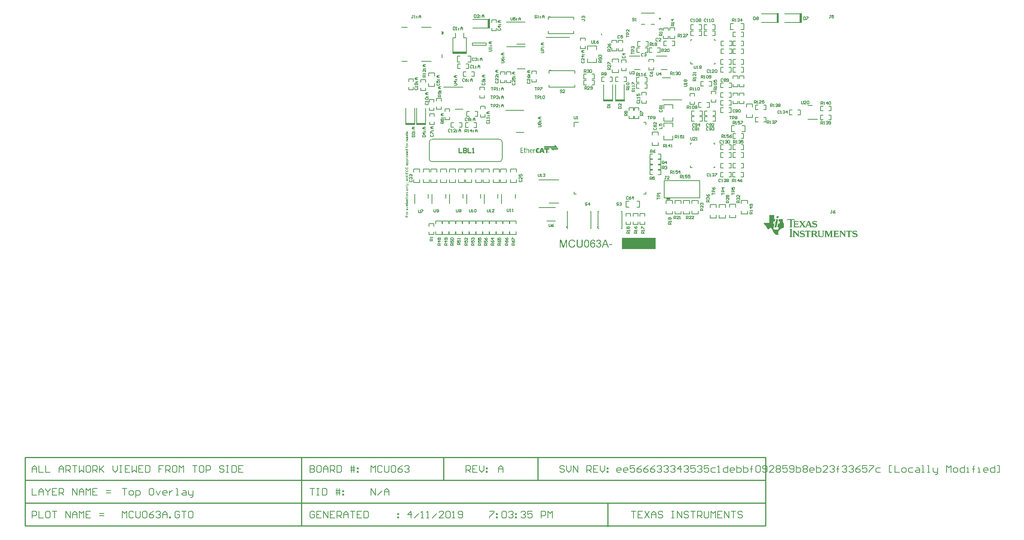
<source format=gto>
G04*
G04 #@! TF.GenerationSoftware,Altium Limited,Altium Designer,18.1.9 (240)*
G04*
G04 Layer_Color=65535*
%FSAX25Y25*%
%MOIN*%
G70*
G01*
G75*
%ADD10C,0.00984*%
%ADD11C,0.00500*%
%ADD12C,0.00787*%
%ADD13C,0.00700*%
%ADD14C,0.00394*%
%ADD15C,0.00800*%
%ADD16C,0.01000*%
%ADD17R,0.01378X0.02362*%
%ADD18R,0.01575X0.08661*%
%ADD19R,0.08661X0.01575*%
%ADD20R,0.00787X0.01575*%
%ADD21R,0.01968X0.00925*%
%ADD22R,0.03543X0.01575*%
%ADD23R,0.12600X0.02000*%
%ADD24R,0.30000X0.10000*%
G36*
X0336465Y0053797D02*
Y0053724D01*
Y0053651D01*
Y0053579D01*
X0336392D01*
Y0053506D01*
Y0053433D01*
Y0053360D01*
Y0053288D01*
Y0053215D01*
X0336320D01*
Y0053142D01*
Y0053070D01*
Y0052997D01*
Y0052924D01*
Y0052852D01*
X0336247D01*
Y0052779D01*
Y0052706D01*
Y0052634D01*
Y0052561D01*
Y0052488D01*
X0336174D01*
Y0052415D01*
Y0052343D01*
Y0052270D01*
Y0052197D01*
X0334430D01*
Y0052270D01*
Y0052343D01*
X0334502D01*
Y0052415D01*
Y0052488D01*
Y0052561D01*
Y0052634D01*
Y0052706D01*
X0334575D01*
Y0052779D01*
Y0052852D01*
Y0052924D01*
Y0052997D01*
Y0053070D01*
X0334648D01*
Y0053142D01*
Y0053215D01*
Y0053288D01*
Y0053360D01*
Y0053433D01*
X0334720D01*
Y0053506D01*
Y0053579D01*
Y0053651D01*
Y0053724D01*
Y0053797D01*
X0334793D01*
Y0053869D01*
X0336465D01*
Y0053797D01*
D02*
G37*
G36*
X0350424Y0051398D02*
Y0051325D01*
Y0051252D01*
X0350496D01*
Y0051179D01*
Y0051107D01*
Y0051034D01*
X0350569D01*
Y0050961D01*
Y0050889D01*
Y0050816D01*
X0350642D01*
Y0050743D01*
Y0050671D01*
Y0050598D01*
X0350714D01*
Y0050525D01*
Y0050453D01*
Y0050380D01*
X0350787D01*
Y0050307D01*
Y0050234D01*
Y0050162D01*
X0350860D01*
Y0050089D01*
X0350787D01*
Y0050016D01*
X0350642D01*
Y0050089D01*
Y0050162D01*
X0350569D01*
Y0050234D01*
X0350496D01*
Y0050307D01*
X0350424D01*
Y0050380D01*
X0350278D01*
Y0050453D01*
X0350205D01*
Y0050525D01*
X0349987D01*
Y0050598D01*
X0349697D01*
Y0050671D01*
X0348170D01*
Y0050598D01*
X0348097D01*
Y0050525D01*
Y0050453D01*
X0348025D01*
Y0050380D01*
Y0050307D01*
Y0050234D01*
Y0050162D01*
Y0050089D01*
Y0050016D01*
Y0049944D01*
Y0049871D01*
Y0049798D01*
Y0049725D01*
Y0049653D01*
Y0049580D01*
Y0049507D01*
Y0049435D01*
Y0049362D01*
Y0049289D01*
Y0049217D01*
Y0049144D01*
Y0049071D01*
Y0048998D01*
Y0048926D01*
Y0048853D01*
Y0048780D01*
Y0048708D01*
Y0048635D01*
Y0048562D01*
Y0048490D01*
Y0048417D01*
Y0048344D01*
Y0048272D01*
Y0048199D01*
Y0048126D01*
Y0048053D01*
Y0047981D01*
Y0047908D01*
Y0047835D01*
Y0047763D01*
Y0047690D01*
Y0047617D01*
Y0047545D01*
Y0047472D01*
Y0047399D01*
Y0047326D01*
Y0047254D01*
Y0047181D01*
Y0047108D01*
Y0047036D01*
Y0046963D01*
Y0046890D01*
Y0046817D01*
Y0046745D01*
Y0046672D01*
Y0046599D01*
Y0046527D01*
Y0046454D01*
Y0046381D01*
Y0046309D01*
Y0046236D01*
Y0046163D01*
Y0046090D01*
Y0046018D01*
Y0045945D01*
Y0045872D01*
Y0045800D01*
Y0045727D01*
Y0045654D01*
Y0045582D01*
Y0045509D01*
Y0045436D01*
Y0045364D01*
Y0045291D01*
Y0045218D01*
Y0045145D01*
Y0045073D01*
Y0045000D01*
Y0044927D01*
Y0044855D01*
Y0044782D01*
Y0044709D01*
X0348097D01*
Y0044636D01*
Y0044564D01*
Y0044491D01*
X0348170D01*
Y0044418D01*
X0348243D01*
Y0044346D01*
X0348315D01*
Y0044273D01*
X0348461D01*
Y0044200D01*
X0348606D01*
Y0044128D01*
Y0044055D01*
Y0043982D01*
X0346134D01*
Y0044055D01*
Y0044128D01*
Y0044200D01*
X0346280D01*
Y0044273D01*
X0346425D01*
Y0044346D01*
X0346498D01*
Y0044418D01*
X0346571D01*
Y0044491D01*
X0346643D01*
Y0044564D01*
Y0044636D01*
Y0044709D01*
Y0044782D01*
X0346716D01*
Y0044855D01*
Y0044927D01*
Y0045000D01*
Y0045073D01*
Y0045145D01*
Y0045218D01*
Y0045291D01*
Y0045364D01*
Y0045436D01*
Y0045509D01*
Y0045582D01*
Y0045654D01*
Y0045727D01*
Y0045800D01*
Y0045872D01*
Y0045945D01*
Y0046018D01*
Y0046090D01*
Y0046163D01*
Y0046236D01*
Y0046309D01*
Y0046381D01*
Y0046454D01*
Y0046527D01*
Y0046599D01*
Y0046672D01*
Y0046745D01*
Y0046817D01*
Y0046890D01*
Y0046963D01*
Y0047036D01*
Y0047108D01*
Y0047181D01*
Y0047254D01*
Y0047326D01*
Y0047399D01*
Y0047472D01*
Y0047545D01*
Y0047617D01*
Y0047690D01*
Y0047763D01*
Y0047835D01*
Y0047908D01*
Y0047981D01*
Y0048053D01*
Y0048126D01*
Y0048199D01*
Y0048272D01*
Y0048344D01*
Y0048417D01*
Y0048490D01*
Y0048562D01*
Y0048635D01*
Y0048708D01*
Y0048780D01*
Y0048853D01*
Y0048926D01*
Y0048998D01*
Y0049071D01*
Y0049144D01*
Y0049217D01*
Y0049289D01*
Y0049362D01*
Y0049435D01*
Y0049507D01*
Y0049580D01*
Y0049653D01*
Y0049725D01*
Y0049798D01*
Y0049871D01*
Y0049944D01*
Y0050016D01*
Y0050089D01*
Y0050162D01*
Y0050234D01*
Y0050307D01*
Y0050380D01*
X0346643D01*
Y0050453D01*
Y0050525D01*
Y0050598D01*
X0346498D01*
Y0050671D01*
X0345044D01*
Y0050598D01*
X0344753D01*
Y0050525D01*
X0344535D01*
Y0050453D01*
X0344462D01*
Y0050380D01*
X0344317D01*
Y0050307D01*
X0344244D01*
Y0050234D01*
X0344172D01*
Y0050162D01*
X0344099D01*
Y0050089D01*
X0344026D01*
Y0050016D01*
X0343953D01*
Y0050089D01*
X0343881D01*
Y0050162D01*
Y0050234D01*
Y0050307D01*
X0343953D01*
Y0050380D01*
Y0050453D01*
X0344026D01*
Y0050525D01*
Y0050598D01*
Y0050671D01*
X0344099D01*
Y0050743D01*
Y0050816D01*
Y0050889D01*
X0344172D01*
Y0050961D01*
Y0051034D01*
Y0051107D01*
X0344244D01*
Y0051179D01*
Y0051252D01*
Y0051325D01*
X0344317D01*
Y0051398D01*
Y0051470D01*
X0350424D01*
Y0051398D01*
D02*
G37*
G36*
X0353986Y0049653D02*
Y0049580D01*
X0354059D01*
Y0049507D01*
Y0049435D01*
X0354131D01*
Y0049362D01*
Y0049289D01*
Y0049217D01*
X0354204D01*
Y0049144D01*
Y0049071D01*
Y0048998D01*
X0354277D01*
Y0048926D01*
Y0048853D01*
Y0048780D01*
X0354349D01*
Y0048708D01*
Y0048635D01*
X0354422D01*
Y0048562D01*
Y0048490D01*
Y0048417D01*
Y0048344D01*
X0354204D01*
Y0048417D01*
X0354131D01*
Y0048490D01*
X0354059D01*
Y0048562D01*
X0353986D01*
Y0048635D01*
X0353913D01*
Y0048708D01*
X0353840D01*
Y0048780D01*
X0353695D01*
Y0048853D01*
X0353550D01*
Y0048926D01*
X0353332D01*
Y0048998D01*
X0351441D01*
Y0048926D01*
X0351369D01*
Y0048853D01*
X0351296D01*
Y0048780D01*
Y0048708D01*
Y0048635D01*
Y0048562D01*
Y0048490D01*
Y0048417D01*
Y0048344D01*
Y0048272D01*
Y0048199D01*
Y0048126D01*
Y0048053D01*
Y0047981D01*
Y0047908D01*
Y0047835D01*
Y0047763D01*
Y0047690D01*
Y0047617D01*
Y0047545D01*
Y0047472D01*
Y0047399D01*
Y0047326D01*
X0353186D01*
Y0047399D01*
X0353332D01*
Y0047472D01*
X0353404D01*
Y0047545D01*
Y0047617D01*
X0353477D01*
Y0047690D01*
Y0047763D01*
X0353695D01*
Y0047690D01*
Y0047617D01*
Y0047545D01*
Y0047472D01*
Y0047399D01*
Y0047326D01*
Y0047254D01*
Y0047181D01*
Y0047108D01*
Y0047036D01*
Y0046963D01*
Y0046890D01*
Y0046817D01*
Y0046745D01*
Y0046672D01*
Y0046599D01*
Y0046527D01*
Y0046454D01*
Y0046381D01*
Y0046309D01*
Y0046236D01*
Y0046163D01*
X0353477D01*
Y0046236D01*
Y0046309D01*
Y0046381D01*
X0353404D01*
Y0046454D01*
X0353332D01*
Y0046527D01*
X0353259D01*
Y0046599D01*
X0353041D01*
Y0046672D01*
X0351296D01*
Y0046599D01*
Y0046527D01*
Y0046454D01*
Y0046381D01*
Y0046309D01*
Y0046236D01*
Y0046163D01*
Y0046090D01*
Y0046018D01*
Y0045945D01*
Y0045872D01*
Y0045800D01*
Y0045727D01*
Y0045654D01*
Y0045582D01*
Y0045509D01*
Y0045436D01*
Y0045364D01*
Y0045291D01*
Y0045218D01*
Y0045145D01*
Y0045073D01*
Y0045000D01*
Y0044927D01*
Y0044855D01*
X0351369D01*
Y0044782D01*
Y0044709D01*
X0351587D01*
Y0044636D01*
X0353114D01*
Y0044709D01*
X0353622D01*
Y0044782D01*
X0353840D01*
Y0044855D01*
X0353986D01*
Y0044927D01*
X0354059D01*
Y0045000D01*
X0354204D01*
Y0045073D01*
X0354277D01*
Y0045145D01*
X0354349D01*
Y0045218D01*
X0354422D01*
Y0045291D01*
X0354495D01*
Y0045364D01*
X0354568D01*
Y0045436D01*
X0354640D01*
Y0045364D01*
X0354713D01*
Y0045291D01*
Y0045218D01*
X0354640D01*
Y0045145D01*
Y0045073D01*
Y0045000D01*
X0354568D01*
Y0044927D01*
Y0044855D01*
X0354495D01*
Y0044782D01*
Y0044709D01*
Y0044636D01*
X0354422D01*
Y0044564D01*
Y0044491D01*
X0354349D01*
Y0044418D01*
Y0044346D01*
Y0044273D01*
X0354277D01*
Y0044200D01*
Y0044128D01*
X0354204D01*
Y0044055D01*
Y0043982D01*
X0349479D01*
Y0044055D01*
Y0044128D01*
Y0044200D01*
X0349697D01*
Y0044273D01*
X0349842D01*
Y0044346D01*
X0349915D01*
Y0044418D01*
X0349987D01*
Y0044491D01*
Y0044564D01*
X0350060D01*
Y0044636D01*
Y0044709D01*
Y0044782D01*
Y0044855D01*
Y0044927D01*
Y0045000D01*
Y0045073D01*
Y0045145D01*
Y0045218D01*
Y0045291D01*
Y0045364D01*
Y0045436D01*
Y0045509D01*
Y0045582D01*
Y0045654D01*
Y0045727D01*
Y0045800D01*
Y0045872D01*
Y0045945D01*
Y0046018D01*
Y0046090D01*
Y0046163D01*
Y0046236D01*
Y0046309D01*
Y0046381D01*
Y0046454D01*
Y0046527D01*
Y0046599D01*
Y0046672D01*
Y0046745D01*
Y0046817D01*
Y0046890D01*
Y0046963D01*
Y0047036D01*
Y0047108D01*
Y0047181D01*
Y0047254D01*
Y0047326D01*
Y0047399D01*
Y0047472D01*
Y0047545D01*
Y0047617D01*
Y0047690D01*
Y0047763D01*
Y0047835D01*
Y0047908D01*
Y0047981D01*
Y0048053D01*
Y0048126D01*
Y0048199D01*
Y0048272D01*
Y0048344D01*
Y0048417D01*
Y0048490D01*
Y0048562D01*
Y0048635D01*
Y0048708D01*
Y0048780D01*
Y0048853D01*
Y0048926D01*
Y0048998D01*
Y0049071D01*
Y0049144D01*
X0349987D01*
Y0049217D01*
Y0049289D01*
X0349915D01*
Y0049362D01*
X0349842D01*
Y0049435D01*
X0349624D01*
Y0049507D01*
X0349479D01*
Y0049580D01*
Y0049653D01*
Y0049725D01*
X0353986D01*
Y0049653D01*
D02*
G37*
G36*
X0368889Y0049725D02*
X0369180D01*
Y0049653D01*
X0369398D01*
Y0049580D01*
X0369544D01*
Y0049507D01*
X0369689D01*
Y0049435D01*
X0369762D01*
Y0049507D01*
X0369834D01*
Y0049580D01*
Y0049653D01*
Y0049725D01*
X0370125D01*
Y0049653D01*
X0370198D01*
Y0049580D01*
Y0049507D01*
Y0049435D01*
Y0049362D01*
X0370271D01*
Y0049289D01*
Y0049217D01*
Y0049144D01*
X0370343D01*
Y0049071D01*
Y0048998D01*
Y0048926D01*
Y0048853D01*
X0370416D01*
Y0048780D01*
Y0048708D01*
Y0048635D01*
X0370489D01*
Y0048562D01*
Y0048490D01*
Y0048417D01*
Y0048344D01*
X0370562D01*
Y0048272D01*
Y0048199D01*
X0370489D01*
Y0048126D01*
X0370343D01*
Y0048199D01*
X0370271D01*
Y0048272D01*
X0370198D01*
Y0048344D01*
X0370125D01*
Y0048417D01*
X0370053D01*
Y0048490D01*
X0369980D01*
Y0048562D01*
X0369907D01*
Y0048635D01*
X0369762D01*
Y0048708D01*
X0369689D01*
Y0048780D01*
X0369544D01*
Y0048853D01*
X0369326D01*
Y0048926D01*
X0369108D01*
Y0048998D01*
X0368817D01*
Y0049071D01*
X0368162D01*
Y0048998D01*
X0367872D01*
Y0048926D01*
X0367726D01*
Y0048853D01*
X0367581D01*
Y0048780D01*
X0367508D01*
Y0048708D01*
Y0048635D01*
X0367435D01*
Y0048562D01*
Y0048490D01*
Y0048417D01*
Y0048344D01*
Y0048272D01*
Y0048199D01*
Y0048126D01*
Y0048053D01*
X0367508D01*
Y0047981D01*
X0367581D01*
Y0047908D01*
X0367653D01*
Y0047835D01*
X0367872D01*
Y0047763D01*
X0368090D01*
Y0047690D01*
X0368380D01*
Y0047617D01*
X0368671D01*
Y0047545D01*
X0369035D01*
Y0047472D01*
X0369326D01*
Y0047399D01*
X0369616D01*
Y0047326D01*
X0369834D01*
Y0047254D01*
X0369980D01*
Y0047181D01*
X0370125D01*
Y0047108D01*
X0370271D01*
Y0047036D01*
X0370416D01*
Y0046963D01*
X0370489D01*
Y0046890D01*
X0370562D01*
Y0046817D01*
X0370634D01*
Y0046745D01*
X0370707D01*
Y0046672D01*
Y0046599D01*
X0370780D01*
Y0046527D01*
Y0046454D01*
X0370852D01*
Y0046381D01*
Y0046309D01*
Y0046236D01*
X0370925D01*
Y0046163D01*
Y0046090D01*
Y0046018D01*
Y0045945D01*
Y0045872D01*
Y0045800D01*
Y0045727D01*
Y0045654D01*
Y0045582D01*
Y0045509D01*
Y0045436D01*
Y0045364D01*
Y0045291D01*
Y0045218D01*
X0370852D01*
Y0045145D01*
Y0045073D01*
Y0045000D01*
X0370780D01*
Y0044927D01*
Y0044855D01*
X0370707D01*
Y0044782D01*
Y0044709D01*
X0370634D01*
Y0044636D01*
X0370562D01*
Y0044564D01*
X0370489D01*
Y0044491D01*
X0370416D01*
Y0044418D01*
X0370343D01*
Y0044346D01*
X0370271D01*
Y0044273D01*
X0370125D01*
Y0044200D01*
X0369980D01*
Y0044128D01*
X0369834D01*
Y0044055D01*
X0369616D01*
Y0043982D01*
X0369326D01*
Y0043909D01*
X0368017D01*
Y0043982D01*
X0367726D01*
Y0044055D01*
X0367508D01*
Y0044128D01*
X0367363D01*
Y0044200D01*
X0367217D01*
Y0044273D01*
X0367072D01*
Y0044200D01*
X0366999D01*
Y0044128D01*
Y0044055D01*
Y0043982D01*
X0366636D01*
Y0044055D01*
Y0044128D01*
Y0044200D01*
Y0044273D01*
X0366563D01*
Y0044346D01*
Y0044418D01*
Y0044491D01*
X0366490D01*
Y0044564D01*
Y0044636D01*
Y0044709D01*
Y0044782D01*
X0366418D01*
Y0044855D01*
Y0044927D01*
Y0045000D01*
Y0045073D01*
X0366345D01*
Y0045145D01*
Y0045218D01*
Y0045291D01*
Y0045364D01*
X0366272D01*
Y0045436D01*
Y0045509D01*
Y0045582D01*
X0366199D01*
Y0045654D01*
Y0045727D01*
X0366272D01*
Y0045800D01*
X0366418D01*
Y0045727D01*
X0366490D01*
Y0045654D01*
X0366563D01*
Y0045582D01*
X0366636D01*
Y0045509D01*
X0366708D01*
Y0045436D01*
X0366781D01*
Y0045364D01*
X0366854D01*
Y0045291D01*
X0366927D01*
Y0045218D01*
X0366999D01*
Y0045145D01*
X0367072D01*
Y0045073D01*
X0367217D01*
Y0045000D01*
X0367363D01*
Y0044927D01*
X0367435D01*
Y0044855D01*
X0367653D01*
Y0044782D01*
X0367799D01*
Y0044709D01*
X0368090D01*
Y0044636D01*
X0369108D01*
Y0044709D01*
X0369326D01*
Y0044782D01*
X0369471D01*
Y0044855D01*
X0369544D01*
Y0044927D01*
X0369616D01*
Y0045000D01*
X0369689D01*
Y0045073D01*
X0369762D01*
Y0045145D01*
Y0045218D01*
Y0045291D01*
X0369834D01*
Y0045364D01*
Y0045436D01*
Y0045509D01*
Y0045582D01*
Y0045654D01*
X0369762D01*
Y0045727D01*
Y0045800D01*
Y0045872D01*
X0369689D01*
Y0045945D01*
X0369616D01*
Y0046018D01*
X0369544D01*
Y0046090D01*
X0369398D01*
Y0046163D01*
X0369180D01*
Y0046236D01*
X0368889D01*
Y0046309D01*
X0368599D01*
Y0046381D01*
X0368235D01*
Y0046454D01*
X0367944D01*
Y0046527D01*
X0367653D01*
Y0046599D01*
X0367435D01*
Y0046672D01*
X0367290D01*
Y0046745D01*
X0367145D01*
Y0046817D01*
X0366999D01*
Y0046890D01*
X0366927D01*
Y0046963D01*
X0366854D01*
Y0047036D01*
X0366708D01*
Y0047108D01*
Y0047181D01*
X0366636D01*
Y0047254D01*
X0366563D01*
Y0047326D01*
Y0047399D01*
X0366490D01*
Y0047472D01*
Y0047545D01*
X0366418D01*
Y0047617D01*
Y0047690D01*
Y0047763D01*
Y0047835D01*
X0366345D01*
Y0047908D01*
Y0047981D01*
Y0048053D01*
Y0048126D01*
Y0048199D01*
Y0048272D01*
Y0048344D01*
Y0048417D01*
X0366418D01*
Y0048490D01*
Y0048562D01*
Y0048635D01*
Y0048708D01*
X0366490D01*
Y0048780D01*
Y0048853D01*
X0366563D01*
Y0048926D01*
Y0048998D01*
X0366636D01*
Y0049071D01*
X0366708D01*
Y0049144D01*
X0366781D01*
Y0049217D01*
X0366854D01*
Y0049289D01*
X0366927D01*
Y0049362D01*
X0366999D01*
Y0049435D01*
X0367072D01*
Y0049507D01*
X0367217D01*
Y0049580D01*
X0367363D01*
Y0049653D01*
X0367581D01*
Y0049725D01*
X0367944D01*
Y0049798D01*
X0368889D01*
Y0049725D01*
D02*
G37*
G36*
X0363946Y0049653D02*
Y0049580D01*
X0364019D01*
Y0049507D01*
Y0049435D01*
Y0049362D01*
X0364091D01*
Y0049289D01*
Y0049217D01*
Y0049144D01*
X0364164D01*
Y0049071D01*
Y0048998D01*
X0364237D01*
Y0048926D01*
Y0048853D01*
Y0048780D01*
X0364309D01*
Y0048708D01*
Y0048635D01*
X0364382D01*
Y0048562D01*
Y0048490D01*
Y0048417D01*
X0364455D01*
Y0048344D01*
Y0048272D01*
Y0048199D01*
X0364527D01*
Y0048126D01*
Y0048053D01*
X0364600D01*
Y0047981D01*
Y0047908D01*
Y0047835D01*
X0364673D01*
Y0047763D01*
Y0047690D01*
Y0047617D01*
X0364746D01*
Y0047545D01*
Y0047472D01*
X0364818D01*
Y0047399D01*
Y0047326D01*
Y0047254D01*
X0364891D01*
Y0047181D01*
Y0047108D01*
X0364964D01*
Y0047036D01*
Y0046963D01*
Y0046890D01*
X0365036D01*
Y0046817D01*
Y0046745D01*
Y0046672D01*
X0365109D01*
Y0046599D01*
Y0046527D01*
X0365182D01*
Y0046454D01*
Y0046381D01*
Y0046309D01*
X0365254D01*
Y0046236D01*
Y0046163D01*
Y0046090D01*
X0365327D01*
Y0046018D01*
Y0045945D01*
X0365400D01*
Y0045872D01*
Y0045800D01*
Y0045727D01*
X0365473D01*
Y0045654D01*
Y0045582D01*
X0365545D01*
Y0045509D01*
Y0045436D01*
Y0045364D01*
X0365618D01*
Y0045291D01*
Y0045218D01*
Y0045145D01*
X0365691D01*
Y0045073D01*
Y0045000D01*
X0365763D01*
Y0044927D01*
Y0044855D01*
Y0044782D01*
X0365836D01*
Y0044709D01*
Y0044636D01*
X0365909D01*
Y0044564D01*
X0365981D01*
Y0044491D01*
X0366054D01*
Y0044418D01*
X0366127D01*
Y0044346D01*
X0366199D01*
Y0044273D01*
X0366345D01*
Y0044200D01*
X0366418D01*
Y0044128D01*
Y0044055D01*
Y0043982D01*
X0364019D01*
Y0044055D01*
Y0044128D01*
Y0044200D01*
X0364237D01*
Y0044273D01*
X0364309D01*
Y0044346D01*
X0364382D01*
Y0044418D01*
X0364455D01*
Y0044491D01*
Y0044564D01*
Y0044636D01*
Y0044709D01*
Y0044782D01*
X0364382D01*
Y0044855D01*
Y0044927D01*
Y0045000D01*
X0364309D01*
Y0045073D01*
Y0045145D01*
X0364237D01*
Y0045218D01*
Y0045291D01*
Y0045364D01*
X0364164D01*
Y0045436D01*
Y0045509D01*
Y0045582D01*
X0361765D01*
Y0045509D01*
Y0045436D01*
Y0045364D01*
X0361692D01*
Y0045291D01*
Y0045218D01*
X0361619D01*
Y0045145D01*
Y0045073D01*
Y0045000D01*
X0361547D01*
Y0044927D01*
Y0044855D01*
Y0044782D01*
X0361474D01*
Y0044709D01*
Y0044636D01*
Y0044564D01*
Y0044491D01*
Y0044418D01*
Y0044346D01*
X0361547D01*
Y0044273D01*
X0361692D01*
Y0044200D01*
X0361910D01*
Y0044128D01*
Y0044055D01*
Y0043982D01*
X0357984D01*
Y0044055D01*
Y0044128D01*
Y0044200D01*
X0358203D01*
Y0044273D01*
X0358348D01*
Y0044346D01*
X0358421D01*
Y0044418D01*
X0358493D01*
Y0044491D01*
Y0044564D01*
Y0044636D01*
Y0044709D01*
X0358421D01*
Y0044782D01*
Y0044855D01*
X0358348D01*
Y0044927D01*
X0358275D01*
Y0045000D01*
X0358203D01*
Y0045073D01*
Y0045145D01*
X0358130D01*
Y0045218D01*
X0358057D01*
Y0045291D01*
Y0045364D01*
X0357984D01*
Y0045436D01*
X0357912D01*
Y0045509D01*
Y0045582D01*
X0357839D01*
Y0045654D01*
X0357766D01*
Y0045727D01*
Y0045800D01*
X0357694D01*
Y0045872D01*
X0357621D01*
Y0045945D01*
X0357548D01*
Y0046018D01*
Y0046090D01*
X0357476D01*
Y0046163D01*
X0357403D01*
Y0046236D01*
Y0046309D01*
X0357330D01*
Y0046236D01*
X0357258D01*
Y0046163D01*
Y0046090D01*
X0357185D01*
Y0046018D01*
Y0045945D01*
X0357112D01*
Y0045872D01*
X0357039D01*
Y0045800D01*
Y0045727D01*
X0356967D01*
Y0045654D01*
X0356894D01*
Y0045582D01*
Y0045509D01*
X0356821D01*
Y0045436D01*
X0356749D01*
Y0045364D01*
Y0045291D01*
X0356676D01*
Y0045218D01*
X0356603D01*
Y0045145D01*
Y0045073D01*
X0356530D01*
Y0045000D01*
Y0044927D01*
X0356458D01*
Y0044855D01*
X0356385D01*
Y0044782D01*
Y0044709D01*
X0356312D01*
Y0044636D01*
Y0044564D01*
Y0044491D01*
Y0044418D01*
Y0044346D01*
X0356385D01*
Y0044273D01*
X0356530D01*
Y0044200D01*
X0356749D01*
Y0044128D01*
Y0044055D01*
Y0043982D01*
X0354568D01*
Y0044055D01*
Y0044128D01*
Y0044200D01*
X0354713D01*
Y0044273D01*
X0354931D01*
Y0044346D01*
X0355077D01*
Y0044418D01*
X0355149D01*
Y0044491D01*
X0355222D01*
Y0044564D01*
X0355294D01*
Y0044636D01*
X0355367D01*
Y0044709D01*
X0355440D01*
Y0044782D01*
X0355513D01*
Y0044855D01*
X0355585D01*
Y0044927D01*
Y0045000D01*
X0355658D01*
Y0045073D01*
X0355731D01*
Y0045145D01*
Y0045218D01*
X0355803D01*
Y0045291D01*
X0355876D01*
Y0045364D01*
X0355949D01*
Y0045436D01*
Y0045509D01*
X0356021D01*
Y0045582D01*
X0356094D01*
Y0045654D01*
Y0045727D01*
X0356167D01*
Y0045800D01*
X0356240D01*
Y0045872D01*
X0356312D01*
Y0045945D01*
Y0046018D01*
X0356385D01*
Y0046090D01*
X0356458D01*
Y0046163D01*
Y0046236D01*
X0356530D01*
Y0046309D01*
X0356603D01*
Y0046381D01*
Y0046454D01*
X0356676D01*
Y0046527D01*
X0356749D01*
Y0046599D01*
X0356821D01*
Y0046672D01*
Y0046745D01*
X0356894D01*
Y0046817D01*
Y0046890D01*
Y0046963D01*
X0356821D01*
Y0047036D01*
X0356749D01*
Y0047108D01*
Y0047181D01*
X0356676D01*
Y0047254D01*
X0356603D01*
Y0047326D01*
X0356530D01*
Y0047399D01*
Y0047472D01*
X0356458D01*
Y0047545D01*
X0356385D01*
Y0047617D01*
Y0047690D01*
X0356312D01*
Y0047763D01*
X0356240D01*
Y0047835D01*
Y0047908D01*
X0356167D01*
Y0047981D01*
X0356094D01*
Y0048053D01*
X0356021D01*
Y0048126D01*
Y0048199D01*
X0355949D01*
Y0048272D01*
X0355876D01*
Y0048344D01*
Y0048417D01*
X0355803D01*
Y0048490D01*
X0355731D01*
Y0048562D01*
X0355658D01*
Y0048635D01*
Y0048708D01*
X0355585D01*
Y0048780D01*
X0355513D01*
Y0048853D01*
Y0048926D01*
X0355440D01*
Y0048998D01*
X0355367D01*
Y0049071D01*
X0355294D01*
Y0049144D01*
X0355222D01*
Y0049217D01*
X0355149D01*
Y0049289D01*
X0355077D01*
Y0049362D01*
X0354931D01*
Y0049435D01*
X0354786D01*
Y0049507D01*
X0354640D01*
Y0049580D01*
Y0049653D01*
Y0049725D01*
X0357330D01*
Y0049653D01*
Y0049580D01*
Y0049507D01*
X0357185D01*
Y0049435D01*
X0357039D01*
Y0049362D01*
X0356967D01*
Y0049289D01*
Y0049217D01*
X0356894D01*
Y0049144D01*
Y0049071D01*
X0356967D01*
Y0048998D01*
Y0048926D01*
X0357039D01*
Y0048853D01*
Y0048780D01*
X0357112D01*
Y0048708D01*
Y0048635D01*
X0357185D01*
Y0048562D01*
X0357258D01*
Y0048490D01*
Y0048417D01*
X0357330D01*
Y0048344D01*
X0357403D01*
Y0048272D01*
Y0048199D01*
X0357476D01*
Y0048126D01*
X0357548D01*
Y0048053D01*
Y0047981D01*
X0357621D01*
Y0047908D01*
X0357694D01*
Y0047835D01*
Y0047763D01*
X0357766D01*
Y0047690D01*
X0357839D01*
Y0047617D01*
X0357912D01*
Y0047690D01*
X0357984D01*
Y0047763D01*
Y0047835D01*
X0358057D01*
Y0047908D01*
X0358130D01*
Y0047981D01*
Y0048053D01*
X0358203D01*
Y0048126D01*
X0358275D01*
Y0048199D01*
Y0048272D01*
X0358348D01*
Y0048344D01*
X0358421D01*
Y0048417D01*
Y0048490D01*
X0358493D01*
Y0048562D01*
X0358566D01*
Y0048635D01*
Y0048708D01*
X0358639D01*
Y0048780D01*
X0358712D01*
Y0048853D01*
Y0048926D01*
X0358784D01*
Y0048998D01*
X0358857D01*
Y0049071D01*
Y0049144D01*
Y0049217D01*
Y0049289D01*
Y0049362D01*
X0358784D01*
Y0049435D01*
X0358639D01*
Y0049507D01*
X0358421D01*
Y0049580D01*
Y0049653D01*
Y0049725D01*
X0360456D01*
Y0049653D01*
Y0049580D01*
Y0049507D01*
X0360384D01*
Y0049435D01*
X0360166D01*
Y0049362D01*
X0360020D01*
Y0049289D01*
X0359947D01*
Y0049217D01*
X0359875D01*
Y0049144D01*
X0359802D01*
Y0049071D01*
X0359729D01*
Y0048998D01*
X0359657D01*
Y0048926D01*
X0359584D01*
Y0048853D01*
X0359511D01*
Y0048780D01*
Y0048708D01*
X0359438D01*
Y0048635D01*
X0359366D01*
Y0048562D01*
Y0048490D01*
X0359293D01*
Y0048417D01*
X0359220D01*
Y0048344D01*
X0359148D01*
Y0048272D01*
Y0048199D01*
X0359075D01*
Y0048126D01*
X0359002D01*
Y0048053D01*
Y0047981D01*
X0358930D01*
Y0047908D01*
X0358857D01*
Y0047835D01*
Y0047763D01*
X0358784D01*
Y0047690D01*
X0358712D01*
Y0047617D01*
X0358639D01*
Y0047545D01*
Y0047472D01*
X0358566D01*
Y0047399D01*
X0358493D01*
Y0047326D01*
Y0047254D01*
X0358421D01*
Y0047181D01*
X0358348D01*
Y0047108D01*
X0358275D01*
Y0047036D01*
X0358348D01*
Y0046963D01*
Y0046890D01*
X0358421D01*
Y0046817D01*
X0358493D01*
Y0046745D01*
Y0046672D01*
X0358566D01*
Y0046599D01*
X0358639D01*
Y0046527D01*
X0358712D01*
Y0046454D01*
Y0046381D01*
X0358784D01*
Y0046309D01*
X0358857D01*
Y0046236D01*
Y0046163D01*
X0358930D01*
Y0046090D01*
X0359002D01*
Y0046018D01*
X0359075D01*
Y0045945D01*
Y0045872D01*
X0359148D01*
Y0045800D01*
X0359220D01*
Y0045727D01*
Y0045654D01*
X0359293D01*
Y0045582D01*
X0359366D01*
Y0045509D01*
Y0045436D01*
X0359438D01*
Y0045364D01*
X0359511D01*
Y0045291D01*
X0359584D01*
Y0045218D01*
Y0045145D01*
X0359657D01*
Y0045073D01*
X0359729D01*
Y0045000D01*
Y0044927D01*
X0359802D01*
Y0044855D01*
X0359875D01*
Y0044782D01*
X0359947D01*
Y0044709D01*
Y0044636D01*
X0360020D01*
Y0044564D01*
X0360093D01*
Y0044491D01*
X0360166D01*
Y0044418D01*
X0360238D01*
Y0044346D01*
X0360384D01*
Y0044418D01*
X0360456D01*
Y0044491D01*
X0360529D01*
Y0044564D01*
Y0044636D01*
X0360602D01*
Y0044709D01*
X0360674D01*
Y0044782D01*
Y0044855D01*
X0360747D01*
Y0044927D01*
Y0045000D01*
X0360820D01*
Y0045073D01*
Y0045145D01*
X0360893D01*
Y0045218D01*
Y0045291D01*
Y0045364D01*
X0360965D01*
Y0045436D01*
Y0045509D01*
Y0045582D01*
X0361038D01*
Y0045654D01*
Y0045727D01*
X0361111D01*
Y0045800D01*
Y0045872D01*
Y0045945D01*
X0361183D01*
Y0046018D01*
Y0046090D01*
X0361256D01*
Y0046163D01*
Y0046236D01*
Y0046309D01*
X0361329D01*
Y0046381D01*
Y0046454D01*
X0361401D01*
Y0046527D01*
Y0046599D01*
Y0046672D01*
X0361474D01*
Y0046745D01*
Y0046817D01*
X0361547D01*
Y0046890D01*
Y0046963D01*
Y0047036D01*
X0361619D01*
Y0047108D01*
Y0047181D01*
Y0047254D01*
X0361692D01*
Y0047326D01*
Y0047399D01*
X0361765D01*
Y0047472D01*
Y0047545D01*
Y0047617D01*
X0361838D01*
Y0047690D01*
Y0047763D01*
X0361910D01*
Y0047835D01*
Y0047908D01*
Y0047981D01*
X0361983D01*
Y0048053D01*
Y0048126D01*
X0362056D01*
Y0048199D01*
Y0048272D01*
Y0048344D01*
X0362128D01*
Y0048417D01*
Y0048490D01*
X0362201D01*
Y0048562D01*
Y0048635D01*
Y0048708D01*
X0362274D01*
Y0048780D01*
Y0048853D01*
X0362347D01*
Y0048926D01*
Y0048998D01*
Y0049071D01*
X0362419D01*
Y0049144D01*
Y0049217D01*
Y0049289D01*
X0362492D01*
Y0049362D01*
Y0049435D01*
X0362565D01*
Y0049507D01*
Y0049580D01*
Y0049653D01*
X0362637D01*
Y0049725D01*
X0363946D01*
Y0049653D01*
D02*
G37*
G36*
X0336029Y0051398D02*
Y0051325D01*
X0335956D01*
Y0051252D01*
Y0051179D01*
Y0051107D01*
Y0051034D01*
Y0050961D01*
X0335884D01*
Y0050889D01*
Y0050816D01*
Y0050743D01*
Y0050671D01*
Y0050598D01*
X0335811D01*
Y0050525D01*
Y0050453D01*
Y0050380D01*
Y0050307D01*
Y0050234D01*
X0335738D01*
Y0050162D01*
Y0050089D01*
Y0050016D01*
Y0049944D01*
Y0049871D01*
X0335665D01*
Y0049798D01*
Y0049725D01*
Y0049653D01*
Y0049580D01*
Y0049507D01*
X0335593D01*
Y0049435D01*
Y0049362D01*
Y0049289D01*
Y0049217D01*
Y0049144D01*
X0335520D01*
Y0049071D01*
Y0048998D01*
Y0048926D01*
Y0048853D01*
Y0048780D01*
X0335447D01*
Y0048708D01*
Y0048635D01*
Y0048562D01*
Y0048490D01*
Y0048417D01*
X0335375D01*
Y0048344D01*
Y0048272D01*
Y0048199D01*
Y0048126D01*
Y0048053D01*
X0335302D01*
Y0047981D01*
Y0047908D01*
Y0047835D01*
Y0047763D01*
Y0047690D01*
X0335229D01*
Y0047617D01*
Y0047545D01*
Y0047472D01*
Y0047399D01*
Y0047326D01*
X0335157D01*
Y0047254D01*
Y0047181D01*
Y0047108D01*
Y0047036D01*
Y0046963D01*
X0335084D01*
Y0046890D01*
Y0046817D01*
Y0046745D01*
Y0046672D01*
Y0046599D01*
X0335011D01*
Y0046527D01*
Y0046454D01*
Y0046381D01*
Y0046309D01*
Y0046236D01*
X0334939D01*
Y0046163D01*
Y0046090D01*
Y0046018D01*
Y0045945D01*
Y0045872D01*
X0334866D01*
Y0045800D01*
Y0045727D01*
Y0045654D01*
Y0045582D01*
Y0045509D01*
X0334793D01*
Y0045436D01*
Y0045364D01*
Y0045291D01*
Y0045218D01*
Y0045145D01*
X0334720D01*
Y0045073D01*
Y0045000D01*
Y0044927D01*
Y0044855D01*
Y0044782D01*
X0334648D01*
Y0044709D01*
Y0044636D01*
Y0044564D01*
Y0044491D01*
Y0044418D01*
X0334575D01*
Y0044346D01*
Y0044273D01*
Y0044200D01*
Y0044128D01*
Y0044055D01*
X0332830D01*
Y0044128D01*
Y0044200D01*
Y0044273D01*
X0332903D01*
Y0044346D01*
Y0044418D01*
Y0044491D01*
Y0044564D01*
Y0044636D01*
X0332976D01*
Y0044709D01*
Y0044782D01*
Y0044855D01*
Y0044927D01*
Y0045000D01*
X0333048D01*
Y0045073D01*
Y0045145D01*
Y0045218D01*
Y0045291D01*
Y0045364D01*
X0333121D01*
Y0045436D01*
Y0045509D01*
Y0045582D01*
Y0045654D01*
Y0045727D01*
X0333194D01*
Y0045800D01*
Y0045872D01*
Y0045945D01*
Y0046018D01*
Y0046090D01*
X0333266D01*
Y0046163D01*
Y0046236D01*
Y0046309D01*
Y0046381D01*
Y0046454D01*
X0333339D01*
Y0046527D01*
Y0046599D01*
Y0046672D01*
Y0046745D01*
Y0046817D01*
X0333412D01*
Y0046890D01*
Y0046963D01*
Y0047036D01*
Y0047108D01*
Y0047181D01*
X0333485D01*
Y0047254D01*
Y0047326D01*
Y0047399D01*
Y0047472D01*
Y0047545D01*
X0333557D01*
Y0047617D01*
Y0047690D01*
Y0047763D01*
Y0047835D01*
Y0047908D01*
X0333630D01*
Y0047981D01*
Y0048053D01*
Y0048126D01*
Y0048199D01*
Y0048272D01*
X0333703D01*
Y0048344D01*
Y0048417D01*
Y0048490D01*
Y0048562D01*
Y0048635D01*
X0333775D01*
Y0048708D01*
Y0048780D01*
Y0048853D01*
Y0048926D01*
Y0048998D01*
X0333848D01*
Y0049071D01*
Y0049144D01*
Y0049217D01*
Y0049289D01*
Y0049362D01*
X0333921D01*
Y0049435D01*
Y0049507D01*
Y0049580D01*
Y0049653D01*
Y0049725D01*
X0333993D01*
Y0049798D01*
Y0049871D01*
Y0049944D01*
Y0050016D01*
Y0050089D01*
X0334066D01*
Y0050162D01*
Y0050234D01*
Y0050307D01*
Y0050380D01*
Y0050453D01*
X0334139D01*
Y0050525D01*
Y0050598D01*
Y0050671D01*
Y0050743D01*
Y0050816D01*
X0334211D01*
Y0050889D01*
Y0050961D01*
Y0051034D01*
Y0051107D01*
Y0051179D01*
X0334284D01*
Y0051252D01*
Y0051325D01*
Y0051398D01*
Y0051470D01*
X0336029D01*
Y0051398D01*
D02*
G37*
G36*
X0389682Y0040929D02*
Y0040856D01*
X0389754D01*
Y0040783D01*
Y0040711D01*
X0389827D01*
Y0040638D01*
Y0040565D01*
Y0040493D01*
X0389900D01*
Y0040420D01*
Y0040347D01*
Y0040275D01*
X0389972D01*
Y0040202D01*
Y0040129D01*
X0390045D01*
Y0040056D01*
Y0039984D01*
Y0039911D01*
X0390118D01*
Y0039838D01*
Y0039766D01*
Y0039693D01*
X0390045D01*
Y0039620D01*
X0389972D01*
Y0039693D01*
X0389900D01*
Y0039766D01*
X0389827D01*
Y0039838D01*
X0389682D01*
Y0039911D01*
X0389609D01*
Y0039984D01*
X0389536D01*
Y0040056D01*
X0389463D01*
Y0040129D01*
X0389318D01*
Y0040202D01*
X0389100D01*
Y0040275D01*
X0388809D01*
Y0040347D01*
X0387282D01*
Y0040275D01*
X0387064D01*
Y0040202D01*
Y0040129D01*
X0386992D01*
Y0040056D01*
Y0039984D01*
Y0039911D01*
Y0039838D01*
Y0039766D01*
Y0039693D01*
Y0039620D01*
Y0039548D01*
Y0039475D01*
Y0039402D01*
Y0039329D01*
Y0039257D01*
Y0039184D01*
Y0039111D01*
Y0039039D01*
Y0038966D01*
Y0038893D01*
Y0038820D01*
Y0038748D01*
Y0038675D01*
Y0038602D01*
X0388737D01*
Y0038675D01*
X0388955D01*
Y0038748D01*
X0389027D01*
Y0038820D01*
X0389100D01*
Y0038893D01*
Y0038966D01*
X0389173D01*
Y0039039D01*
Y0039111D01*
X0389391D01*
Y0039039D01*
Y0038966D01*
Y0038893D01*
Y0038820D01*
Y0038748D01*
Y0038675D01*
Y0038602D01*
Y0038530D01*
Y0038457D01*
Y0038384D01*
Y0038312D01*
Y0038239D01*
Y0038166D01*
Y0038094D01*
Y0038021D01*
Y0037948D01*
Y0037875D01*
Y0037803D01*
Y0037730D01*
Y0037657D01*
Y0037585D01*
Y0037512D01*
X0389173D01*
Y0037585D01*
Y0037657D01*
X0389100D01*
Y0037730D01*
Y0037803D01*
X0389027D01*
Y0037875D01*
X0388809D01*
Y0037948D01*
X0386992D01*
Y0037875D01*
Y0037803D01*
Y0037730D01*
Y0037657D01*
Y0037585D01*
Y0037512D01*
Y0037439D01*
Y0037367D01*
Y0037294D01*
Y0037221D01*
Y0037148D01*
Y0037076D01*
Y0037003D01*
Y0036930D01*
Y0036858D01*
Y0036785D01*
Y0036712D01*
Y0036639D01*
Y0036567D01*
Y0036494D01*
Y0036421D01*
Y0036349D01*
Y0036276D01*
Y0036203D01*
Y0036131D01*
X0387064D01*
Y0036058D01*
Y0035985D01*
X0389173D01*
Y0036058D01*
X0389463D01*
Y0036131D01*
X0389609D01*
Y0036203D01*
X0389754D01*
Y0036276D01*
X0389827D01*
Y0036349D01*
X0389900D01*
Y0036421D01*
X0389972D01*
Y0036494D01*
X0390045D01*
Y0036567D01*
X0390118D01*
Y0036639D01*
X0390191D01*
Y0036712D01*
X0390336D01*
Y0036639D01*
X0390409D01*
Y0036567D01*
Y0036494D01*
X0390336D01*
Y0036421D01*
Y0036349D01*
X0390263D01*
Y0036276D01*
Y0036203D01*
Y0036131D01*
X0390191D01*
Y0036058D01*
Y0035985D01*
X0390118D01*
Y0035912D01*
Y0035840D01*
Y0035767D01*
X0390045D01*
Y0035694D01*
Y0035622D01*
X0389972D01*
Y0035549D01*
Y0035476D01*
Y0035404D01*
X0389900D01*
Y0035331D01*
Y0035258D01*
X0385174D01*
Y0035331D01*
Y0035404D01*
Y0035476D01*
X0385320D01*
Y0035549D01*
X0385465D01*
Y0035622D01*
X0385610D01*
Y0035694D01*
X0385683D01*
Y0035767D01*
Y0035840D01*
Y0035912D01*
X0385756D01*
Y0035985D01*
Y0036058D01*
Y0036131D01*
Y0036203D01*
Y0036276D01*
Y0036349D01*
Y0036421D01*
Y0036494D01*
Y0036567D01*
Y0036639D01*
Y0036712D01*
Y0036785D01*
Y0036858D01*
Y0036930D01*
Y0037003D01*
Y0037076D01*
Y0037148D01*
Y0037221D01*
Y0037294D01*
Y0037367D01*
Y0037439D01*
Y0037512D01*
Y0037585D01*
Y0037657D01*
Y0037730D01*
Y0037803D01*
Y0037875D01*
Y0037948D01*
Y0038021D01*
Y0038094D01*
Y0038166D01*
Y0038239D01*
Y0038312D01*
Y0038384D01*
Y0038457D01*
Y0038530D01*
Y0038602D01*
Y0038675D01*
Y0038748D01*
Y0038820D01*
Y0038893D01*
Y0038966D01*
Y0039039D01*
Y0039111D01*
Y0039184D01*
Y0039257D01*
Y0039329D01*
Y0039402D01*
Y0039475D01*
Y0039548D01*
Y0039620D01*
Y0039693D01*
Y0039766D01*
Y0039838D01*
Y0039911D01*
Y0039984D01*
Y0040056D01*
Y0040129D01*
Y0040202D01*
Y0040275D01*
Y0040347D01*
Y0040420D01*
X0385683D01*
Y0040493D01*
Y0040565D01*
X0385610D01*
Y0040638D01*
X0385538D01*
Y0040711D01*
X0385392D01*
Y0040783D01*
X0385174D01*
Y0040856D01*
Y0040929D01*
Y0041001D01*
X0389682D01*
Y0040929D01*
D02*
G37*
G36*
X0404876Y0041001D02*
X0405167D01*
Y0040929D01*
X0405312D01*
Y0040856D01*
X0405457D01*
Y0040783D01*
X0405676D01*
Y0040856D01*
Y0040929D01*
X0405748D01*
Y0041001D01*
X0406039D01*
Y0040929D01*
Y0040856D01*
Y0040783D01*
X0406112D01*
Y0040711D01*
Y0040638D01*
Y0040565D01*
Y0040493D01*
X0406184D01*
Y0040420D01*
Y0040347D01*
Y0040275D01*
X0406257D01*
Y0040202D01*
Y0040129D01*
Y0040056D01*
Y0039984D01*
X0406330D01*
Y0039911D01*
Y0039838D01*
Y0039766D01*
X0406403D01*
Y0039693D01*
Y0039620D01*
Y0039548D01*
Y0039475D01*
X0406184D01*
Y0039548D01*
X0406112D01*
Y0039620D01*
X0406039D01*
Y0039693D01*
X0405966D01*
Y0039766D01*
X0405894D01*
Y0039838D01*
X0405748D01*
Y0039911D01*
X0405676D01*
Y0039984D01*
X0405530D01*
Y0040056D01*
X0405457D01*
Y0040129D01*
X0405239D01*
Y0040202D01*
X0405094D01*
Y0040275D01*
X0404803D01*
Y0040347D01*
X0403858D01*
Y0040275D01*
X0403640D01*
Y0040202D01*
X0403495D01*
Y0040129D01*
X0403422D01*
Y0040056D01*
X0403349D01*
Y0039984D01*
Y0039911D01*
X0403276D01*
Y0039838D01*
Y0039766D01*
Y0039693D01*
Y0039620D01*
Y0039548D01*
Y0039475D01*
Y0039402D01*
X0403349D01*
Y0039329D01*
X0403422D01*
Y0039257D01*
X0403495D01*
Y0039184D01*
X0403567D01*
Y0039111D01*
X0403785D01*
Y0039039D01*
X0404003D01*
Y0038966D01*
X0404367D01*
Y0038893D01*
X0404658D01*
Y0038820D01*
X0405021D01*
Y0038748D01*
X0405312D01*
Y0038675D01*
X0405530D01*
Y0038602D01*
X0405748D01*
Y0038530D01*
X0405894D01*
Y0038457D01*
X0406039D01*
Y0038384D01*
X0406184D01*
Y0038312D01*
X0406257D01*
Y0038239D01*
X0406330D01*
Y0038166D01*
X0406403D01*
Y0038094D01*
X0406475D01*
Y0038021D01*
X0406548D01*
Y0037948D01*
X0406621D01*
Y0037875D01*
Y0037803D01*
X0406693D01*
Y0037730D01*
Y0037657D01*
X0406766D01*
Y0037585D01*
Y0037512D01*
Y0037439D01*
Y0037367D01*
Y0037294D01*
Y0037221D01*
Y0037148D01*
X0406839D01*
Y0037076D01*
Y0037003D01*
Y0036930D01*
Y0036858D01*
X0406766D01*
Y0036785D01*
Y0036712D01*
Y0036639D01*
Y0036567D01*
Y0036494D01*
Y0036421D01*
X0406693D01*
Y0036349D01*
Y0036276D01*
X0406621D01*
Y0036203D01*
Y0036131D01*
X0406548D01*
Y0036058D01*
Y0035985D01*
X0406475D01*
Y0035912D01*
X0406403D01*
Y0035840D01*
X0406330D01*
Y0035767D01*
X0406257D01*
Y0035694D01*
X0406184D01*
Y0035622D01*
X0406039D01*
Y0035549D01*
X0405966D01*
Y0035476D01*
X0405821D01*
Y0035404D01*
X0405603D01*
Y0035331D01*
X0405385D01*
Y0035258D01*
X0405021D01*
Y0035186D01*
X0404003D01*
Y0035258D01*
X0403640D01*
Y0035331D01*
X0403422D01*
Y0035404D01*
X0403276D01*
Y0035476D01*
X0403131D01*
Y0035549D01*
X0402913D01*
Y0035476D01*
X0402840D01*
Y0035404D01*
Y0035331D01*
Y0035258D01*
X0402550D01*
Y0035331D01*
X0402477D01*
Y0035404D01*
Y0035476D01*
Y0035549D01*
Y0035622D01*
X0402404D01*
Y0035694D01*
Y0035767D01*
Y0035840D01*
Y0035912D01*
X0402331D01*
Y0035985D01*
Y0036058D01*
Y0036131D01*
X0402259D01*
Y0036203D01*
Y0036276D01*
Y0036349D01*
Y0036421D01*
X0402186D01*
Y0036494D01*
Y0036567D01*
Y0036639D01*
Y0036712D01*
X0402113D01*
Y0036785D01*
Y0036858D01*
Y0036930D01*
Y0037003D01*
Y0037076D01*
X0402259D01*
Y0037003D01*
X0402331D01*
Y0036930D01*
X0402404D01*
Y0036858D01*
X0402477D01*
Y0036785D01*
X0402550D01*
Y0036712D01*
X0402622D01*
Y0036639D01*
X0402695D01*
Y0036567D01*
X0402840D01*
Y0036494D01*
X0402913D01*
Y0036421D01*
X0402986D01*
Y0036349D01*
X0403131D01*
Y0036276D01*
X0403204D01*
Y0036203D01*
X0403349D01*
Y0036131D01*
X0403567D01*
Y0036058D01*
X0403785D01*
Y0035985D01*
X0404076D01*
Y0035912D01*
X0404876D01*
Y0035985D01*
X0405094D01*
Y0036058D01*
X0405312D01*
Y0036131D01*
X0405385D01*
Y0036203D01*
X0405457D01*
Y0036276D01*
X0405530D01*
Y0036349D01*
X0405603D01*
Y0036421D01*
Y0036494D01*
X0405676D01*
Y0036567D01*
Y0036639D01*
Y0036712D01*
Y0036785D01*
Y0036858D01*
Y0036930D01*
Y0037003D01*
Y0037076D01*
X0405603D01*
Y0037148D01*
X0405530D01*
Y0037221D01*
Y0037294D01*
X0405385D01*
Y0037367D01*
X0405312D01*
Y0037439D01*
X0405094D01*
Y0037512D01*
X0404876D01*
Y0037585D01*
X0404585D01*
Y0037657D01*
X0404222D01*
Y0037730D01*
X0403931D01*
Y0037803D01*
X0403640D01*
Y0037875D01*
X0403349D01*
Y0037948D01*
X0403204D01*
Y0038021D01*
X0403058D01*
Y0038094D01*
X0402913D01*
Y0038166D01*
X0402840D01*
Y0038239D01*
X0402695D01*
Y0038312D01*
X0402622D01*
Y0038384D01*
X0402550D01*
Y0038457D01*
X0402477D01*
Y0038530D01*
Y0038602D01*
X0402404D01*
Y0038675D01*
X0402331D01*
Y0038748D01*
Y0038820D01*
Y0038893D01*
X0402259D01*
Y0038966D01*
Y0039039D01*
Y0039111D01*
Y0039184D01*
Y0039257D01*
Y0039329D01*
Y0039402D01*
Y0039475D01*
Y0039548D01*
Y0039620D01*
Y0039693D01*
Y0039766D01*
Y0039838D01*
Y0039911D01*
X0402331D01*
Y0039984D01*
Y0040056D01*
Y0040129D01*
X0402404D01*
Y0040202D01*
Y0040275D01*
X0402477D01*
Y0040347D01*
X0402550D01*
Y0040420D01*
X0402622D01*
Y0040493D01*
Y0040565D01*
X0402695D01*
Y0040638D01*
X0402840D01*
Y0040711D01*
X0402913D01*
Y0040783D01*
X0403058D01*
Y0040856D01*
X0403204D01*
Y0040929D01*
X0403349D01*
Y0041001D01*
X0403640D01*
Y0041074D01*
X0404876D01*
Y0041001D01*
D02*
G37*
G36*
X0401459Y0040929D02*
X0401532D01*
Y0040856D01*
Y0040783D01*
Y0040711D01*
X0401604D01*
Y0040638D01*
Y0040565D01*
Y0040493D01*
X0401677D01*
Y0040420D01*
Y0040347D01*
Y0040275D01*
X0401750D01*
Y0040202D01*
Y0040129D01*
Y0040056D01*
Y0039984D01*
X0401823D01*
Y0039911D01*
Y0039838D01*
Y0039766D01*
X0401895D01*
Y0039693D01*
Y0039620D01*
Y0039548D01*
Y0039475D01*
X0401677D01*
Y0039548D01*
Y0039620D01*
X0401604D01*
Y0039693D01*
X0401532D01*
Y0039766D01*
X0401459D01*
Y0039838D01*
X0401386D01*
Y0039911D01*
X0401314D01*
Y0039984D01*
X0401241D01*
Y0040056D01*
X0401168D01*
Y0040129D01*
X0401096D01*
Y0040202D01*
X0400877D01*
Y0040275D01*
X0400587D01*
Y0040347D01*
X0399932D01*
Y0040275D01*
X0399860D01*
Y0040202D01*
X0399787D01*
Y0040129D01*
Y0040056D01*
Y0039984D01*
Y0039911D01*
Y0039838D01*
Y0039766D01*
Y0039693D01*
Y0039620D01*
Y0039548D01*
Y0039475D01*
Y0039402D01*
Y0039329D01*
Y0039257D01*
Y0039184D01*
Y0039111D01*
Y0039039D01*
Y0038966D01*
Y0038893D01*
Y0038820D01*
Y0038748D01*
Y0038675D01*
Y0038602D01*
Y0038530D01*
Y0038457D01*
Y0038384D01*
Y0038312D01*
Y0038239D01*
Y0038166D01*
Y0038094D01*
Y0038021D01*
Y0037948D01*
Y0037875D01*
Y0037803D01*
Y0037730D01*
Y0037657D01*
Y0037585D01*
Y0037512D01*
Y0037439D01*
Y0037367D01*
Y0037294D01*
Y0037221D01*
Y0037148D01*
Y0037076D01*
Y0037003D01*
Y0036930D01*
Y0036858D01*
Y0036785D01*
Y0036712D01*
Y0036639D01*
Y0036567D01*
Y0036494D01*
Y0036421D01*
Y0036349D01*
Y0036276D01*
Y0036203D01*
Y0036131D01*
Y0036058D01*
Y0035985D01*
Y0035912D01*
Y0035840D01*
X0399860D01*
Y0035767D01*
Y0035694D01*
X0399932D01*
Y0035622D01*
X0400078D01*
Y0035549D01*
X0400296D01*
Y0035476D01*
X0400369D01*
Y0035404D01*
Y0035331D01*
Y0035258D01*
X0397970D01*
Y0035331D01*
Y0035404D01*
Y0035476D01*
X0398042D01*
Y0035549D01*
X0398260D01*
Y0035622D01*
X0398406D01*
Y0035694D01*
X0398478D01*
Y0035767D01*
Y0035840D01*
X0398551D01*
Y0035912D01*
Y0035985D01*
Y0036058D01*
Y0036131D01*
Y0036203D01*
Y0036276D01*
Y0036349D01*
Y0036421D01*
Y0036494D01*
Y0036567D01*
Y0036639D01*
Y0036712D01*
Y0036785D01*
Y0036858D01*
Y0036930D01*
Y0037003D01*
Y0037076D01*
Y0037148D01*
Y0037221D01*
Y0037294D01*
Y0037367D01*
Y0037439D01*
Y0037512D01*
Y0037585D01*
Y0037657D01*
Y0037730D01*
Y0037803D01*
Y0037875D01*
Y0037948D01*
Y0038021D01*
Y0038094D01*
Y0038166D01*
Y0038239D01*
Y0038312D01*
Y0038384D01*
Y0038457D01*
Y0038530D01*
Y0038602D01*
Y0038675D01*
Y0038748D01*
Y0038820D01*
Y0038893D01*
Y0038966D01*
Y0039039D01*
Y0039111D01*
Y0039184D01*
Y0039257D01*
Y0039329D01*
Y0039402D01*
Y0039475D01*
Y0039548D01*
Y0039620D01*
Y0039693D01*
Y0039766D01*
Y0039838D01*
Y0039911D01*
Y0039984D01*
Y0040056D01*
Y0040129D01*
Y0040202D01*
X0398478D01*
Y0040275D01*
X0398406D01*
Y0040347D01*
X0397751D01*
Y0040275D01*
X0397461D01*
Y0040202D01*
X0397315D01*
Y0040129D01*
X0397170D01*
Y0040056D01*
X0397097D01*
Y0039984D01*
X0397024D01*
Y0039911D01*
X0396952D01*
Y0039838D01*
X0396879D01*
Y0039766D01*
Y0039693D01*
X0396806D01*
Y0039620D01*
X0396734D01*
Y0039548D01*
X0396661D01*
Y0039475D01*
X0396515D01*
Y0039548D01*
X0396443D01*
Y0039620D01*
X0396515D01*
Y0039693D01*
Y0039766D01*
Y0039838D01*
X0396588D01*
Y0039911D01*
Y0039984D01*
Y0040056D01*
Y0040129D01*
X0396661D01*
Y0040202D01*
Y0040275D01*
Y0040347D01*
X0396734D01*
Y0040420D01*
Y0040493D01*
Y0040565D01*
X0396806D01*
Y0040638D01*
Y0040711D01*
Y0040783D01*
X0396879D01*
Y0040856D01*
Y0040929D01*
Y0041001D01*
X0401459D01*
Y0040929D01*
D02*
G37*
G36*
X0364818D02*
Y0040856D01*
Y0040783D01*
X0364891D01*
Y0040711D01*
Y0040638D01*
Y0040565D01*
Y0040493D01*
X0364964D01*
Y0040420D01*
Y0040347D01*
Y0040275D01*
X0365036D01*
Y0040202D01*
Y0040129D01*
Y0040056D01*
X0365109D01*
Y0039984D01*
Y0039911D01*
Y0039838D01*
X0365182D01*
Y0039766D01*
Y0039693D01*
Y0039620D01*
Y0039548D01*
Y0039475D01*
X0365036D01*
Y0039548D01*
X0364964D01*
Y0039620D01*
X0364891D01*
Y0039693D01*
X0364818D01*
Y0039766D01*
X0364746D01*
Y0039838D01*
X0364673D01*
Y0039911D01*
X0364600D01*
Y0039984D01*
X0364527D01*
Y0040056D01*
X0364455D01*
Y0040129D01*
X0364382D01*
Y0040202D01*
X0364164D01*
Y0040275D01*
X0363873D01*
Y0040347D01*
X0363219D01*
Y0040275D01*
X0363146D01*
Y0040202D01*
X0363073D01*
Y0040129D01*
Y0040056D01*
Y0039984D01*
Y0039911D01*
Y0039838D01*
Y0039766D01*
Y0039693D01*
Y0039620D01*
Y0039548D01*
Y0039475D01*
Y0039402D01*
Y0039329D01*
Y0039257D01*
Y0039184D01*
Y0039111D01*
Y0039039D01*
Y0038966D01*
Y0038893D01*
Y0038820D01*
Y0038748D01*
Y0038675D01*
Y0038602D01*
Y0038530D01*
Y0038457D01*
Y0038384D01*
Y0038312D01*
Y0038239D01*
Y0038166D01*
Y0038094D01*
Y0038021D01*
Y0037948D01*
Y0037875D01*
Y0037803D01*
Y0037730D01*
Y0037657D01*
Y0037585D01*
Y0037512D01*
Y0037439D01*
Y0037367D01*
Y0037294D01*
Y0037221D01*
Y0037148D01*
Y0037076D01*
Y0037003D01*
Y0036930D01*
Y0036858D01*
Y0036785D01*
Y0036712D01*
Y0036639D01*
Y0036567D01*
Y0036494D01*
Y0036421D01*
Y0036349D01*
Y0036276D01*
Y0036203D01*
Y0036131D01*
Y0036058D01*
Y0035985D01*
Y0035912D01*
X0363146D01*
Y0035840D01*
Y0035767D01*
Y0035694D01*
X0363219D01*
Y0035622D01*
X0363364D01*
Y0035549D01*
X0363582D01*
Y0035476D01*
X0363728D01*
Y0035404D01*
Y0035331D01*
Y0035258D01*
X0361256D01*
Y0035331D01*
Y0035404D01*
Y0035476D01*
X0361329D01*
Y0035549D01*
X0361547D01*
Y0035622D01*
X0361692D01*
Y0035694D01*
X0361765D01*
Y0035767D01*
Y0035840D01*
X0361838D01*
Y0035912D01*
Y0035985D01*
Y0036058D01*
Y0036131D01*
Y0036203D01*
Y0036276D01*
Y0036349D01*
Y0036421D01*
Y0036494D01*
Y0036567D01*
Y0036639D01*
Y0036712D01*
Y0036785D01*
Y0036858D01*
Y0036930D01*
Y0037003D01*
Y0037076D01*
Y0037148D01*
Y0037221D01*
Y0037294D01*
Y0037367D01*
Y0037439D01*
Y0037512D01*
Y0037585D01*
Y0037657D01*
Y0037730D01*
Y0037803D01*
Y0037875D01*
Y0037948D01*
Y0038021D01*
Y0038094D01*
Y0038166D01*
Y0038239D01*
Y0038312D01*
Y0038384D01*
Y0038457D01*
Y0038530D01*
Y0038602D01*
Y0038675D01*
Y0038748D01*
Y0038820D01*
Y0038893D01*
Y0038966D01*
Y0039039D01*
Y0039111D01*
Y0039184D01*
Y0039257D01*
Y0039329D01*
Y0039402D01*
Y0039475D01*
Y0039548D01*
Y0039620D01*
Y0039693D01*
Y0039766D01*
Y0039838D01*
Y0039911D01*
Y0039984D01*
Y0040056D01*
Y0040129D01*
Y0040202D01*
Y0040275D01*
X0361692D01*
Y0040347D01*
X0361038D01*
Y0040275D01*
X0360747D01*
Y0040202D01*
X0360602D01*
Y0040129D01*
X0360529D01*
Y0040056D01*
X0360384D01*
Y0039984D01*
X0360311D01*
Y0039911D01*
X0360238D01*
Y0039838D01*
Y0039766D01*
X0360166D01*
Y0039693D01*
X0360093D01*
Y0039620D01*
X0360020D01*
Y0039548D01*
X0359947D01*
Y0039475D01*
X0359802D01*
Y0039548D01*
X0359729D01*
Y0039620D01*
X0359802D01*
Y0039693D01*
Y0039766D01*
Y0039838D01*
X0359875D01*
Y0039911D01*
Y0039984D01*
Y0040056D01*
X0359947D01*
Y0040129D01*
Y0040202D01*
Y0040275D01*
X0360020D01*
Y0040347D01*
Y0040420D01*
Y0040493D01*
Y0040565D01*
X0360093D01*
Y0040638D01*
Y0040711D01*
Y0040783D01*
X0360166D01*
Y0040856D01*
Y0040929D01*
Y0041001D01*
X0364818D01*
Y0040929D01*
D02*
G37*
G36*
X0357984Y0041001D02*
X0358203D01*
Y0040929D01*
X0358348D01*
Y0040856D01*
X0358493D01*
Y0040783D01*
X0358712D01*
Y0040856D01*
X0358784D01*
Y0040929D01*
Y0041001D01*
X0359075D01*
Y0040929D01*
Y0040856D01*
X0359148D01*
Y0040783D01*
Y0040711D01*
Y0040638D01*
X0359220D01*
Y0040565D01*
Y0040493D01*
Y0040420D01*
X0359293D01*
Y0040347D01*
Y0040275D01*
Y0040202D01*
Y0040129D01*
X0359366D01*
Y0040056D01*
Y0039984D01*
Y0039911D01*
X0359438D01*
Y0039838D01*
Y0039766D01*
Y0039693D01*
Y0039620D01*
X0359511D01*
Y0039548D01*
X0359438D01*
Y0039475D01*
X0359293D01*
Y0039548D01*
X0359220D01*
Y0039620D01*
X0359148D01*
Y0039693D01*
X0359002D01*
Y0039766D01*
X0358930D01*
Y0039838D01*
X0358857D01*
Y0039911D01*
X0358784D01*
Y0039984D01*
X0358639D01*
Y0040056D01*
X0358493D01*
Y0040129D01*
X0358348D01*
Y0040202D01*
X0358130D01*
Y0040275D01*
X0357912D01*
Y0040347D01*
X0356967D01*
Y0040275D01*
X0356749D01*
Y0040202D01*
X0356603D01*
Y0040129D01*
X0356530D01*
Y0040056D01*
X0356458D01*
Y0039984D01*
X0356385D01*
Y0039911D01*
Y0039838D01*
Y0039766D01*
X0356312D01*
Y0039693D01*
Y0039620D01*
Y0039548D01*
X0356385D01*
Y0039475D01*
Y0039402D01*
Y0039329D01*
X0356458D01*
Y0039257D01*
X0356530D01*
Y0039184D01*
X0356676D01*
Y0039111D01*
X0356821D01*
Y0039039D01*
X0357112D01*
Y0038966D01*
X0357403D01*
Y0038893D01*
X0357766D01*
Y0038820D01*
X0358057D01*
Y0038748D01*
X0358348D01*
Y0038675D01*
X0358639D01*
Y0038602D01*
X0358857D01*
Y0038530D01*
X0359002D01*
Y0038457D01*
X0359148D01*
Y0038384D01*
X0359220D01*
Y0038312D01*
X0359366D01*
Y0038239D01*
X0359438D01*
Y0038166D01*
X0359511D01*
Y0038094D01*
X0359584D01*
Y0038021D01*
X0359657D01*
Y0037948D01*
Y0037875D01*
X0359729D01*
Y0037803D01*
Y0037730D01*
X0359802D01*
Y0037657D01*
Y0037585D01*
Y0037512D01*
X0359875D01*
Y0037439D01*
Y0037367D01*
Y0037294D01*
Y0037221D01*
Y0037148D01*
Y0037076D01*
Y0037003D01*
Y0036930D01*
Y0036858D01*
Y0036785D01*
Y0036712D01*
Y0036639D01*
Y0036567D01*
X0359802D01*
Y0036494D01*
Y0036421D01*
Y0036349D01*
X0359729D01*
Y0036276D01*
Y0036203D01*
X0359657D01*
Y0036131D01*
Y0036058D01*
X0359584D01*
Y0035985D01*
X0359511D01*
Y0035912D01*
Y0035840D01*
X0359438D01*
Y0035767D01*
X0359366D01*
Y0035694D01*
X0359220D01*
Y0035622D01*
X0359148D01*
Y0035549D01*
X0359002D01*
Y0035476D01*
X0358857D01*
Y0035404D01*
X0358712D01*
Y0035331D01*
X0358493D01*
Y0035258D01*
X0358130D01*
Y0035186D01*
X0357112D01*
Y0035258D01*
X0356749D01*
Y0035331D01*
X0356530D01*
Y0035404D01*
X0356312D01*
Y0035476D01*
X0356167D01*
Y0035549D01*
X0356021D01*
Y0035476D01*
X0355949D01*
Y0035404D01*
Y0035331D01*
X0355876D01*
Y0035258D01*
X0355585D01*
Y0035331D01*
Y0035404D01*
Y0035476D01*
X0355513D01*
Y0035549D01*
Y0035622D01*
Y0035694D01*
Y0035767D01*
X0355440D01*
Y0035840D01*
Y0035912D01*
Y0035985D01*
Y0036058D01*
X0355367D01*
Y0036131D01*
Y0036203D01*
Y0036276D01*
X0355294D01*
Y0036349D01*
Y0036421D01*
Y0036494D01*
Y0036567D01*
X0355222D01*
Y0036639D01*
Y0036712D01*
Y0036785D01*
Y0036858D01*
X0355149D01*
Y0036930D01*
Y0037003D01*
X0355222D01*
Y0037076D01*
X0355367D01*
Y0037003D01*
X0355440D01*
Y0036930D01*
X0355513D01*
Y0036858D01*
X0355585D01*
Y0036785D01*
X0355658D01*
Y0036712D01*
X0355731D01*
Y0036639D01*
X0355803D01*
Y0036567D01*
X0355876D01*
Y0036494D01*
X0355949D01*
Y0036421D01*
X0356094D01*
Y0036349D01*
X0356167D01*
Y0036276D01*
X0356312D01*
Y0036203D01*
X0356458D01*
Y0036131D01*
X0356603D01*
Y0036058D01*
X0356821D01*
Y0035985D01*
X0357185D01*
Y0035912D01*
X0357912D01*
Y0035985D01*
X0358203D01*
Y0036058D01*
X0358348D01*
Y0036131D01*
X0358493D01*
Y0036203D01*
X0358566D01*
Y0036276D01*
X0358639D01*
Y0036349D01*
Y0036421D01*
X0358712D01*
Y0036494D01*
Y0036567D01*
Y0036639D01*
X0358784D01*
Y0036712D01*
Y0036785D01*
Y0036858D01*
Y0036930D01*
X0358712D01*
Y0037003D01*
Y0037076D01*
Y0037148D01*
X0358639D01*
Y0037221D01*
X0358566D01*
Y0037294D01*
X0358493D01*
Y0037367D01*
X0358348D01*
Y0037439D01*
X0358203D01*
Y0037512D01*
X0357984D01*
Y0037585D01*
X0357621D01*
Y0037657D01*
X0357330D01*
Y0037730D01*
X0357039D01*
Y0037803D01*
X0356676D01*
Y0037875D01*
X0356458D01*
Y0037948D01*
X0356240D01*
Y0038021D01*
X0356094D01*
Y0038094D01*
X0356021D01*
Y0038166D01*
X0355876D01*
Y0038239D01*
X0355803D01*
Y0038312D01*
X0355731D01*
Y0038384D01*
X0355658D01*
Y0038457D01*
X0355585D01*
Y0038530D01*
X0355513D01*
Y0038602D01*
Y0038675D01*
X0355440D01*
Y0038748D01*
Y0038820D01*
X0355367D01*
Y0038893D01*
Y0038966D01*
Y0039039D01*
X0355294D01*
Y0039111D01*
Y0039184D01*
Y0039257D01*
Y0039329D01*
Y0039402D01*
Y0039475D01*
Y0039548D01*
Y0039620D01*
Y0039693D01*
Y0039766D01*
X0355367D01*
Y0039838D01*
Y0039911D01*
Y0039984D01*
Y0040056D01*
X0355440D01*
Y0040129D01*
Y0040202D01*
X0355513D01*
Y0040275D01*
X0355585D01*
Y0040347D01*
Y0040420D01*
X0355658D01*
Y0040493D01*
X0355731D01*
Y0040565D01*
X0355803D01*
Y0040638D01*
X0355876D01*
Y0040711D01*
X0356021D01*
Y0040783D01*
X0356094D01*
Y0040856D01*
X0356240D01*
Y0040929D01*
X0356458D01*
Y0041001D01*
X0356676D01*
Y0041074D01*
X0357984D01*
Y0041001D01*
D02*
G37*
G36*
X0354931Y0040929D02*
Y0040856D01*
Y0040783D01*
X0354786D01*
Y0040711D01*
X0354713D01*
Y0040638D01*
X0354640D01*
Y0040565D01*
X0354568D01*
Y0040493D01*
X0354495D01*
Y0040420D01*
Y0040347D01*
Y0040275D01*
Y0040202D01*
X0354422D01*
Y0040129D01*
Y0040056D01*
Y0039984D01*
Y0039911D01*
Y0039838D01*
Y0039766D01*
Y0039693D01*
Y0039620D01*
Y0039548D01*
Y0039475D01*
Y0039402D01*
Y0039329D01*
Y0039257D01*
Y0039184D01*
Y0039111D01*
Y0039039D01*
Y0038966D01*
Y0038893D01*
Y0038820D01*
Y0038748D01*
Y0038675D01*
Y0038602D01*
Y0038530D01*
Y0038457D01*
Y0038384D01*
Y0038312D01*
Y0038239D01*
Y0038166D01*
Y0038094D01*
Y0038021D01*
Y0037948D01*
Y0037875D01*
Y0037803D01*
Y0037730D01*
Y0037657D01*
Y0037585D01*
Y0037512D01*
Y0037439D01*
Y0037367D01*
Y0037294D01*
Y0037221D01*
Y0037148D01*
Y0037076D01*
Y0037003D01*
Y0036930D01*
Y0036858D01*
Y0036785D01*
Y0036712D01*
Y0036639D01*
Y0036567D01*
Y0036494D01*
Y0036421D01*
Y0036349D01*
Y0036276D01*
Y0036203D01*
Y0036131D01*
Y0036058D01*
Y0035985D01*
Y0035912D01*
Y0035840D01*
Y0035767D01*
Y0035694D01*
Y0035622D01*
Y0035549D01*
Y0035476D01*
Y0035404D01*
Y0035331D01*
Y0035258D01*
Y0035186D01*
X0354204D01*
Y0035258D01*
X0354131D01*
Y0035331D01*
Y0035404D01*
X0354059D01*
Y0035476D01*
X0353986D01*
Y0035549D01*
X0353913D01*
Y0035622D01*
X0353840D01*
Y0035694D01*
X0353768D01*
Y0035767D01*
X0353695D01*
Y0035840D01*
X0353622D01*
Y0035912D01*
Y0035985D01*
X0353550D01*
Y0036058D01*
X0353477D01*
Y0036131D01*
X0353404D01*
Y0036203D01*
X0353332D01*
Y0036276D01*
X0353259D01*
Y0036349D01*
X0353186D01*
Y0036421D01*
X0353114D01*
Y0036494D01*
Y0036567D01*
X0353041D01*
Y0036639D01*
X0352968D01*
Y0036712D01*
X0352895D01*
Y0036785D01*
X0352823D01*
Y0036858D01*
X0352750D01*
Y0036930D01*
X0352677D01*
Y0037003D01*
X0352605D01*
Y0037076D01*
Y0037148D01*
X0352532D01*
Y0037221D01*
X0352459D01*
Y0037294D01*
X0352386D01*
Y0037367D01*
X0352314D01*
Y0037439D01*
X0352241D01*
Y0037512D01*
X0352168D01*
Y0037585D01*
X0352096D01*
Y0037657D01*
Y0037730D01*
X0352023D01*
Y0037803D01*
X0351950D01*
Y0037875D01*
X0351878D01*
Y0037948D01*
X0351805D01*
Y0038021D01*
X0351732D01*
Y0038094D01*
X0351659D01*
Y0038166D01*
X0351587D01*
Y0038239D01*
Y0038312D01*
X0351514D01*
Y0038384D01*
X0351441D01*
Y0038457D01*
X0351369D01*
Y0038530D01*
X0351296D01*
Y0038602D01*
X0351223D01*
Y0038675D01*
X0351151D01*
Y0038748D01*
X0351078D01*
Y0038820D01*
Y0038893D01*
X0351005D01*
Y0038966D01*
X0350933D01*
Y0039039D01*
X0350860D01*
Y0039111D01*
X0350787D01*
Y0039184D01*
X0350714D01*
Y0039257D01*
X0350642D01*
Y0039329D01*
X0350569D01*
Y0039402D01*
X0350496D01*
Y0039475D01*
Y0039548D01*
X0350424D01*
Y0039475D01*
Y0039402D01*
Y0039329D01*
Y0039257D01*
Y0039184D01*
Y0039111D01*
Y0039039D01*
Y0038966D01*
Y0038893D01*
Y0038820D01*
Y0038748D01*
Y0038675D01*
Y0038602D01*
Y0038530D01*
Y0038457D01*
Y0038384D01*
Y0038312D01*
Y0038239D01*
Y0038166D01*
Y0038094D01*
Y0038021D01*
Y0037948D01*
Y0037875D01*
Y0037803D01*
Y0037730D01*
Y0037657D01*
Y0037585D01*
Y0037512D01*
Y0037439D01*
Y0037367D01*
Y0037294D01*
Y0037221D01*
Y0037148D01*
Y0037076D01*
Y0037003D01*
Y0036930D01*
Y0036858D01*
Y0036785D01*
Y0036712D01*
Y0036639D01*
Y0036567D01*
Y0036494D01*
Y0036421D01*
Y0036349D01*
Y0036276D01*
Y0036203D01*
Y0036131D01*
Y0036058D01*
Y0035985D01*
X0350496D01*
Y0035912D01*
Y0035840D01*
Y0035767D01*
X0350569D01*
Y0035694D01*
X0350642D01*
Y0035622D01*
X0350787D01*
Y0035549D01*
X0350933D01*
Y0035476D01*
X0351005D01*
Y0035404D01*
Y0035331D01*
Y0035258D01*
X0349115D01*
Y0035331D01*
Y0035404D01*
Y0035476D01*
X0349188D01*
Y0035549D01*
X0349406D01*
Y0035622D01*
X0349479D01*
Y0035694D01*
X0349551D01*
Y0035767D01*
Y0035840D01*
X0349624D01*
Y0035912D01*
Y0035985D01*
Y0036058D01*
Y0036131D01*
Y0036203D01*
Y0036276D01*
Y0036349D01*
Y0036421D01*
Y0036494D01*
Y0036567D01*
Y0036639D01*
Y0036712D01*
Y0036785D01*
Y0036858D01*
Y0036930D01*
Y0037003D01*
Y0037076D01*
Y0037148D01*
Y0037221D01*
Y0037294D01*
Y0037367D01*
Y0037439D01*
Y0037512D01*
Y0037585D01*
Y0037657D01*
Y0037730D01*
Y0037803D01*
Y0037875D01*
Y0037948D01*
Y0038021D01*
Y0038094D01*
Y0038166D01*
Y0038239D01*
Y0038312D01*
Y0038384D01*
Y0038457D01*
Y0038530D01*
Y0038602D01*
Y0038675D01*
Y0038748D01*
Y0038820D01*
Y0038893D01*
Y0038966D01*
Y0039039D01*
Y0039111D01*
Y0039184D01*
Y0039257D01*
Y0039329D01*
Y0039402D01*
Y0039475D01*
Y0039548D01*
Y0039620D01*
Y0039693D01*
Y0039766D01*
Y0039838D01*
Y0039911D01*
Y0039984D01*
Y0040056D01*
Y0040129D01*
Y0040202D01*
Y0040275D01*
Y0040347D01*
Y0040420D01*
X0349551D01*
Y0040493D01*
Y0040565D01*
X0349479D01*
Y0040638D01*
X0349406D01*
Y0040711D01*
X0349260D01*
Y0040783D01*
X0349115D01*
Y0040856D01*
Y0040929D01*
Y0041001D01*
X0350860D01*
Y0040929D01*
X0350933D01*
Y0040856D01*
Y0040783D01*
X0351005D01*
Y0040711D01*
X0351078D01*
Y0040638D01*
X0351151D01*
Y0040565D01*
X0351223D01*
Y0040493D01*
X0351296D01*
Y0040420D01*
X0351369D01*
Y0040347D01*
X0351441D01*
Y0040275D01*
Y0040202D01*
X0351514D01*
Y0040129D01*
X0351587D01*
Y0040056D01*
X0351659D01*
Y0039984D01*
X0351732D01*
Y0039911D01*
X0351805D01*
Y0039838D01*
X0351878D01*
Y0039766D01*
X0351950D01*
Y0039693D01*
X0352023D01*
Y0039620D01*
Y0039548D01*
X0352096D01*
Y0039475D01*
X0352168D01*
Y0039402D01*
X0352241D01*
Y0039329D01*
X0352314D01*
Y0039257D01*
X0352386D01*
Y0039184D01*
X0352459D01*
Y0039111D01*
X0352532D01*
Y0039039D01*
Y0038966D01*
X0352605D01*
Y0038893D01*
X0352677D01*
Y0038820D01*
X0352750D01*
Y0038748D01*
X0352823D01*
Y0038675D01*
X0352895D01*
Y0038602D01*
X0352968D01*
Y0038530D01*
X0353041D01*
Y0038457D01*
Y0038384D01*
X0353114D01*
Y0038312D01*
X0353186D01*
Y0038239D01*
X0353259D01*
Y0038166D01*
X0353332D01*
Y0038094D01*
X0353404D01*
Y0038021D01*
X0353477D01*
Y0037948D01*
X0353550D01*
Y0037875D01*
Y0037803D01*
X0353695D01*
Y0037875D01*
Y0037948D01*
Y0038021D01*
Y0038094D01*
Y0038166D01*
Y0038239D01*
Y0038312D01*
Y0038384D01*
Y0038457D01*
Y0038530D01*
Y0038602D01*
Y0038675D01*
Y0038748D01*
Y0038820D01*
Y0038893D01*
Y0038966D01*
Y0039039D01*
Y0039111D01*
Y0039184D01*
Y0039257D01*
Y0039329D01*
Y0039402D01*
Y0039475D01*
Y0039548D01*
Y0039620D01*
Y0039693D01*
Y0039766D01*
Y0039838D01*
Y0039911D01*
Y0039984D01*
Y0040056D01*
Y0040129D01*
Y0040202D01*
Y0040275D01*
Y0040347D01*
X0353622D01*
Y0040420D01*
Y0040493D01*
Y0040565D01*
X0353550D01*
Y0040638D01*
X0353477D01*
Y0040711D01*
X0353332D01*
Y0040783D01*
X0353186D01*
Y0040856D01*
Y0040929D01*
Y0041001D01*
X0354931D01*
Y0040929D01*
D02*
G37*
G36*
X0396370D02*
Y0040856D01*
Y0040783D01*
X0396225D01*
Y0040711D01*
X0396152D01*
Y0040638D01*
X0396079D01*
Y0040565D01*
X0396007D01*
Y0040493D01*
X0395934D01*
Y0040420D01*
Y0040347D01*
Y0040275D01*
Y0040202D01*
Y0040129D01*
X0395861D01*
Y0040056D01*
Y0039984D01*
Y0039911D01*
Y0039838D01*
Y0039766D01*
Y0039693D01*
Y0039620D01*
Y0039548D01*
Y0039475D01*
Y0039402D01*
Y0039329D01*
Y0039257D01*
Y0039184D01*
Y0039111D01*
Y0039039D01*
Y0038966D01*
Y0038893D01*
Y0038820D01*
Y0038748D01*
Y0038675D01*
Y0038602D01*
Y0038530D01*
Y0038457D01*
Y0038384D01*
Y0038312D01*
Y0038239D01*
Y0038166D01*
Y0038094D01*
Y0038021D01*
Y0037948D01*
Y0037875D01*
Y0037803D01*
Y0037730D01*
Y0037657D01*
Y0037585D01*
Y0037512D01*
Y0037439D01*
Y0037367D01*
Y0037294D01*
Y0037221D01*
Y0037148D01*
Y0037076D01*
Y0037003D01*
Y0036930D01*
Y0036858D01*
Y0036785D01*
Y0036712D01*
Y0036639D01*
Y0036567D01*
Y0036494D01*
Y0036421D01*
Y0036349D01*
Y0036276D01*
Y0036203D01*
Y0036131D01*
Y0036058D01*
Y0035985D01*
Y0035912D01*
Y0035840D01*
Y0035767D01*
Y0035694D01*
Y0035622D01*
Y0035549D01*
Y0035476D01*
Y0035404D01*
Y0035331D01*
Y0035258D01*
Y0035186D01*
X0395643D01*
Y0035258D01*
X0395570D01*
Y0035331D01*
Y0035404D01*
X0395498D01*
Y0035476D01*
X0395425D01*
Y0035549D01*
X0395352D01*
Y0035622D01*
X0395280D01*
Y0035694D01*
X0395207D01*
Y0035767D01*
X0395134D01*
Y0035840D01*
X0395061D01*
Y0035912D01*
Y0035985D01*
X0394989D01*
Y0036058D01*
X0394916D01*
Y0036131D01*
X0394843D01*
Y0036203D01*
X0394771D01*
Y0036276D01*
X0394698D01*
Y0036349D01*
X0394625D01*
Y0036421D01*
X0394553D01*
Y0036494D01*
Y0036567D01*
X0394480D01*
Y0036639D01*
X0394407D01*
Y0036712D01*
X0394335D01*
Y0036785D01*
X0394262D01*
Y0036858D01*
X0394189D01*
Y0036930D01*
X0394116D01*
Y0037003D01*
X0394044D01*
Y0037076D01*
Y0037148D01*
X0393971D01*
Y0037221D01*
X0393898D01*
Y0037294D01*
X0393826D01*
Y0037367D01*
X0393753D01*
Y0037439D01*
X0393680D01*
Y0037512D01*
X0393607D01*
Y0037585D01*
X0393535D01*
Y0037657D01*
Y0037730D01*
X0393462D01*
Y0037803D01*
X0393389D01*
Y0037875D01*
X0393317D01*
Y0037948D01*
X0393244D01*
Y0038021D01*
X0393171D01*
Y0038094D01*
X0393098D01*
Y0038166D01*
X0393026D01*
Y0038239D01*
Y0038312D01*
X0392953D01*
Y0038384D01*
X0392881D01*
Y0038457D01*
X0392808D01*
Y0038530D01*
X0392735D01*
Y0038602D01*
X0392662D01*
Y0038675D01*
X0392590D01*
Y0038748D01*
X0392517D01*
Y0038820D01*
Y0038893D01*
X0392444D01*
Y0038966D01*
X0392372D01*
Y0039039D01*
X0392299D01*
Y0039111D01*
X0392226D01*
Y0039184D01*
X0392154D01*
Y0039257D01*
X0392081D01*
Y0039329D01*
X0392008D01*
Y0039402D01*
Y0039475D01*
X0391935D01*
Y0039548D01*
X0391863D01*
Y0039475D01*
Y0039402D01*
Y0039329D01*
Y0039257D01*
Y0039184D01*
Y0039111D01*
Y0039039D01*
Y0038966D01*
Y0038893D01*
Y0038820D01*
Y0038748D01*
Y0038675D01*
Y0038602D01*
Y0038530D01*
Y0038457D01*
Y0038384D01*
Y0038312D01*
Y0038239D01*
Y0038166D01*
Y0038094D01*
Y0038021D01*
Y0037948D01*
Y0037875D01*
Y0037803D01*
Y0037730D01*
Y0037657D01*
Y0037585D01*
Y0037512D01*
Y0037439D01*
Y0037367D01*
Y0037294D01*
Y0037221D01*
Y0037148D01*
Y0037076D01*
Y0037003D01*
Y0036930D01*
Y0036858D01*
Y0036785D01*
Y0036712D01*
Y0036639D01*
Y0036567D01*
Y0036494D01*
Y0036421D01*
Y0036349D01*
Y0036276D01*
Y0036203D01*
Y0036131D01*
Y0036058D01*
Y0035985D01*
X0391935D01*
Y0035912D01*
Y0035840D01*
Y0035767D01*
X0392008D01*
Y0035694D01*
X0392081D01*
Y0035622D01*
X0392226D01*
Y0035549D01*
X0392372D01*
Y0035476D01*
X0392444D01*
Y0035404D01*
Y0035331D01*
Y0035258D01*
X0390554D01*
Y0035331D01*
Y0035404D01*
Y0035476D01*
X0390627D01*
Y0035549D01*
X0390845D01*
Y0035622D01*
X0390917D01*
Y0035694D01*
X0390990D01*
Y0035767D01*
Y0035840D01*
X0391063D01*
Y0035912D01*
Y0035985D01*
Y0036058D01*
Y0036131D01*
Y0036203D01*
X0391136D01*
Y0036276D01*
Y0036349D01*
Y0036421D01*
Y0036494D01*
Y0036567D01*
Y0036639D01*
Y0036712D01*
Y0036785D01*
Y0036858D01*
Y0036930D01*
Y0037003D01*
Y0037076D01*
Y0037148D01*
Y0037221D01*
Y0037294D01*
Y0037367D01*
Y0037439D01*
Y0037512D01*
Y0037585D01*
Y0037657D01*
Y0037730D01*
Y0037803D01*
Y0037875D01*
Y0037948D01*
Y0038021D01*
Y0038094D01*
Y0038166D01*
Y0038239D01*
Y0038312D01*
Y0038384D01*
Y0038457D01*
Y0038530D01*
Y0038602D01*
Y0038675D01*
Y0038748D01*
Y0038820D01*
Y0038893D01*
Y0038966D01*
Y0039039D01*
Y0039111D01*
Y0039184D01*
Y0039257D01*
Y0039329D01*
Y0039402D01*
Y0039475D01*
Y0039548D01*
Y0039620D01*
Y0039693D01*
Y0039766D01*
Y0039838D01*
Y0039911D01*
Y0039984D01*
Y0040056D01*
Y0040129D01*
X0391063D01*
Y0040202D01*
Y0040275D01*
Y0040347D01*
Y0040420D01*
X0390990D01*
Y0040493D01*
Y0040565D01*
X0390917D01*
Y0040638D01*
X0390845D01*
Y0040711D01*
X0390699D01*
Y0040783D01*
X0390554D01*
Y0040856D01*
Y0040929D01*
Y0041001D01*
X0392299D01*
Y0040929D01*
X0392372D01*
Y0040856D01*
X0392444D01*
Y0040783D01*
Y0040711D01*
X0392517D01*
Y0040638D01*
X0392590D01*
Y0040565D01*
X0392662D01*
Y0040493D01*
X0392735D01*
Y0040420D01*
X0392808D01*
Y0040347D01*
X0392881D01*
Y0040275D01*
X0392953D01*
Y0040202D01*
Y0040129D01*
X0393026D01*
Y0040056D01*
X0393098D01*
Y0039984D01*
X0393171D01*
Y0039911D01*
X0393244D01*
Y0039838D01*
X0393317D01*
Y0039766D01*
X0393389D01*
Y0039693D01*
X0393462D01*
Y0039620D01*
Y0039548D01*
X0393535D01*
Y0039475D01*
X0393607D01*
Y0039402D01*
X0393680D01*
Y0039329D01*
X0393753D01*
Y0039257D01*
X0393826D01*
Y0039184D01*
X0393898D01*
Y0039111D01*
X0393971D01*
Y0039039D01*
Y0038966D01*
X0394044D01*
Y0038893D01*
X0394116D01*
Y0038820D01*
X0394189D01*
Y0038748D01*
X0394262D01*
Y0038675D01*
X0394335D01*
Y0038602D01*
X0394407D01*
Y0038530D01*
X0394480D01*
Y0038457D01*
Y0038384D01*
X0394553D01*
Y0038312D01*
X0394625D01*
Y0038239D01*
X0394698D01*
Y0038166D01*
X0394771D01*
Y0038094D01*
X0394843D01*
Y0038021D01*
X0394916D01*
Y0037948D01*
X0394989D01*
Y0037875D01*
Y0037803D01*
X0395061D01*
Y0037730D01*
X0395134D01*
Y0037803D01*
Y0037875D01*
Y0037948D01*
Y0038021D01*
Y0038094D01*
Y0038166D01*
Y0038239D01*
Y0038312D01*
Y0038384D01*
Y0038457D01*
Y0038530D01*
Y0038602D01*
Y0038675D01*
Y0038748D01*
Y0038820D01*
Y0038893D01*
Y0038966D01*
Y0039039D01*
Y0039111D01*
Y0039184D01*
Y0039257D01*
Y0039329D01*
Y0039402D01*
Y0039475D01*
Y0039548D01*
Y0039620D01*
Y0039693D01*
Y0039766D01*
Y0039838D01*
Y0039911D01*
Y0039984D01*
Y0040056D01*
Y0040129D01*
Y0040202D01*
Y0040275D01*
Y0040347D01*
Y0040420D01*
X0395061D01*
Y0040493D01*
Y0040565D01*
X0394989D01*
Y0040638D01*
X0394916D01*
Y0040711D01*
X0394771D01*
Y0040783D01*
X0394625D01*
Y0040856D01*
Y0040929D01*
Y0041001D01*
X0396370D01*
Y0040929D01*
D02*
G37*
G36*
X0384738D02*
Y0040856D01*
Y0040783D01*
X0384593D01*
Y0040711D01*
X0384447D01*
Y0040638D01*
X0384374D01*
Y0040565D01*
X0384302D01*
Y0040493D01*
X0384229D01*
Y0040420D01*
Y0040347D01*
Y0040275D01*
Y0040202D01*
Y0040129D01*
Y0040056D01*
Y0039984D01*
Y0039911D01*
Y0039838D01*
Y0039766D01*
Y0039693D01*
Y0039620D01*
Y0039548D01*
Y0039475D01*
Y0039402D01*
Y0039329D01*
Y0039257D01*
Y0039184D01*
Y0039111D01*
Y0039039D01*
Y0038966D01*
Y0038893D01*
Y0038820D01*
Y0038748D01*
Y0038675D01*
Y0038602D01*
Y0038530D01*
Y0038457D01*
Y0038384D01*
Y0038312D01*
Y0038239D01*
Y0038166D01*
Y0038094D01*
Y0038021D01*
Y0037948D01*
Y0037875D01*
Y0037803D01*
Y0037730D01*
Y0037657D01*
Y0037585D01*
Y0037512D01*
Y0037439D01*
Y0037367D01*
Y0037294D01*
Y0037221D01*
Y0037148D01*
Y0037076D01*
Y0037003D01*
Y0036930D01*
Y0036858D01*
Y0036785D01*
Y0036712D01*
Y0036639D01*
Y0036567D01*
Y0036494D01*
Y0036421D01*
Y0036349D01*
Y0036276D01*
Y0036203D01*
Y0036131D01*
Y0036058D01*
Y0035985D01*
Y0035912D01*
Y0035840D01*
X0384302D01*
Y0035767D01*
Y0035694D01*
X0384374D01*
Y0035622D01*
X0384447D01*
Y0035549D01*
X0384665D01*
Y0035476D01*
X0384738D01*
Y0035404D01*
Y0035331D01*
Y0035258D01*
X0382412D01*
Y0035331D01*
Y0035404D01*
Y0035476D01*
X0382484D01*
Y0035549D01*
X0382630D01*
Y0035622D01*
X0382775D01*
Y0035694D01*
X0382848D01*
Y0035767D01*
Y0035840D01*
X0382921D01*
Y0035912D01*
Y0035985D01*
Y0036058D01*
Y0036131D01*
Y0036203D01*
Y0036276D01*
Y0036349D01*
Y0036421D01*
Y0036494D01*
Y0036567D01*
Y0036639D01*
Y0036712D01*
Y0036785D01*
Y0036858D01*
Y0036930D01*
Y0037003D01*
Y0037076D01*
Y0037148D01*
Y0037221D01*
Y0037294D01*
Y0037367D01*
Y0037439D01*
Y0037512D01*
Y0037585D01*
Y0037657D01*
Y0037730D01*
Y0037803D01*
Y0037875D01*
Y0037948D01*
Y0038021D01*
Y0038094D01*
Y0038166D01*
Y0038239D01*
Y0038312D01*
Y0038384D01*
Y0038457D01*
Y0038530D01*
Y0038602D01*
Y0038675D01*
Y0038748D01*
Y0038820D01*
Y0038893D01*
Y0038966D01*
Y0039039D01*
Y0039111D01*
Y0039184D01*
Y0039257D01*
Y0039329D01*
Y0039402D01*
Y0039475D01*
Y0039548D01*
Y0039620D01*
Y0039693D01*
X0382848D01*
Y0039620D01*
Y0039548D01*
Y0039475D01*
X0382775D01*
Y0039402D01*
Y0039329D01*
X0382702D01*
Y0039257D01*
Y0039184D01*
X0382630D01*
Y0039111D01*
Y0039039D01*
Y0038966D01*
X0382557D01*
Y0038893D01*
Y0038820D01*
X0382484D01*
Y0038748D01*
Y0038675D01*
X0382412D01*
Y0038602D01*
Y0038530D01*
Y0038457D01*
X0382339D01*
Y0038384D01*
Y0038312D01*
X0382266D01*
Y0038239D01*
Y0038166D01*
X0382194D01*
Y0038094D01*
Y0038021D01*
X0382121D01*
Y0037948D01*
Y0037875D01*
Y0037803D01*
X0382048D01*
Y0037730D01*
Y0037657D01*
X0381976D01*
Y0037585D01*
Y0037512D01*
X0381903D01*
Y0037439D01*
Y0037367D01*
Y0037294D01*
X0381830D01*
Y0037221D01*
Y0037148D01*
X0381757D01*
Y0037076D01*
Y0037003D01*
X0381685D01*
Y0036930D01*
Y0036858D01*
Y0036785D01*
X0381612D01*
Y0036712D01*
Y0036639D01*
X0381539D01*
Y0036567D01*
Y0036494D01*
X0381467D01*
Y0036421D01*
Y0036349D01*
X0381394D01*
Y0036276D01*
Y0036203D01*
Y0036131D01*
X0381321D01*
Y0036058D01*
Y0035985D01*
X0381248D01*
Y0035912D01*
Y0035840D01*
X0381176D01*
Y0035767D01*
Y0035694D01*
Y0035622D01*
X0381103D01*
Y0035549D01*
Y0035476D01*
X0381030D01*
Y0035404D01*
Y0035331D01*
X0380958D01*
Y0035258D01*
Y0035186D01*
X0380740D01*
Y0035258D01*
Y0035331D01*
X0380667D01*
Y0035404D01*
Y0035476D01*
X0380594D01*
Y0035549D01*
Y0035622D01*
Y0035694D01*
X0380521D01*
Y0035767D01*
Y0035840D01*
X0380449D01*
Y0035912D01*
Y0035985D01*
X0380376D01*
Y0036058D01*
Y0036131D01*
X0380303D01*
Y0036203D01*
Y0036276D01*
Y0036349D01*
X0380231D01*
Y0036421D01*
Y0036494D01*
X0380158D01*
Y0036567D01*
Y0036639D01*
X0380085D01*
Y0036712D01*
Y0036785D01*
X0380013D01*
Y0036858D01*
Y0036930D01*
Y0037003D01*
X0379940D01*
Y0037076D01*
Y0037148D01*
X0379867D01*
Y0037221D01*
Y0037294D01*
X0379795D01*
Y0037367D01*
Y0037439D01*
X0379722D01*
Y0037512D01*
Y0037585D01*
Y0037657D01*
X0379649D01*
Y0037730D01*
Y0037803D01*
X0379576D01*
Y0037875D01*
Y0037948D01*
X0379504D01*
Y0038021D01*
Y0038094D01*
X0379431D01*
Y0038166D01*
Y0038239D01*
Y0038312D01*
X0379358D01*
Y0038384D01*
Y0038457D01*
X0379286D01*
Y0038530D01*
Y0038602D01*
X0379213D01*
Y0038675D01*
Y0038748D01*
X0379140D01*
Y0038820D01*
Y0038893D01*
X0379067D01*
Y0038966D01*
Y0039039D01*
Y0039111D01*
X0378995D01*
Y0039184D01*
Y0039257D01*
X0378922D01*
Y0039329D01*
Y0039402D01*
X0378849D01*
Y0039475D01*
Y0039548D01*
X0378777D01*
Y0039620D01*
Y0039693D01*
X0378704D01*
Y0039620D01*
Y0039548D01*
Y0039475D01*
Y0039402D01*
Y0039329D01*
Y0039257D01*
Y0039184D01*
Y0039111D01*
Y0039039D01*
Y0038966D01*
Y0038893D01*
Y0038820D01*
Y0038748D01*
Y0038675D01*
Y0038602D01*
Y0038530D01*
Y0038457D01*
Y0038384D01*
Y0038312D01*
Y0038239D01*
Y0038166D01*
Y0038094D01*
Y0038021D01*
Y0037948D01*
Y0037875D01*
Y0037803D01*
Y0037730D01*
Y0037657D01*
Y0037585D01*
Y0037512D01*
Y0037439D01*
Y0037367D01*
Y0037294D01*
Y0037221D01*
Y0037148D01*
Y0037076D01*
Y0037003D01*
Y0036930D01*
Y0036858D01*
Y0036785D01*
Y0036712D01*
Y0036639D01*
Y0036567D01*
Y0036494D01*
Y0036421D01*
Y0036349D01*
Y0036276D01*
Y0036203D01*
Y0036131D01*
Y0036058D01*
Y0035985D01*
X0378777D01*
Y0035912D01*
Y0035840D01*
Y0035767D01*
X0378849D01*
Y0035694D01*
X0378922D01*
Y0035622D01*
X0378995D01*
Y0035549D01*
X0379213D01*
Y0035476D01*
X0379286D01*
Y0035404D01*
Y0035331D01*
Y0035258D01*
X0377468D01*
Y0035331D01*
Y0035404D01*
Y0035476D01*
Y0035549D01*
X0377686D01*
Y0035622D01*
X0377759D01*
Y0035694D01*
X0377832D01*
Y0035767D01*
X0377904D01*
Y0035840D01*
Y0035912D01*
X0377977D01*
Y0035985D01*
Y0036058D01*
Y0036131D01*
Y0036203D01*
Y0036276D01*
Y0036349D01*
Y0036421D01*
Y0036494D01*
Y0036567D01*
Y0036639D01*
Y0036712D01*
Y0036785D01*
Y0036858D01*
Y0036930D01*
Y0037003D01*
Y0037076D01*
Y0037148D01*
Y0037221D01*
Y0037294D01*
Y0037367D01*
Y0037439D01*
Y0037512D01*
Y0037585D01*
Y0037657D01*
Y0037730D01*
Y0037803D01*
Y0037875D01*
Y0037948D01*
Y0038021D01*
Y0038094D01*
Y0038166D01*
Y0038239D01*
Y0038312D01*
Y0038384D01*
Y0038457D01*
Y0038530D01*
Y0038602D01*
Y0038675D01*
Y0038748D01*
Y0038820D01*
Y0038893D01*
Y0038966D01*
Y0039039D01*
Y0039111D01*
Y0039184D01*
Y0039257D01*
Y0039329D01*
Y0039402D01*
Y0039475D01*
Y0039548D01*
Y0039620D01*
Y0039693D01*
Y0039766D01*
Y0039838D01*
Y0039911D01*
Y0039984D01*
Y0040056D01*
Y0040129D01*
Y0040202D01*
Y0040275D01*
Y0040347D01*
Y0040420D01*
Y0040493D01*
X0377904D01*
Y0040565D01*
X0377832D01*
Y0040638D01*
X0377759D01*
Y0040711D01*
X0377613D01*
Y0040783D01*
X0377468D01*
Y0040856D01*
Y0040929D01*
Y0041001D01*
X0379504D01*
Y0040929D01*
X0379576D01*
Y0040856D01*
Y0040783D01*
X0379649D01*
Y0040711D01*
Y0040638D01*
X0379722D01*
Y0040565D01*
Y0040493D01*
Y0040420D01*
X0379795D01*
Y0040347D01*
Y0040275D01*
X0379867D01*
Y0040202D01*
Y0040129D01*
X0379940D01*
Y0040056D01*
Y0039984D01*
X0380013D01*
Y0039911D01*
Y0039838D01*
Y0039766D01*
X0380085D01*
Y0039693D01*
Y0039620D01*
X0380158D01*
Y0039548D01*
Y0039475D01*
X0380231D01*
Y0039402D01*
Y0039329D01*
X0380303D01*
Y0039257D01*
Y0039184D01*
Y0039111D01*
X0380376D01*
Y0039039D01*
Y0038966D01*
X0380449D01*
Y0038893D01*
Y0038820D01*
X0380521D01*
Y0038748D01*
Y0038675D01*
X0380594D01*
Y0038602D01*
Y0038530D01*
Y0038457D01*
X0380667D01*
Y0038384D01*
Y0038312D01*
X0380740D01*
Y0038239D01*
Y0038166D01*
X0380812D01*
Y0038094D01*
Y0038021D01*
X0380885D01*
Y0037948D01*
Y0037875D01*
Y0037803D01*
X0380958D01*
Y0037730D01*
Y0037657D01*
X0381030D01*
Y0037585D01*
Y0037512D01*
X0381103D01*
Y0037439D01*
Y0037367D01*
X0381176D01*
Y0037439D01*
X0381248D01*
Y0037512D01*
Y0037585D01*
Y0037657D01*
X0381321D01*
Y0037730D01*
Y0037803D01*
X0381394D01*
Y0037875D01*
Y0037948D01*
X0381467D01*
Y0038021D01*
Y0038094D01*
Y0038166D01*
X0381539D01*
Y0038239D01*
Y0038312D01*
X0381612D01*
Y0038384D01*
Y0038457D01*
X0381685D01*
Y0038530D01*
Y0038602D01*
Y0038675D01*
X0381757D01*
Y0038748D01*
Y0038820D01*
X0381830D01*
Y0038893D01*
Y0038966D01*
X0381903D01*
Y0039039D01*
Y0039111D01*
Y0039184D01*
X0381976D01*
Y0039257D01*
Y0039329D01*
X0382048D01*
Y0039402D01*
Y0039475D01*
X0382121D01*
Y0039548D01*
Y0039620D01*
Y0039693D01*
X0382194D01*
Y0039766D01*
Y0039838D01*
X0382266D01*
Y0039911D01*
Y0039984D01*
X0382339D01*
Y0040056D01*
Y0040129D01*
Y0040202D01*
X0382412D01*
Y0040275D01*
Y0040347D01*
X0382484D01*
Y0040420D01*
Y0040493D01*
X0382557D01*
Y0040565D01*
Y0040638D01*
Y0040711D01*
X0382630D01*
Y0040783D01*
Y0040856D01*
X0382702D01*
Y0040929D01*
Y0041001D01*
X0384738D01*
Y0040929D01*
D02*
G37*
G36*
X0332394Y0054742D02*
Y0054669D01*
Y0054596D01*
Y0054524D01*
Y0054451D01*
Y0054378D01*
Y0054306D01*
Y0054233D01*
Y0054160D01*
Y0054088D01*
Y0054015D01*
Y0053942D01*
Y0053869D01*
Y0053797D01*
Y0053724D01*
Y0053651D01*
Y0053579D01*
Y0053506D01*
Y0053433D01*
Y0053360D01*
Y0053288D01*
Y0053215D01*
Y0053142D01*
Y0053070D01*
Y0052997D01*
Y0052924D01*
Y0052852D01*
Y0052779D01*
Y0052706D01*
Y0052634D01*
Y0052561D01*
Y0052488D01*
Y0052415D01*
Y0052343D01*
Y0052270D01*
Y0052197D01*
Y0052125D01*
Y0052052D01*
Y0051979D01*
Y0051907D01*
Y0051834D01*
Y0051761D01*
Y0051688D01*
Y0051616D01*
Y0051543D01*
Y0051470D01*
X0333557D01*
Y0051398D01*
X0333485D01*
Y0051325D01*
Y0051252D01*
Y0051179D01*
Y0051107D01*
Y0051034D01*
X0333412D01*
Y0050961D01*
Y0050889D01*
Y0050816D01*
Y0050743D01*
Y0050671D01*
X0333339D01*
Y0050598D01*
Y0050525D01*
Y0050453D01*
Y0050380D01*
Y0050307D01*
X0333266D01*
Y0050234D01*
Y0050162D01*
Y0050089D01*
Y0050016D01*
Y0049944D01*
X0333194D01*
Y0049871D01*
Y0049798D01*
Y0049725D01*
Y0049653D01*
Y0049580D01*
X0333121D01*
Y0049507D01*
Y0049435D01*
Y0049362D01*
Y0049289D01*
X0331885D01*
Y0049217D01*
Y0049144D01*
Y0049071D01*
X0331812D01*
Y0048998D01*
Y0048926D01*
Y0048853D01*
Y0048780D01*
Y0048708D01*
X0331740D01*
Y0048635D01*
Y0048562D01*
Y0048490D01*
Y0048417D01*
Y0048344D01*
X0331667D01*
Y0048272D01*
Y0048199D01*
Y0048126D01*
Y0048053D01*
Y0047981D01*
X0331594D01*
Y0047908D01*
Y0047835D01*
Y0047763D01*
Y0047690D01*
Y0047617D01*
X0331522D01*
Y0047545D01*
Y0047472D01*
Y0047399D01*
Y0047326D01*
Y0047254D01*
X0332685D01*
Y0047181D01*
Y0047108D01*
Y0047036D01*
Y0046963D01*
X0332612D01*
Y0046890D01*
Y0046817D01*
Y0046745D01*
Y0046672D01*
Y0046599D01*
X0332539D01*
Y0046527D01*
Y0046454D01*
Y0046381D01*
Y0046309D01*
Y0046236D01*
X0332467D01*
Y0046163D01*
Y0046090D01*
Y0046018D01*
Y0045945D01*
Y0045872D01*
X0332394D01*
Y0045800D01*
Y0045727D01*
Y0045654D01*
Y0045582D01*
Y0045509D01*
X0332321D01*
Y0045436D01*
Y0045364D01*
Y0045291D01*
Y0045218D01*
Y0045145D01*
X0332249D01*
Y0045073D01*
Y0045000D01*
Y0044927D01*
Y0044855D01*
Y0044782D01*
X0332176D01*
Y0044709D01*
Y0044636D01*
Y0044564D01*
Y0044491D01*
Y0044418D01*
X0332103D01*
Y0044346D01*
Y0044273D01*
Y0044200D01*
Y0044128D01*
Y0044055D01*
X0332031D01*
Y0043982D01*
Y0043909D01*
Y0043837D01*
Y0043764D01*
Y0043691D01*
X0331958D01*
Y0043619D01*
Y0043546D01*
Y0043473D01*
Y0043401D01*
Y0043328D01*
X0331885D01*
Y0043255D01*
Y0043183D01*
Y0043110D01*
Y0043037D01*
Y0042964D01*
Y0042892D01*
Y0042819D01*
Y0042746D01*
X0331958D01*
Y0042674D01*
Y0042601D01*
Y0042528D01*
X0332031D01*
Y0042456D01*
Y0042383D01*
X0332103D01*
Y0042310D01*
X0332176D01*
Y0042237D01*
X0332249D01*
Y0042165D01*
X0332394D01*
Y0042092D01*
X0332539D01*
Y0042019D01*
X0332830D01*
Y0041947D01*
X0333266D01*
Y0041874D01*
X0336102D01*
Y0041947D01*
Y0042019D01*
Y0042092D01*
X0336174D01*
Y0042165D01*
Y0042237D01*
Y0042310D01*
Y0042383D01*
Y0042456D01*
X0336247D01*
Y0042528D01*
Y0042601D01*
Y0042674D01*
Y0042746D01*
Y0042819D01*
X0336320D01*
Y0042892D01*
Y0042964D01*
Y0043037D01*
Y0043110D01*
Y0043183D01*
X0336392D01*
Y0043255D01*
Y0043328D01*
Y0043401D01*
Y0043473D01*
Y0043546D01*
X0336465D01*
Y0043619D01*
Y0043691D01*
Y0043764D01*
Y0043837D01*
Y0043909D01*
X0336538D01*
Y0043982D01*
Y0044055D01*
X0335593D01*
Y0044128D01*
X0335447D01*
Y0044200D01*
X0335375D01*
Y0044273D01*
Y0044346D01*
Y0044418D01*
Y0044491D01*
Y0044564D01*
Y0044636D01*
Y0044709D01*
Y0044782D01*
Y0044855D01*
X0335447D01*
Y0044927D01*
Y0045000D01*
Y0045073D01*
Y0045145D01*
X0335520D01*
Y0045218D01*
Y0045291D01*
Y0045364D01*
Y0045436D01*
Y0045509D01*
X0335593D01*
Y0045582D01*
Y0045654D01*
Y0045727D01*
Y0045800D01*
Y0045872D01*
X0335665D01*
Y0045945D01*
Y0046018D01*
Y0046090D01*
Y0046163D01*
Y0046236D01*
X0335738D01*
Y0046309D01*
Y0046381D01*
Y0046454D01*
Y0046527D01*
Y0046599D01*
X0335811D01*
Y0046672D01*
Y0046745D01*
Y0046817D01*
Y0046890D01*
Y0046963D01*
X0335884D01*
Y0047036D01*
Y0047108D01*
Y0047181D01*
Y0047254D01*
X0337192D01*
Y0047326D01*
Y0047399D01*
Y0047472D01*
Y0047545D01*
Y0047617D01*
X0337265D01*
Y0047690D01*
Y0047763D01*
Y0047835D01*
Y0047908D01*
Y0047981D01*
X0337338D01*
Y0048053D01*
Y0048126D01*
Y0048199D01*
Y0048272D01*
Y0048344D01*
X0337410D01*
Y0048417D01*
Y0048490D01*
Y0048562D01*
Y0048635D01*
Y0048708D01*
X0337483D01*
Y0048780D01*
Y0048853D01*
Y0048926D01*
Y0048998D01*
Y0049071D01*
X0337556D01*
Y0049144D01*
Y0049217D01*
Y0049289D01*
X0336320D01*
Y0049362D01*
Y0049435D01*
Y0049507D01*
X0336392D01*
Y0049580D01*
Y0049653D01*
Y0049725D01*
Y0049798D01*
Y0049871D01*
X0336465D01*
Y0049944D01*
Y0050016D01*
Y0050089D01*
Y0050162D01*
Y0050234D01*
X0336538D01*
Y0050307D01*
Y0050380D01*
Y0050453D01*
Y0050525D01*
Y0050598D01*
X0336611D01*
Y0050671D01*
Y0050743D01*
Y0050816D01*
Y0050889D01*
Y0050961D01*
X0336683D01*
Y0051034D01*
Y0051107D01*
Y0051179D01*
Y0051252D01*
Y0051325D01*
X0336756D01*
Y0051398D01*
Y0051470D01*
X0340246D01*
Y0051398D01*
Y0051325D01*
Y0051252D01*
Y0051179D01*
Y0051107D01*
Y0051034D01*
Y0050961D01*
Y0050889D01*
Y0050816D01*
Y0050743D01*
Y0050671D01*
Y0050598D01*
Y0050525D01*
Y0050453D01*
Y0050380D01*
Y0050307D01*
Y0050234D01*
Y0050162D01*
Y0050089D01*
Y0050016D01*
Y0049944D01*
Y0049871D01*
Y0049798D01*
Y0049725D01*
Y0049653D01*
Y0049580D01*
Y0049507D01*
Y0049435D01*
Y0049362D01*
Y0049289D01*
Y0049217D01*
Y0049144D01*
Y0049071D01*
Y0048998D01*
X0340318D01*
Y0048926D01*
Y0048853D01*
Y0048780D01*
Y0048708D01*
Y0048635D01*
X0340391D01*
Y0048562D01*
Y0048490D01*
Y0048417D01*
Y0048344D01*
X0340464D01*
Y0048272D01*
Y0048199D01*
X0340536D01*
Y0048126D01*
Y0048053D01*
X0340609D01*
Y0047981D01*
Y0047908D01*
X0340682D01*
Y0047835D01*
X0340755D01*
Y0047763D01*
Y0047690D01*
X0340827D01*
Y0047617D01*
X0340900D01*
Y0047545D01*
X0340973D01*
Y0047472D01*
X0341045D01*
Y0047399D01*
X0341191D01*
Y0047326D01*
X0341264D01*
Y0047254D01*
Y0047181D01*
Y0047108D01*
Y0047036D01*
Y0046963D01*
Y0046890D01*
Y0046817D01*
Y0046745D01*
Y0046672D01*
Y0046599D01*
Y0046527D01*
Y0046454D01*
Y0046381D01*
Y0046309D01*
Y0046236D01*
Y0046163D01*
Y0046090D01*
Y0046018D01*
Y0045945D01*
Y0045872D01*
Y0045800D01*
Y0045727D01*
Y0045654D01*
Y0045582D01*
Y0045509D01*
Y0045436D01*
Y0045364D01*
Y0045291D01*
Y0045218D01*
Y0045145D01*
Y0045073D01*
Y0045000D01*
Y0044927D01*
Y0044855D01*
Y0044782D01*
Y0044709D01*
Y0044636D01*
Y0044564D01*
Y0044491D01*
Y0044418D01*
Y0044346D01*
Y0044273D01*
Y0044200D01*
Y0044128D01*
Y0044055D01*
Y0043982D01*
Y0043909D01*
Y0043837D01*
Y0043764D01*
X0341118D01*
Y0043691D01*
X0340900D01*
Y0043619D01*
X0340609D01*
Y0043546D01*
X0340391D01*
Y0043473D01*
X0340173D01*
Y0043401D01*
X0339955D01*
Y0043328D01*
X0339809D01*
Y0043255D01*
X0339591D01*
Y0043183D01*
X0339446D01*
Y0043110D01*
X0339301D01*
Y0043037D01*
X0339155D01*
Y0042964D01*
X0339010D01*
Y0042892D01*
X0338864D01*
Y0042819D01*
X0338719D01*
Y0042746D01*
X0338574D01*
Y0042674D01*
X0338501D01*
Y0042601D01*
X0338355D01*
Y0042528D01*
X0338210D01*
Y0042456D01*
X0338137D01*
Y0042383D01*
X0338065D01*
Y0042310D01*
X0337919D01*
Y0042237D01*
X0337846D01*
Y0042165D01*
X0337774D01*
Y0042092D01*
X0337629D01*
Y0042019D01*
X0337556D01*
Y0041947D01*
X0337483D01*
Y0041874D01*
X0337410D01*
Y0041801D01*
X0337338D01*
Y0041728D01*
X0337265D01*
Y0041656D01*
X0337192D01*
Y0041583D01*
X0337120D01*
Y0041510D01*
X0337047D01*
Y0041438D01*
X0336974D01*
Y0041365D01*
X0336901D01*
Y0041292D01*
X0336829D01*
Y0041220D01*
Y0041147D01*
X0336756D01*
Y0041074D01*
X0336683D01*
Y0041001D01*
X0336611D01*
Y0040929D01*
Y0040856D01*
X0336538D01*
Y0040783D01*
X0336465D01*
Y0040711D01*
Y0040638D01*
X0336392D01*
Y0040565D01*
Y0040493D01*
X0336320D01*
Y0040420D01*
Y0040347D01*
X0336247D01*
Y0040275D01*
Y0040202D01*
X0336174D01*
Y0040129D01*
Y0040056D01*
Y0039984D01*
X0336102D01*
Y0039911D01*
Y0039838D01*
Y0039766D01*
Y0039693D01*
X0336029D01*
Y0039620D01*
Y0039548D01*
Y0039475D01*
Y0039402D01*
Y0039329D01*
Y0039257D01*
Y0039184D01*
Y0039111D01*
Y0039039D01*
Y0038966D01*
Y0038893D01*
Y0038820D01*
Y0038748D01*
Y0038675D01*
Y0038602D01*
X0336102D01*
Y0038530D01*
Y0038457D01*
Y0038384D01*
Y0038312D01*
Y0038239D01*
X0336174D01*
Y0038166D01*
Y0038094D01*
Y0038021D01*
Y0037948D01*
X0336247D01*
Y0037875D01*
Y0037803D01*
Y0037730D01*
X0336320D01*
Y0037657D01*
Y0037585D01*
X0336392D01*
Y0037512D01*
Y0037439D01*
X0336247D01*
Y0037367D01*
X0336029D01*
Y0037294D01*
X0335665D01*
Y0037221D01*
X0334866D01*
Y0037294D01*
X0334502D01*
Y0037367D01*
X0334284D01*
Y0037439D01*
X0334066D01*
Y0037512D01*
X0333921D01*
Y0037585D01*
X0333775D01*
Y0037657D01*
X0333703D01*
Y0037730D01*
X0333557D01*
Y0037803D01*
X0333485D01*
Y0037875D01*
X0333339D01*
Y0037948D01*
X0333266D01*
Y0038021D01*
X0333194D01*
Y0038094D01*
X0333048D01*
Y0038166D01*
X0332976D01*
Y0038239D01*
X0332903D01*
Y0038312D01*
X0332830D01*
Y0038384D01*
X0332757D01*
Y0038457D01*
X0332685D01*
Y0038530D01*
X0332612D01*
Y0038602D01*
X0332539D01*
Y0038675D01*
Y0038748D01*
X0332467D01*
Y0038820D01*
X0332394D01*
Y0038893D01*
X0332321D01*
Y0038966D01*
X0332249D01*
Y0039039D01*
Y0039111D01*
X0332176D01*
Y0039184D01*
X0332103D01*
Y0039257D01*
Y0039329D01*
X0332031D01*
Y0039402D01*
Y0039475D01*
X0331958D01*
Y0039548D01*
X0331885D01*
Y0039620D01*
Y0039693D01*
X0331812D01*
Y0039766D01*
Y0039838D01*
X0331740D01*
Y0039911D01*
Y0039984D01*
X0331667D01*
Y0040056D01*
Y0040129D01*
X0331594D01*
Y0040202D01*
Y0040275D01*
X0331522D01*
Y0040347D01*
Y0040420D01*
X0331449D01*
Y0040493D01*
Y0040565D01*
X0331376D01*
Y0040638D01*
Y0040711D01*
X0331304D01*
Y0040783D01*
Y0040856D01*
X0331231D01*
Y0040929D01*
Y0041001D01*
X0331158D01*
Y0041074D01*
Y0041147D01*
Y0041220D01*
X0331085D01*
Y0041292D01*
Y0041365D01*
X0331013D01*
Y0041438D01*
Y0041510D01*
X0330940D01*
Y0041583D01*
Y0041656D01*
X0330867D01*
Y0041728D01*
Y0041801D01*
X0330795D01*
Y0041874D01*
Y0041947D01*
X0330722D01*
Y0042019D01*
Y0042092D01*
X0330649D01*
Y0042165D01*
Y0042237D01*
X0330576D01*
Y0042310D01*
Y0042383D01*
X0330504D01*
Y0042456D01*
Y0042528D01*
X0330431D01*
Y0042601D01*
Y0042674D01*
X0330358D01*
Y0042746D01*
X0330286D01*
Y0042819D01*
Y0042892D01*
X0330213D01*
Y0042964D01*
X0330140D01*
Y0043037D01*
X0330068D01*
Y0043110D01*
X0329995D01*
Y0043183D01*
X0329922D01*
Y0043255D01*
X0329850D01*
Y0043328D01*
X0329777D01*
Y0043401D01*
X0329631D01*
Y0043473D01*
X0329341D01*
Y0043546D01*
X0329195D01*
Y0043473D01*
X0328832D01*
Y0043401D01*
X0328686D01*
Y0043328D01*
X0328541D01*
Y0043255D01*
X0328468D01*
Y0043183D01*
X0328396D01*
Y0043110D01*
X0328323D01*
Y0043037D01*
X0328250D01*
Y0042964D01*
X0328177D01*
Y0042892D01*
X0328105D01*
Y0042819D01*
X0328032D01*
Y0042746D01*
X0327959D01*
Y0042674D01*
X0327887D01*
Y0042601D01*
X0327814D01*
Y0042528D01*
X0327741D01*
Y0042456D01*
X0327596D01*
Y0042383D01*
X0327014D01*
Y0042456D01*
X0326796D01*
Y0042528D01*
X0326651D01*
Y0042601D01*
X0326578D01*
Y0042674D01*
X0326505D01*
Y0042746D01*
X0326360D01*
Y0042819D01*
Y0042892D01*
X0326287D01*
Y0042964D01*
X0326215D01*
Y0043037D01*
X0326142D01*
Y0043110D01*
Y0043183D01*
X0326069D01*
Y0043255D01*
Y0043328D01*
X0325996D01*
Y0043401D01*
Y0043473D01*
X0325924D01*
Y0043546D01*
Y0043619D01*
X0325851D01*
Y0043691D01*
Y0043764D01*
X0325778D01*
Y0043837D01*
Y0043909D01*
X0325706D01*
Y0043982D01*
Y0044055D01*
Y0044128D01*
X0325633D01*
Y0044200D01*
Y0044273D01*
X0325560D01*
Y0044346D01*
Y0044418D01*
Y0044491D01*
X0325488D01*
Y0044564D01*
Y0044636D01*
X0325415D01*
Y0044709D01*
Y0044782D01*
Y0044855D01*
X0325342D01*
Y0044927D01*
X0325270D01*
Y0045000D01*
Y0045073D01*
X0325197D01*
Y0045145D01*
X0325124D01*
Y0045218D01*
Y0045291D01*
X0325051D01*
Y0045364D01*
X0324979D01*
Y0045436D01*
X0324906D01*
Y0045509D01*
X0324833D01*
Y0045582D01*
X0324761D01*
Y0045654D01*
X0324688D01*
Y0045727D01*
X0324615D01*
Y0045800D01*
X0324542D01*
Y0045872D01*
X0324470D01*
Y0045945D01*
X0324397D01*
Y0046018D01*
X0324252D01*
Y0046090D01*
X0324179D01*
Y0046163D01*
X0324106D01*
Y0046236D01*
X0324034D01*
Y0046309D01*
X0323961D01*
Y0046381D01*
X0323888D01*
Y0046454D01*
X0323815D01*
Y0046527D01*
X0323743D01*
Y0046599D01*
X0323670D01*
Y0046672D01*
Y0046745D01*
X0323597D01*
Y0046817D01*
X0323525D01*
Y0046890D01*
Y0046963D01*
X0323452D01*
Y0047036D01*
Y0047108D01*
X0323379D01*
Y0047181D01*
Y0047254D01*
X0323307D01*
Y0047326D01*
Y0047399D01*
X0323234D01*
Y0047472D01*
Y0047545D01*
Y0047617D01*
Y0047690D01*
X0323161D01*
Y0047763D01*
Y0047835D01*
Y0047908D01*
Y0047981D01*
Y0048053D01*
X0328177D01*
Y0048126D01*
Y0048199D01*
Y0048272D01*
Y0048344D01*
Y0048417D01*
Y0048490D01*
Y0048562D01*
Y0048635D01*
Y0048708D01*
Y0048780D01*
Y0048853D01*
Y0048926D01*
Y0048998D01*
Y0049071D01*
Y0049144D01*
Y0049217D01*
Y0049289D01*
Y0049362D01*
Y0049435D01*
Y0049507D01*
Y0049580D01*
Y0049653D01*
Y0049725D01*
Y0049798D01*
Y0049871D01*
Y0049944D01*
Y0050016D01*
Y0050089D01*
Y0050162D01*
Y0050234D01*
Y0050307D01*
Y0050380D01*
Y0050453D01*
Y0050525D01*
Y0050598D01*
Y0050671D01*
Y0050743D01*
Y0050816D01*
Y0050889D01*
Y0050961D01*
Y0051034D01*
Y0051107D01*
Y0051179D01*
Y0051252D01*
Y0051325D01*
Y0051398D01*
Y0051470D01*
Y0051543D01*
Y0051616D01*
Y0051688D01*
Y0051761D01*
Y0051834D01*
Y0051907D01*
Y0051979D01*
Y0052052D01*
Y0052125D01*
Y0052197D01*
Y0052270D01*
Y0052343D01*
Y0052415D01*
Y0052488D01*
Y0052561D01*
Y0052634D01*
Y0052706D01*
Y0052779D01*
Y0052852D01*
Y0052924D01*
Y0052997D01*
Y0053070D01*
Y0053142D01*
Y0053215D01*
Y0053288D01*
Y0053360D01*
Y0053433D01*
Y0053506D01*
Y0053579D01*
Y0053651D01*
Y0053724D01*
Y0053797D01*
Y0053869D01*
Y0053942D01*
Y0054015D01*
Y0054088D01*
Y0054160D01*
Y0054233D01*
Y0054306D01*
Y0054378D01*
Y0054451D01*
Y0054524D01*
Y0054596D01*
Y0054669D01*
Y0054742D01*
Y0054814D01*
X0332394D01*
Y0054742D01*
D02*
G37*
G36*
X0377105Y0040929D02*
Y0040856D01*
Y0040783D01*
X0376887D01*
Y0040711D01*
X0376814D01*
Y0040638D01*
X0376741D01*
Y0040565D01*
X0376668D01*
Y0040493D01*
Y0040420D01*
X0376596D01*
Y0040347D01*
Y0040275D01*
Y0040202D01*
Y0040129D01*
Y0040056D01*
Y0039984D01*
Y0039911D01*
Y0039838D01*
Y0039766D01*
Y0039693D01*
Y0039620D01*
Y0039548D01*
Y0039475D01*
Y0039402D01*
Y0039329D01*
Y0039257D01*
Y0039184D01*
Y0039111D01*
Y0039039D01*
Y0038966D01*
Y0038893D01*
Y0038820D01*
Y0038748D01*
Y0038675D01*
Y0038602D01*
Y0038530D01*
Y0038457D01*
Y0038384D01*
Y0038312D01*
Y0038239D01*
Y0038166D01*
Y0038094D01*
Y0038021D01*
Y0037948D01*
Y0037875D01*
Y0037803D01*
Y0037730D01*
Y0037657D01*
Y0037585D01*
Y0037512D01*
Y0037439D01*
Y0037367D01*
Y0037294D01*
Y0037221D01*
Y0037148D01*
Y0037076D01*
Y0037003D01*
Y0036930D01*
Y0036858D01*
Y0036785D01*
X0376523D01*
Y0036712D01*
Y0036639D01*
Y0036567D01*
Y0036494D01*
Y0036421D01*
X0376450D01*
Y0036349D01*
Y0036276D01*
X0376378D01*
Y0036203D01*
Y0036131D01*
X0376305D01*
Y0036058D01*
Y0035985D01*
X0376232D01*
Y0035912D01*
X0376160D01*
Y0035840D01*
Y0035767D01*
X0376087D01*
Y0035694D01*
X0376014D01*
Y0035622D01*
X0375869D01*
Y0035549D01*
X0375796D01*
Y0035476D01*
X0375651D01*
Y0035404D01*
X0375432D01*
Y0035331D01*
X0375214D01*
Y0035258D01*
X0374778D01*
Y0035186D01*
X0373615D01*
Y0035258D01*
X0373179D01*
Y0035331D01*
X0372961D01*
Y0035404D01*
X0372743D01*
Y0035476D01*
X0372597D01*
Y0035549D01*
X0372452D01*
Y0035622D01*
X0372379D01*
Y0035694D01*
X0372234D01*
Y0035767D01*
X0372161D01*
Y0035840D01*
X0372088D01*
Y0035912D01*
X0372016D01*
Y0035985D01*
X0371943D01*
Y0036058D01*
Y0036131D01*
X0371870D01*
Y0036203D01*
X0371797D01*
Y0036276D01*
Y0036349D01*
X0371725D01*
Y0036421D01*
Y0036494D01*
Y0036567D01*
X0371652D01*
Y0036639D01*
Y0036712D01*
Y0036785D01*
Y0036858D01*
Y0036930D01*
Y0037003D01*
Y0037076D01*
Y0037148D01*
Y0037221D01*
Y0037294D01*
Y0037367D01*
Y0037439D01*
Y0037512D01*
Y0037585D01*
Y0037657D01*
Y0037730D01*
Y0037803D01*
Y0037875D01*
Y0037948D01*
Y0038021D01*
Y0038094D01*
Y0038166D01*
Y0038239D01*
Y0038312D01*
Y0038384D01*
Y0038457D01*
Y0038530D01*
Y0038602D01*
Y0038675D01*
Y0038748D01*
Y0038820D01*
Y0038893D01*
Y0038966D01*
Y0039039D01*
Y0039111D01*
Y0039184D01*
Y0039257D01*
Y0039329D01*
Y0039402D01*
Y0039475D01*
Y0039548D01*
Y0039620D01*
Y0039693D01*
Y0039766D01*
Y0039838D01*
Y0039911D01*
Y0039984D01*
Y0040056D01*
Y0040129D01*
Y0040202D01*
Y0040275D01*
X0371579D01*
Y0040347D01*
Y0040420D01*
Y0040493D01*
X0371507D01*
Y0040565D01*
Y0040638D01*
X0371434D01*
Y0040711D01*
X0371288D01*
Y0040783D01*
X0371070D01*
Y0040856D01*
Y0040929D01*
Y0041001D01*
X0373397D01*
Y0040929D01*
Y0040856D01*
Y0040783D01*
X0373179D01*
Y0040711D01*
X0373033D01*
Y0040638D01*
X0372961D01*
Y0040565D01*
Y0040493D01*
X0372888D01*
Y0040420D01*
Y0040347D01*
Y0040275D01*
Y0040202D01*
X0372815D01*
Y0040129D01*
Y0040056D01*
Y0039984D01*
Y0039911D01*
Y0039838D01*
Y0039766D01*
Y0039693D01*
Y0039620D01*
Y0039548D01*
Y0039475D01*
Y0039402D01*
Y0039329D01*
Y0039257D01*
Y0039184D01*
Y0039111D01*
Y0039039D01*
Y0038966D01*
Y0038893D01*
Y0038820D01*
Y0038748D01*
Y0038675D01*
Y0038602D01*
Y0038530D01*
Y0038457D01*
Y0038384D01*
Y0038312D01*
Y0038239D01*
Y0038166D01*
Y0038094D01*
Y0038021D01*
Y0037948D01*
Y0037875D01*
Y0037803D01*
Y0037730D01*
Y0037657D01*
Y0037585D01*
Y0037512D01*
Y0037439D01*
Y0037367D01*
Y0037294D01*
Y0037221D01*
Y0037148D01*
Y0037076D01*
X0372888D01*
Y0037003D01*
Y0036930D01*
Y0036858D01*
Y0036785D01*
Y0036712D01*
X0372961D01*
Y0036639D01*
Y0036567D01*
Y0036494D01*
X0373033D01*
Y0036421D01*
Y0036349D01*
X0373106D01*
Y0036276D01*
X0373179D01*
Y0036203D01*
X0373252D01*
Y0036131D01*
X0373397D01*
Y0036058D01*
X0373542D01*
Y0035985D01*
X0373833D01*
Y0035912D01*
X0374851D01*
Y0035985D01*
X0375142D01*
Y0036058D01*
X0375287D01*
Y0036131D01*
X0375360D01*
Y0036203D01*
X0375432D01*
Y0036276D01*
X0375505D01*
Y0036349D01*
X0375578D01*
Y0036421D01*
X0375651D01*
Y0036494D01*
Y0036567D01*
Y0036639D01*
X0375723D01*
Y0036712D01*
Y0036785D01*
Y0036858D01*
Y0036930D01*
X0375796D01*
Y0037003D01*
Y0037076D01*
Y0037148D01*
Y0037221D01*
Y0037294D01*
Y0037367D01*
Y0037439D01*
Y0037512D01*
Y0037585D01*
Y0037657D01*
Y0037730D01*
Y0037803D01*
Y0037875D01*
Y0037948D01*
Y0038021D01*
Y0038094D01*
Y0038166D01*
Y0038239D01*
Y0038312D01*
Y0038384D01*
Y0038457D01*
Y0038530D01*
Y0038602D01*
Y0038675D01*
Y0038748D01*
Y0038820D01*
Y0038893D01*
Y0038966D01*
Y0039039D01*
Y0039111D01*
Y0039184D01*
Y0039257D01*
Y0039329D01*
Y0039402D01*
Y0039475D01*
Y0039548D01*
Y0039620D01*
Y0039693D01*
Y0039766D01*
Y0039838D01*
Y0039911D01*
Y0039984D01*
Y0040056D01*
Y0040129D01*
Y0040202D01*
Y0040275D01*
X0375723D01*
Y0040347D01*
Y0040420D01*
Y0040493D01*
X0375651D01*
Y0040565D01*
Y0040638D01*
X0375578D01*
Y0040711D01*
X0375432D01*
Y0040783D01*
X0375214D01*
Y0040856D01*
Y0040929D01*
Y0041001D01*
X0377105D01*
Y0040929D01*
D02*
G37*
G36*
X0348679Y0042674D02*
Y0042601D01*
X0348606D01*
Y0042528D01*
X0348388D01*
Y0042456D01*
X0348243D01*
Y0042383D01*
X0348170D01*
Y0042310D01*
X0348097D01*
Y0042237D01*
Y0042165D01*
Y0042092D01*
X0348025D01*
Y0042019D01*
Y0041947D01*
Y0041874D01*
Y0041801D01*
Y0041728D01*
Y0041656D01*
Y0041583D01*
Y0041510D01*
Y0041438D01*
Y0041365D01*
Y0041292D01*
Y0041220D01*
Y0041147D01*
Y0041074D01*
Y0041001D01*
Y0040929D01*
Y0040856D01*
Y0040783D01*
Y0040711D01*
Y0040638D01*
Y0040565D01*
Y0040493D01*
Y0040420D01*
Y0040347D01*
Y0040275D01*
Y0040202D01*
Y0040129D01*
Y0040056D01*
Y0039984D01*
Y0039911D01*
Y0039838D01*
Y0039766D01*
Y0039693D01*
Y0039620D01*
Y0039548D01*
Y0039475D01*
Y0039402D01*
Y0039329D01*
Y0039257D01*
Y0039184D01*
Y0039111D01*
Y0039039D01*
Y0038966D01*
Y0038893D01*
Y0038820D01*
Y0038748D01*
Y0038675D01*
Y0038602D01*
Y0038530D01*
Y0038457D01*
Y0038384D01*
Y0038312D01*
Y0038239D01*
Y0038166D01*
Y0038094D01*
Y0038021D01*
Y0037948D01*
Y0037875D01*
Y0037803D01*
Y0037730D01*
Y0037657D01*
Y0037585D01*
Y0037512D01*
Y0037439D01*
Y0037367D01*
Y0037294D01*
Y0037221D01*
Y0037148D01*
Y0037076D01*
Y0037003D01*
Y0036930D01*
Y0036858D01*
Y0036785D01*
Y0036712D01*
Y0036639D01*
Y0036567D01*
Y0036494D01*
Y0036421D01*
Y0036349D01*
Y0036276D01*
Y0036203D01*
Y0036131D01*
Y0036058D01*
Y0035985D01*
X0348097D01*
Y0035912D01*
Y0035840D01*
Y0035767D01*
X0348170D01*
Y0035694D01*
X0348243D01*
Y0035622D01*
X0348388D01*
Y0035549D01*
X0348606D01*
Y0035476D01*
X0348679D01*
Y0035404D01*
Y0035331D01*
Y0035258D01*
X0346062D01*
Y0035331D01*
Y0035404D01*
Y0035476D01*
X0346134D01*
Y0035549D01*
X0346352D01*
Y0035622D01*
X0346498D01*
Y0035694D01*
X0346571D01*
Y0035767D01*
Y0035840D01*
X0346643D01*
Y0035912D01*
Y0035985D01*
Y0036058D01*
X0346716D01*
Y0036131D01*
Y0036203D01*
Y0036276D01*
Y0036349D01*
Y0036421D01*
Y0036494D01*
Y0036567D01*
Y0036639D01*
Y0036712D01*
Y0036785D01*
Y0036858D01*
Y0036930D01*
Y0037003D01*
Y0037076D01*
Y0037148D01*
Y0037221D01*
Y0037294D01*
Y0037367D01*
Y0037439D01*
Y0037512D01*
Y0037585D01*
Y0037657D01*
Y0037730D01*
Y0037803D01*
Y0037875D01*
Y0037948D01*
Y0038021D01*
Y0038094D01*
Y0038166D01*
Y0038239D01*
Y0038312D01*
Y0038384D01*
Y0038457D01*
Y0038530D01*
Y0038602D01*
Y0038675D01*
Y0038748D01*
Y0038820D01*
Y0038893D01*
Y0038966D01*
Y0039039D01*
Y0039111D01*
Y0039184D01*
Y0039257D01*
Y0039329D01*
Y0039402D01*
Y0039475D01*
Y0039548D01*
Y0039620D01*
Y0039693D01*
Y0039766D01*
Y0039838D01*
Y0039911D01*
Y0039984D01*
Y0040056D01*
Y0040129D01*
Y0040202D01*
Y0040275D01*
Y0040347D01*
Y0040420D01*
Y0040493D01*
Y0040565D01*
Y0040638D01*
Y0040711D01*
Y0040783D01*
Y0040856D01*
Y0040929D01*
Y0041001D01*
Y0041074D01*
Y0041147D01*
Y0041220D01*
Y0041292D01*
Y0041365D01*
Y0041438D01*
Y0041510D01*
Y0041583D01*
Y0041656D01*
Y0041728D01*
Y0041801D01*
Y0041874D01*
Y0041947D01*
Y0042019D01*
X0346643D01*
Y0042092D01*
Y0042165D01*
Y0042237D01*
X0346571D01*
Y0042310D01*
Y0042383D01*
X0346425D01*
Y0042456D01*
X0346352D01*
Y0042528D01*
X0346134D01*
Y0042601D01*
X0346062D01*
Y0042674D01*
Y0042746D01*
X0348679D01*
Y0042674D01*
D02*
G37*
G36*
X0368962Y0040929D02*
X0369326D01*
Y0040856D01*
X0369616D01*
Y0040783D01*
X0369762D01*
Y0040711D01*
X0369907D01*
Y0040638D01*
X0369980D01*
Y0040565D01*
X0370125D01*
Y0040493D01*
X0370198D01*
Y0040420D01*
X0370271D01*
Y0040347D01*
X0370343D01*
Y0040275D01*
Y0040202D01*
X0370416D01*
Y0040129D01*
Y0040056D01*
X0370489D01*
Y0039984D01*
Y0039911D01*
Y0039838D01*
X0370562D01*
Y0039766D01*
Y0039693D01*
Y0039620D01*
Y0039548D01*
Y0039475D01*
Y0039402D01*
Y0039329D01*
Y0039257D01*
Y0039184D01*
Y0039111D01*
Y0039039D01*
X0370489D01*
Y0038966D01*
Y0038893D01*
Y0038820D01*
X0370416D01*
Y0038748D01*
Y0038675D01*
X0370343D01*
Y0038602D01*
Y0038530D01*
X0370271D01*
Y0038457D01*
X0370198D01*
Y0038384D01*
X0370125D01*
Y0038312D01*
X0369980D01*
Y0038239D01*
X0369907D01*
Y0038166D01*
X0369762D01*
Y0038094D01*
X0369616D01*
Y0038021D01*
X0369398D01*
Y0037948D01*
X0369108D01*
Y0037875D01*
X0369253D01*
Y0037803D01*
X0369398D01*
Y0037730D01*
X0369544D01*
Y0037657D01*
X0369616D01*
Y0037585D01*
X0369689D01*
Y0037512D01*
X0369762D01*
Y0037439D01*
X0369834D01*
Y0037367D01*
X0369907D01*
Y0037294D01*
X0369980D01*
Y0037221D01*
X0370053D01*
Y0037148D01*
Y0037076D01*
X0370125D01*
Y0037003D01*
X0370198D01*
Y0036930D01*
Y0036858D01*
X0370271D01*
Y0036785D01*
Y0036712D01*
X0370343D01*
Y0036639D01*
X0370416D01*
Y0036567D01*
Y0036494D01*
X0370489D01*
Y0036421D01*
Y0036349D01*
X0370562D01*
Y0036276D01*
X0370634D01*
Y0036203D01*
Y0036131D01*
X0370707D01*
Y0036058D01*
X0370780D01*
Y0035985D01*
X0370852D01*
Y0035912D01*
X0370925D01*
Y0035840D01*
X0370998D01*
Y0035767D01*
X0371070D01*
Y0035694D01*
X0371216D01*
Y0035622D01*
X0371434D01*
Y0035549D01*
X0371579D01*
Y0035476D01*
Y0035404D01*
Y0035331D01*
X0371434D01*
Y0035258D01*
X0371216D01*
Y0035186D01*
X0370343D01*
Y0035258D01*
X0370053D01*
Y0035331D01*
X0369907D01*
Y0035404D01*
X0369762D01*
Y0035476D01*
X0369616D01*
Y0035549D01*
X0369544D01*
Y0035622D01*
X0369471D01*
Y0035694D01*
X0369398D01*
Y0035767D01*
X0369326D01*
Y0035840D01*
X0369253D01*
Y0035912D01*
Y0035985D01*
X0369180D01*
Y0036058D01*
X0369108D01*
Y0036131D01*
Y0036203D01*
X0369035D01*
Y0036276D01*
Y0036349D01*
X0368962D01*
Y0036421D01*
Y0036494D01*
X0368889D01*
Y0036567D01*
Y0036639D01*
X0368817D01*
Y0036712D01*
Y0036785D01*
X0368744D01*
Y0036858D01*
Y0036930D01*
X0368671D01*
Y0037003D01*
Y0037076D01*
X0368599D01*
Y0037148D01*
Y0037221D01*
X0368526D01*
Y0037294D01*
X0368453D01*
Y0037367D01*
X0368380D01*
Y0037439D01*
X0368308D01*
Y0037512D01*
X0368235D01*
Y0037585D01*
X0368017D01*
Y0037657D01*
X0367145D01*
Y0037585D01*
Y0037512D01*
Y0037439D01*
Y0037367D01*
Y0037294D01*
Y0037221D01*
Y0037148D01*
Y0037076D01*
Y0037003D01*
Y0036930D01*
Y0036858D01*
Y0036785D01*
Y0036712D01*
Y0036639D01*
Y0036567D01*
Y0036494D01*
Y0036421D01*
Y0036349D01*
Y0036276D01*
Y0036203D01*
Y0036131D01*
Y0036058D01*
Y0035985D01*
Y0035912D01*
X0367217D01*
Y0035840D01*
Y0035767D01*
Y0035694D01*
X0367290D01*
Y0035622D01*
X0367435D01*
Y0035549D01*
X0367653D01*
Y0035476D01*
X0367726D01*
Y0035404D01*
Y0035331D01*
Y0035258D01*
X0365327D01*
Y0035331D01*
Y0035404D01*
Y0035476D01*
X0365400D01*
Y0035549D01*
X0365618D01*
Y0035622D01*
X0365691D01*
Y0035694D01*
X0365763D01*
Y0035767D01*
Y0035840D01*
X0365836D01*
Y0035912D01*
Y0035985D01*
Y0036058D01*
Y0036131D01*
Y0036203D01*
Y0036276D01*
Y0036349D01*
Y0036421D01*
Y0036494D01*
Y0036567D01*
Y0036639D01*
Y0036712D01*
Y0036785D01*
Y0036858D01*
Y0036930D01*
Y0037003D01*
Y0037076D01*
Y0037148D01*
Y0037221D01*
Y0037294D01*
Y0037367D01*
Y0037439D01*
Y0037512D01*
Y0037585D01*
Y0037657D01*
Y0037730D01*
Y0037803D01*
Y0037875D01*
Y0037948D01*
Y0038021D01*
Y0038094D01*
Y0038166D01*
Y0038239D01*
Y0038312D01*
Y0038384D01*
Y0038457D01*
Y0038530D01*
Y0038602D01*
Y0038675D01*
Y0038748D01*
Y0038820D01*
Y0038893D01*
Y0038966D01*
Y0039039D01*
Y0039111D01*
Y0039184D01*
Y0039257D01*
Y0039329D01*
Y0039402D01*
Y0039475D01*
Y0039548D01*
Y0039620D01*
Y0039693D01*
Y0039766D01*
Y0039838D01*
Y0039911D01*
Y0039984D01*
Y0040056D01*
Y0040129D01*
Y0040202D01*
Y0040275D01*
Y0040347D01*
Y0040420D01*
Y0040493D01*
X0365763D01*
Y0040565D01*
X0365691D01*
Y0040638D01*
X0365618D01*
Y0040711D01*
X0365473D01*
Y0040783D01*
X0365327D01*
Y0040856D01*
Y0040929D01*
Y0041001D01*
X0368962D01*
Y0040929D01*
D02*
G37*
G36*
X0139851Y0115130D02*
X0127400Y0115130D01*
Y0116447D01*
X0136746Y0116447D01*
Y0117630D01*
X0139851Y0115130D01*
D02*
G37*
G36*
X0122258Y0114705D02*
X0122304D01*
X0122355Y0114701D01*
X0122415Y0114696D01*
X0122484Y0114687D01*
X0122558Y0114678D01*
X0122646Y0114668D01*
X0122738Y0114659D01*
X0122840Y0114645D01*
X0122951Y0114627D01*
X0123071Y0114608D01*
X0123200Y0114585D01*
Y0113416D01*
X0123196D01*
X0123177Y0113421D01*
X0123154Y0113430D01*
X0123122Y0113439D01*
X0123080Y0113449D01*
X0123039Y0113462D01*
X0122988Y0113476D01*
X0122933Y0113490D01*
X0122812Y0113513D01*
X0122692Y0113537D01*
X0122577Y0113555D01*
X0122521Y0113560D01*
X0122424D01*
X0122387Y0113555D01*
X0122346Y0113550D01*
X0122300Y0113546D01*
X0122244Y0113537D01*
X0122184Y0113523D01*
X0122059Y0113490D01*
X0121995Y0113467D01*
X0121925Y0113439D01*
X0121861Y0113407D01*
X0121796Y0113370D01*
X0121736Y0113329D01*
X0121676Y0113278D01*
X0121671Y0113273D01*
X0121662Y0113264D01*
X0121648Y0113250D01*
X0121630Y0113227D01*
X0121607Y0113195D01*
X0121579Y0113162D01*
X0121556Y0113121D01*
X0121528Y0113070D01*
X0121496Y0113014D01*
X0121473Y0112954D01*
X0121445Y0112890D01*
X0121422Y0112816D01*
X0121403Y0112737D01*
X0121389Y0112654D01*
X0121380Y0112562D01*
X0121376Y0112465D01*
Y0112460D01*
Y0112442D01*
Y0112414D01*
X0121380Y0112377D01*
X0121385Y0112331D01*
X0121389Y0112275D01*
X0121399Y0112220D01*
X0121413Y0112155D01*
X0121445Y0112021D01*
X0121468Y0111952D01*
X0121496Y0111878D01*
X0121528Y0111813D01*
X0121565Y0111744D01*
X0121607Y0111684D01*
X0121657Y0111624D01*
X0121662Y0111619D01*
X0121671Y0111610D01*
X0121685Y0111596D01*
X0121708Y0111578D01*
X0121740Y0111555D01*
X0121773Y0111531D01*
X0121814Y0111504D01*
X0121861Y0111481D01*
X0121911Y0111453D01*
X0121967Y0111425D01*
X0122032Y0111402D01*
X0122096Y0111379D01*
X0122170Y0111360D01*
X0122249Y0111347D01*
X0122327Y0111337D01*
X0122415Y0111333D01*
X0122452D01*
X0122480Y0111337D01*
X0122517D01*
X0122558Y0111342D01*
X0122604Y0111347D01*
X0122655Y0111356D01*
X0122771Y0111374D01*
X0122900Y0111402D01*
X0123039Y0111444D01*
X0123182Y0111499D01*
X0122799Y0110219D01*
X0122794D01*
X0122780Y0110215D01*
X0122761D01*
X0122734Y0110210D01*
X0122697Y0110205D01*
X0122660Y0110196D01*
X0122567Y0110187D01*
X0122466Y0110173D01*
X0122360Y0110159D01*
X0122258Y0110155D01*
X0122161Y0110150D01*
X0122119D01*
X0122096Y0110155D01*
X0122064D01*
X0121999Y0110159D01*
X0121916Y0110169D01*
X0121819Y0110182D01*
X0121708Y0110201D01*
X0121593Y0110224D01*
X0121468Y0110256D01*
X0121334Y0110298D01*
X0121205Y0110344D01*
X0121066Y0110404D01*
X0120932Y0110473D01*
X0120803Y0110552D01*
X0120673Y0110644D01*
X0120553Y0110751D01*
X0120548Y0110760D01*
X0120525Y0110778D01*
X0120498Y0110815D01*
X0120456Y0110862D01*
X0120410Y0110926D01*
X0120359Y0111000D01*
X0120304Y0111092D01*
X0120244Y0111194D01*
X0120188Y0111310D01*
X0120128Y0111444D01*
X0120077Y0111587D01*
X0120031Y0111744D01*
X0119990Y0111915D01*
X0119962Y0112095D01*
X0119943Y0112294D01*
X0119934Y0112502D01*
Y0112506D01*
Y0112515D01*
Y0112529D01*
Y0112548D01*
X0119939Y0112575D01*
Y0112603D01*
X0119943Y0112677D01*
X0119953Y0112765D01*
X0119966Y0112867D01*
X0119985Y0112982D01*
X0120013Y0113102D01*
X0120045Y0113232D01*
X0120087Y0113365D01*
X0120137Y0113499D01*
X0120197Y0113638D01*
X0120271Y0113768D01*
X0120354Y0113897D01*
X0120451Y0114022D01*
X0120562Y0114132D01*
X0120572Y0114137D01*
X0120590Y0114155D01*
X0120627Y0114188D01*
X0120678Y0114225D01*
X0120738Y0114266D01*
X0120812Y0114317D01*
X0120900Y0114368D01*
X0121001Y0114424D01*
X0121112Y0114474D01*
X0121232Y0114525D01*
X0121362Y0114576D01*
X0121505Y0114622D01*
X0121653Y0114655D01*
X0121814Y0114687D01*
X0121985Y0114705D01*
X0122161Y0114710D01*
X0122226D01*
X0122258Y0114705D01*
D02*
G37*
G36*
X0119514Y0113250D02*
X0119491Y0113255D01*
X0119458Y0113259D01*
X0119394Y0113268D01*
X0119315D01*
X0119246Y0113264D01*
X0119181Y0113255D01*
X0119121Y0113241D01*
X0119061Y0113222D01*
X0119010Y0113195D01*
X0118959Y0113162D01*
X0118871Y0113093D01*
X0118798Y0113005D01*
X0118737Y0112913D01*
X0118687Y0112806D01*
X0118645Y0112705D01*
X0118613Y0112599D01*
X0118590Y0112497D01*
X0118571Y0112400D01*
X0118562Y0112312D01*
X0118553Y0112243D01*
Y0112211D01*
X0118548Y0112187D01*
Y0112164D01*
Y0112151D01*
Y0112141D01*
Y0112137D01*
Y0110293D01*
X0117980D01*
Y0113014D01*
Y0113070D01*
X0117975Y0113130D01*
Y0113195D01*
X0117971Y0113255D01*
X0117966Y0113310D01*
Y0113356D01*
X0117961Y0113375D01*
Y0113389D01*
Y0113393D01*
Y0113398D01*
X0117957Y0113486D01*
X0117952Y0113564D01*
X0117947Y0113624D01*
Y0113675D01*
X0117943Y0113717D01*
Y0113740D01*
Y0113758D01*
Y0113763D01*
X0118511D01*
X0118530Y0113213D01*
X0118580Y0113319D01*
X0118645Y0113412D01*
X0118714Y0113495D01*
X0118793Y0113564D01*
X0118871Y0113620D01*
X0118955Y0113670D01*
X0119038Y0113712D01*
X0119116Y0113744D01*
X0119195Y0113768D01*
X0119269Y0113786D01*
X0119338Y0113800D01*
X0119394Y0113809D01*
X0119444Y0113814D01*
X0119481Y0113818D01*
X0119514D01*
Y0113250D01*
D02*
G37*
G36*
X0139851Y0113342D02*
X0135961D01*
Y0112174D01*
X0132856Y0114655D01*
X0139851Y0114655D01*
Y0113342D01*
D02*
G37*
G36*
X0112246Y0113287D02*
X0112265D01*
X0112316Y0113379D01*
X0112376Y0113462D01*
X0112440Y0113532D01*
X0112505Y0113596D01*
X0112574Y0113647D01*
X0112644Y0113689D01*
X0112713Y0113726D01*
X0112782Y0113754D01*
X0112847Y0113772D01*
X0112907Y0113791D01*
X0112962Y0113804D01*
X0113009Y0113809D01*
X0113050Y0113814D01*
X0113083Y0113818D01*
X0113106D01*
X0113198Y0113814D01*
X0113286Y0113804D01*
X0113369Y0113791D01*
X0113443Y0113772D01*
X0113512Y0113744D01*
X0113577Y0113717D01*
X0113642Y0113680D01*
X0113697Y0113643D01*
X0113794Y0113560D01*
X0113877Y0113467D01*
X0113947Y0113365D01*
X0113997Y0113264D01*
X0114044Y0113158D01*
X0114071Y0113056D01*
X0114094Y0112964D01*
X0114113Y0112880D01*
X0114122Y0112806D01*
Y0112779D01*
X0114127Y0112751D01*
Y0112733D01*
Y0112719D01*
Y0112709D01*
Y0112705D01*
Y0110293D01*
X0113545D01*
Y0112539D01*
X0113540Y0112677D01*
X0113522Y0112797D01*
X0113494Y0112903D01*
X0113457Y0112991D01*
X0113415Y0113070D01*
X0113364Y0113135D01*
X0113314Y0113185D01*
X0113263Y0113227D01*
X0113207Y0113259D01*
X0113156Y0113282D01*
X0113110Y0113301D01*
X0113064Y0113310D01*
X0113027Y0113319D01*
X0112999Y0113324D01*
X0112976D01*
X0112912Y0113319D01*
X0112847Y0113315D01*
X0112792Y0113301D01*
X0112736Y0113282D01*
X0112639Y0113236D01*
X0112556Y0113181D01*
X0112482Y0113107D01*
X0112427Y0113028D01*
X0112376Y0112945D01*
X0112339Y0112862D01*
X0112306Y0112774D01*
X0112283Y0112691D01*
X0112269Y0112612D01*
X0112260Y0112539D01*
X0112251Y0112483D01*
X0112246Y0112437D01*
Y0112418D01*
Y0112405D01*
Y0112400D01*
Y0112395D01*
Y0110293D01*
X0111683D01*
Y0115020D01*
X0112246D01*
Y0113287D01*
D02*
G37*
G36*
X0110459Y0113818D02*
X0111188D01*
Y0113342D01*
X0110459D01*
Y0111296D01*
X0110463Y0111199D01*
X0110477Y0111116D01*
X0110495Y0111042D01*
X0110519Y0110982D01*
X0110546Y0110926D01*
X0110579Y0110885D01*
X0110616Y0110848D01*
X0110652Y0110820D01*
X0110685Y0110797D01*
X0110722Y0110778D01*
X0110754Y0110769D01*
X0110782Y0110760D01*
X0110805Y0110755D01*
X0110823Y0110751D01*
X0110860D01*
X0110879Y0110755D01*
X0110930Y0110765D01*
X0110985Y0110778D01*
X0111045Y0110797D01*
X0111101Y0110815D01*
X0111147Y0110829D01*
X0111161Y0110834D01*
X0111175Y0110838D01*
X0111184Y0110843D01*
X0111188D01*
Y0110367D01*
X0111087Y0110344D01*
X0110994Y0110326D01*
X0110911Y0110312D01*
X0110842Y0110302D01*
X0110791Y0110298D01*
X0110749Y0110293D01*
X0110643D01*
X0110569Y0110302D01*
X0110505Y0110312D01*
X0110445Y0110321D01*
X0110389Y0110335D01*
X0110338Y0110349D01*
X0110292Y0110367D01*
X0110251Y0110386D01*
X0110218Y0110399D01*
X0110186Y0110418D01*
X0110163Y0110432D01*
X0110140Y0110446D01*
X0110126Y0110455D01*
X0110112Y0110464D01*
X0110107Y0110473D01*
X0110103D01*
X0110070Y0110510D01*
X0110038Y0110552D01*
X0109992Y0110654D01*
X0109959Y0110760D01*
X0109936Y0110866D01*
X0109923Y0110963D01*
X0109918Y0111005D01*
Y0111042D01*
X0109913Y0111074D01*
Y0111097D01*
Y0111111D01*
Y0111116D01*
Y0113342D01*
X0109345D01*
Y0113818D01*
X0109913D01*
Y0115020D01*
X0110459D01*
Y0113818D01*
D02*
G37*
G36*
X0108818Y0114530D02*
X0107211D01*
Y0113014D01*
X0108744D01*
Y0112502D01*
X0107211D01*
Y0110806D01*
X0108906D01*
Y0110293D01*
X0106610D01*
Y0115038D01*
X0108818D01*
Y0114530D01*
D02*
G37*
G36*
X0116243Y0113814D02*
X0116344Y0113800D01*
X0116437Y0113777D01*
X0116520Y0113749D01*
X0116603Y0113717D01*
X0116672Y0113680D01*
X0116742Y0113638D01*
X0116802Y0113601D01*
X0116852Y0113560D01*
X0116899Y0113518D01*
X0116940Y0113481D01*
X0116973Y0113449D01*
X0116996Y0113421D01*
X0117014Y0113398D01*
X0117024Y0113384D01*
X0117028Y0113379D01*
X0117084Y0113292D01*
X0117130Y0113204D01*
X0117176Y0113107D01*
X0117208Y0113005D01*
X0117241Y0112903D01*
X0117264Y0112806D01*
X0117287Y0112705D01*
X0117305Y0112612D01*
X0117315Y0112525D01*
X0117324Y0112442D01*
X0117333Y0112363D01*
X0117338Y0112298D01*
X0117342Y0112248D01*
Y0112206D01*
Y0112183D01*
Y0112174D01*
Y0111846D01*
X0115388D01*
X0115393Y0111739D01*
X0115397Y0111638D01*
X0115411Y0111545D01*
X0115430Y0111462D01*
X0115453Y0111379D01*
X0115476Y0111305D01*
X0115504Y0111236D01*
X0115536Y0111171D01*
X0115573Y0111111D01*
X0115610Y0111056D01*
X0115647Y0111009D01*
X0115688Y0110963D01*
X0115776Y0110885D01*
X0115864Y0110825D01*
X0115952Y0110774D01*
X0116039Y0110737D01*
X0116118Y0110714D01*
X0116192Y0110695D01*
X0116252Y0110686D01*
X0116298Y0110681D01*
X0116317Y0110677D01*
X0116340D01*
X0116418Y0110681D01*
X0116492Y0110690D01*
X0116566Y0110704D01*
X0116635Y0110723D01*
X0116769Y0110769D01*
X0116829Y0110797D01*
X0116885Y0110825D01*
X0116936Y0110848D01*
X0116982Y0110875D01*
X0117024Y0110898D01*
X0117056Y0110922D01*
X0117084Y0110940D01*
X0117102Y0110954D01*
X0117116Y0110963D01*
X0117121Y0110968D01*
X0117157Y0110441D01*
X0117074Y0110404D01*
X0116991Y0110376D01*
X0116820Y0110326D01*
X0116658Y0110289D01*
X0116585Y0110275D01*
X0116511Y0110266D01*
X0116441Y0110256D01*
X0116381Y0110247D01*
X0116326Y0110242D01*
X0116280D01*
X0116243Y0110238D01*
X0116192D01*
X0116067Y0110242D01*
X0115947Y0110256D01*
X0115836Y0110284D01*
X0115735Y0110312D01*
X0115642Y0110349D01*
X0115554Y0110390D01*
X0115476Y0110432D01*
X0115407Y0110478D01*
X0115346Y0110520D01*
X0115291Y0110561D01*
X0115245Y0110603D01*
X0115208Y0110640D01*
X0115180Y0110672D01*
X0115162Y0110695D01*
X0115148Y0110709D01*
X0115143Y0110714D01*
X0115078Y0110806D01*
X0115028Y0110908D01*
X0114977Y0111009D01*
X0114940Y0111120D01*
X0114903Y0111231D01*
X0114875Y0111337D01*
X0114852Y0111444D01*
X0114834Y0111550D01*
X0114815Y0111647D01*
X0114806Y0111735D01*
X0114797Y0111818D01*
X0114792Y0111887D01*
Y0111947D01*
X0114787Y0111989D01*
Y0112016D01*
Y0112026D01*
X0114792Y0112178D01*
X0114801Y0112317D01*
X0114820Y0112451D01*
X0114843Y0112575D01*
X0114871Y0112696D01*
X0114898Y0112802D01*
X0114931Y0112899D01*
X0114968Y0112987D01*
X0115000Y0113065D01*
X0115032Y0113135D01*
X0115060Y0113195D01*
X0115088Y0113245D01*
X0115111Y0113282D01*
X0115129Y0113310D01*
X0115138Y0113329D01*
X0115143Y0113333D01*
X0115212Y0113421D01*
X0115286Y0113495D01*
X0115365Y0113560D01*
X0115448Y0113615D01*
X0115531Y0113661D01*
X0115614Y0113698D01*
X0115693Y0113731D01*
X0115771Y0113758D01*
X0115845Y0113777D01*
X0115915Y0113791D01*
X0115979Y0113804D01*
X0116030Y0113809D01*
X0116076Y0113814D01*
X0116109Y0113818D01*
X0116136D01*
X0116243Y0113814D01*
D02*
G37*
G36*
X0132071Y0113342D02*
X0130468D01*
Y0110219D01*
X0129026D01*
Y0113342D01*
X0127400D01*
Y0114655D01*
X0132071D01*
Y0113342D01*
D02*
G37*
G36*
X0127857Y0110219D02*
X0126342D01*
X0126083Y0111171D01*
X0124882D01*
X0124660Y0110219D01*
X0123219D01*
X0124517Y0114636D01*
X0126522D01*
X0127857Y0110219D01*
D02*
G37*
G36*
X0131761Y0111471D02*
X0131849Y0111448D01*
X0131923Y0111421D01*
X0131992Y0111383D01*
X0132043Y0111347D01*
X0132085Y0111319D01*
X0132108Y0111296D01*
X0132117Y0111286D01*
X0132182Y0111213D01*
X0132228Y0111139D01*
X0132265Y0111060D01*
X0132288Y0110991D01*
X0132302Y0110931D01*
X0132306Y0110880D01*
X0132311Y0110862D01*
Y0110852D01*
Y0110843D01*
Y0110838D01*
X0132302Y0110746D01*
X0132279Y0110658D01*
X0132251Y0110584D01*
X0132214Y0110515D01*
X0132177Y0110459D01*
X0132149Y0110418D01*
X0132126Y0110390D01*
X0132122Y0110386D01*
X0132117Y0110381D01*
X0132080Y0110344D01*
X0132043Y0110316D01*
X0131969Y0110266D01*
X0131891Y0110233D01*
X0131821Y0110205D01*
X0131761Y0110192D01*
X0131711Y0110187D01*
X0131692Y0110182D01*
X0131669D01*
X0131623Y0110187D01*
X0131577Y0110192D01*
X0131493Y0110215D01*
X0131415Y0110247D01*
X0131345Y0110284D01*
X0131295Y0110321D01*
X0131253Y0110353D01*
X0131225Y0110376D01*
X0131221Y0110386D01*
X0131216D01*
X0131179Y0110423D01*
X0131151Y0110464D01*
X0131101Y0110538D01*
X0131064Y0110617D01*
X0131041Y0110686D01*
X0131022Y0110746D01*
X0131017Y0110797D01*
X0131013Y0110815D01*
Y0110829D01*
Y0110834D01*
Y0110838D01*
X0131017Y0110885D01*
X0131022Y0110931D01*
X0131045Y0111019D01*
X0131078Y0111092D01*
X0131114Y0111162D01*
X0131147Y0111213D01*
X0131179Y0111254D01*
X0131202Y0111277D01*
X0131211Y0111286D01*
X0131290Y0111351D01*
X0131369Y0111397D01*
X0131447Y0111434D01*
X0131516Y0111458D01*
X0131577Y0111471D01*
X0131627Y0111476D01*
X0131646Y0111481D01*
X0131669D01*
X0131761Y0111471D01*
D02*
G37*
G36*
X0006221Y0129808D02*
X0005767D01*
Y0130262D01*
X0006221D01*
Y0129808D01*
D02*
G37*
G36*
X0005493Y0128305D02*
X0005496D01*
X0005503D01*
X0005514Y0128308D01*
X0005528D01*
X0005544Y0128310D01*
X0005564Y0128312D01*
X0005610Y0128321D01*
X0005660Y0128333D01*
X0005712Y0128353D01*
X0005762Y0128378D01*
X0005785Y0128394D01*
X0005808Y0128413D01*
X0005810Y0128415D01*
X0005813Y0128417D01*
X0005817Y0128424D01*
X0005826Y0128431D01*
X0005842Y0128454D01*
X0005863Y0128486D01*
X0005883Y0128522D01*
X0005901Y0128568D01*
X0005915Y0128618D01*
X0005917Y0128645D01*
X0005920Y0128675D01*
Y0128693D01*
X0005917Y0128714D01*
X0005913Y0128736D01*
X0005906Y0128766D01*
X0005895Y0128796D01*
X0005881Y0128825D01*
X0005863Y0128853D01*
X0005861Y0128855D01*
X0005851Y0128864D01*
X0005838Y0128878D01*
X0005817Y0128894D01*
X0005790Y0128912D01*
X0005758Y0128930D01*
X0005719Y0128948D01*
X0005674Y0128964D01*
X0005749Y0129416D01*
X0005751D01*
X0005760Y0129411D01*
X0005771Y0129407D01*
X0005790Y0129400D01*
X0005810Y0129388D01*
X0005835Y0129377D01*
X0005861Y0129363D01*
X0005890Y0129347D01*
X0005952Y0129309D01*
X0006016Y0129263D01*
X0006075Y0129206D01*
X0006104Y0129174D01*
X0006129Y0129140D01*
X0006132Y0129138D01*
X0006134Y0129131D01*
X0006141Y0129122D01*
X0006150Y0129106D01*
X0006159Y0129087D01*
X0006171Y0129067D01*
X0006182Y0129040D01*
X0006193Y0129012D01*
X0006207Y0128978D01*
X0006218Y0128944D01*
X0006230Y0128905D01*
X0006239Y0128864D01*
X0006248Y0128818D01*
X0006255Y0128770D01*
X0006257Y0128723D01*
X0006260Y0128670D01*
Y0128650D01*
X0006257Y0128627D01*
X0006255Y0128597D01*
X0006250Y0128561D01*
X0006244Y0128517D01*
X0006234Y0128470D01*
X0006223Y0128419D01*
X0006207Y0128367D01*
X0006189Y0128312D01*
X0006164Y0128258D01*
X0006136Y0128203D01*
X0006102Y0128150D01*
X0006063Y0128098D01*
X0006018Y0128052D01*
X0005968Y0128009D01*
X0005965Y0128007D01*
X0005956Y0128002D01*
X0005945Y0127993D01*
X0005927Y0127982D01*
X0005904Y0127970D01*
X0005874Y0127957D01*
X0005842Y0127941D01*
X0005806Y0127925D01*
X0005767Y0127909D01*
X0005721Y0127893D01*
X0005674Y0127879D01*
X0005621Y0127868D01*
X0005564Y0127856D01*
X0005505Y0127847D01*
X0005443Y0127843D01*
X0005377Y0127840D01*
X0005375D01*
X0005373D01*
X0005359D01*
X0005336Y0127843D01*
X0005306Y0127845D01*
X0005270Y0127847D01*
X0005229Y0127852D01*
X0005183Y0127858D01*
X0005133Y0127868D01*
X0005081Y0127879D01*
X0005026Y0127895D01*
X0004971Y0127913D01*
X0004914Y0127934D01*
X0004860Y0127959D01*
X0004807Y0127989D01*
X0004757Y0128023D01*
X0004709Y0128061D01*
X0004707Y0128064D01*
X0004698Y0128073D01*
X0004686Y0128084D01*
X0004670Y0128103D01*
X0004652Y0128123D01*
X0004631Y0128150D01*
X0004611Y0128180D01*
X0004588Y0128217D01*
X0004565Y0128255D01*
X0004545Y0128296D01*
X0004524Y0128344D01*
X0004506Y0128394D01*
X0004490Y0128447D01*
X0004479Y0128504D01*
X0004470Y0128563D01*
X0004467Y0128625D01*
Y0128641D01*
X0004470Y0128661D01*
X0004472Y0128688D01*
X0004474Y0128720D01*
X0004481Y0128757D01*
X0004488Y0128798D01*
X0004499Y0128843D01*
X0004513Y0128891D01*
X0004529Y0128942D01*
X0004549Y0128992D01*
X0004575Y0129042D01*
X0004604Y0129092D01*
X0004636Y0129140D01*
X0004675Y0129185D01*
X0004721Y0129229D01*
X0004723Y0129231D01*
X0004732Y0129238D01*
X0004748Y0129249D01*
X0004768Y0129263D01*
X0004796Y0129279D01*
X0004828Y0129299D01*
X0004866Y0129318D01*
X0004912Y0129338D01*
X0004962Y0129359D01*
X0005021Y0129377D01*
X0005083Y0129395D01*
X0005154Y0129411D01*
X0005229Y0129425D01*
X0005311Y0129434D01*
X0005400Y0129441D01*
X0005493D01*
Y0128305D01*
D02*
G37*
G36*
X0006221Y0127054D02*
X0003854D01*
Y0127507D01*
X0006221D01*
Y0127054D01*
D02*
G37*
G36*
Y0126256D02*
X0006218D01*
X0006212Y0126253D01*
X0006202Y0126249D01*
X0006189Y0126244D01*
X0006168Y0126237D01*
X0006146Y0126228D01*
X0006120Y0126219D01*
X0006089Y0126210D01*
X0006086D01*
X0006082Y0126208D01*
X0006066Y0126203D01*
X0006047Y0126199D01*
X0006041Y0126196D01*
X0006034Y0126194D01*
X0006036Y0126192D01*
X0006038Y0126190D01*
X0006045Y0126183D01*
X0006052Y0126174D01*
X0006072Y0126151D01*
X0006098Y0126119D01*
X0006125Y0126082D01*
X0006155Y0126041D01*
X0006182Y0125994D01*
X0006205Y0125946D01*
Y0125943D01*
X0006207Y0125939D01*
X0006209Y0125932D01*
X0006214Y0125923D01*
X0006218Y0125911D01*
X0006223Y0125898D01*
X0006232Y0125861D01*
X0006241Y0125820D01*
X0006250Y0125772D01*
X0006257Y0125720D01*
X0006260Y0125665D01*
Y0125640D01*
X0006257Y0125622D01*
X0006255Y0125599D01*
X0006253Y0125574D01*
X0006248Y0125544D01*
X0006241Y0125515D01*
X0006225Y0125446D01*
X0006212Y0125412D01*
X0006198Y0125378D01*
X0006182Y0125344D01*
X0006164Y0125310D01*
X0006141Y0125278D01*
X0006116Y0125248D01*
X0006114Y0125246D01*
X0006109Y0125241D01*
X0006102Y0125234D01*
X0006091Y0125225D01*
X0006075Y0125214D01*
X0006059Y0125200D01*
X0006038Y0125186D01*
X0006016Y0125173D01*
X0005993Y0125159D01*
X0005963Y0125145D01*
X0005933Y0125132D01*
X0005901Y0125120D01*
X0005867Y0125111D01*
X0005831Y0125104D01*
X0005794Y0125100D01*
X0005753Y0125097D01*
X0005751D01*
X0005746D01*
X0005740D01*
X0005728Y0125100D01*
X0005717D01*
X0005701Y0125102D01*
X0005667Y0125107D01*
X0005626Y0125113D01*
X0005582Y0125127D01*
X0005537Y0125143D01*
X0005493Y0125166D01*
X0005491D01*
X0005489Y0125168D01*
X0005475Y0125180D01*
X0005455Y0125193D01*
X0005429Y0125216D01*
X0005400Y0125243D01*
X0005373Y0125278D01*
X0005345Y0125316D01*
X0005320Y0125360D01*
Y0125362D01*
X0005318Y0125366D01*
X0005313Y0125373D01*
X0005309Y0125382D01*
X0005304Y0125396D01*
X0005297Y0125412D01*
X0005291Y0125430D01*
X0005284Y0125451D01*
X0005274Y0125476D01*
X0005268Y0125503D01*
X0005258Y0125533D01*
X0005249Y0125565D01*
X0005240Y0125599D01*
X0005231Y0125638D01*
X0005222Y0125677D01*
X0005213Y0125720D01*
Y0125724D01*
X0005211Y0125734D01*
X0005206Y0125750D01*
X0005204Y0125772D01*
X0005197Y0125797D01*
X0005192Y0125827D01*
X0005183Y0125859D01*
X0005176Y0125895D01*
X0005161Y0125968D01*
X0005140Y0126041D01*
X0005131Y0126076D01*
X0005122Y0126108D01*
X0005110Y0126137D01*
X0005101Y0126162D01*
X0005058D01*
X0005056D01*
X0005051D01*
X0005044D01*
X0005037D01*
X0005012Y0126160D01*
X0004985Y0126153D01*
X0004953Y0126146D01*
X0004923Y0126135D01*
X0004894Y0126119D01*
X0004871Y0126096D01*
X0004869Y0126094D01*
X0004862Y0126082D01*
X0004853Y0126066D01*
X0004841Y0126041D01*
X0004832Y0126009D01*
X0004828Y0125989D01*
X0004823Y0125968D01*
X0004818Y0125943D01*
X0004816Y0125916D01*
X0004814Y0125886D01*
Y0125834D01*
X0004816Y0125813D01*
X0004821Y0125786D01*
X0004825Y0125754D01*
X0004834Y0125724D01*
X0004846Y0125692D01*
X0004862Y0125665D01*
X0004864Y0125663D01*
X0004871Y0125654D01*
X0004882Y0125642D01*
X0004901Y0125626D01*
X0004923Y0125610D01*
X0004953Y0125592D01*
X0004987Y0125574D01*
X0005028Y0125558D01*
X0004953Y0125145D01*
X0004951D01*
X0004942Y0125148D01*
X0004930Y0125152D01*
X0004912Y0125159D01*
X0004891Y0125166D01*
X0004869Y0125175D01*
X0004844Y0125186D01*
X0004814Y0125200D01*
X0004755Y0125234D01*
X0004695Y0125275D01*
X0004638Y0125323D01*
X0004611Y0125353D01*
X0004588Y0125382D01*
X0004586Y0125385D01*
X0004584Y0125392D01*
X0004577Y0125401D01*
X0004570Y0125414D01*
X0004561Y0125433D01*
X0004549Y0125453D01*
X0004538Y0125480D01*
X0004527Y0125510D01*
X0004518Y0125544D01*
X0004506Y0125581D01*
X0004495Y0125622D01*
X0004486Y0125667D01*
X0004479Y0125715D01*
X0004472Y0125770D01*
X0004470Y0125825D01*
X0004467Y0125886D01*
Y0125936D01*
X0004470Y0125962D01*
X0004472Y0125991D01*
X0004474Y0126023D01*
X0004476Y0126057D01*
X0004486Y0126130D01*
X0004497Y0126206D01*
X0004506Y0126242D01*
X0004515Y0126276D01*
X0004527Y0126308D01*
X0004540Y0126338D01*
Y0126340D01*
X0004543Y0126345D01*
X0004547Y0126351D01*
X0004554Y0126363D01*
X0004570Y0126388D01*
X0004591Y0126420D01*
X0004618Y0126454D01*
X0004650Y0126488D01*
X0004684Y0126520D01*
X0004725Y0126548D01*
X0004727D01*
X0004730Y0126550D01*
X0004736Y0126554D01*
X0004746Y0126557D01*
X0004759Y0126561D01*
X0004775Y0126568D01*
X0004793Y0126573D01*
X0004816Y0126579D01*
X0004841Y0126584D01*
X0004871Y0126589D01*
X0004905Y0126595D01*
X0004942Y0126600D01*
X0004983Y0126604D01*
X0005026Y0126607D01*
X0005076Y0126609D01*
X0005129D01*
X0005658Y0126602D01*
X0005660D01*
X0005667D01*
X0005678D01*
X0005694D01*
X0005712D01*
X0005735Y0126604D01*
X0005758D01*
X0005783D01*
X0005838Y0126607D01*
X0005895Y0126611D01*
X0005947Y0126616D01*
X0005970Y0126618D01*
X0005993Y0126623D01*
X0005995D01*
X0005997D01*
X0006011Y0126627D01*
X0006034Y0126632D01*
X0006061Y0126641D01*
X0006095Y0126652D01*
X0006134Y0126666D01*
X0006175Y0126684D01*
X0006221Y0126705D01*
Y0126256D01*
D02*
G37*
G36*
X0005708Y0124817D02*
X0005724D01*
X0005744Y0124812D01*
X0005769Y0124808D01*
X0005794Y0124803D01*
X0005824Y0124794D01*
X0005856Y0124785D01*
X0005888Y0124771D01*
X0005922Y0124755D01*
X0005956Y0124735D01*
X0005990Y0124712D01*
X0006025Y0124687D01*
X0006059Y0124655D01*
X0006091Y0124621D01*
X0006093Y0124619D01*
X0006098Y0124612D01*
X0006107Y0124600D01*
X0006118Y0124584D01*
X0006129Y0124564D01*
X0006143Y0124539D01*
X0006159Y0124509D01*
X0006175Y0124475D01*
X0006191Y0124436D01*
X0006207Y0124393D01*
X0006221Y0124345D01*
X0006232Y0124293D01*
X0006244Y0124236D01*
X0006253Y0124176D01*
X0006257Y0124110D01*
X0006260Y0124039D01*
Y0124005D01*
X0006257Y0123983D01*
X0006255Y0123953D01*
X0006253Y0123919D01*
X0006248Y0123880D01*
X0006241Y0123839D01*
X0006234Y0123796D01*
X0006225Y0123750D01*
X0006214Y0123704D01*
X0006200Y0123656D01*
X0006184Y0123611D01*
X0006164Y0123565D01*
X0006143Y0123524D01*
X0006118Y0123483D01*
X0006116Y0123481D01*
X0006111Y0123474D01*
X0006104Y0123465D01*
X0006093Y0123451D01*
X0006077Y0123435D01*
X0006061Y0123415D01*
X0006041Y0123397D01*
X0006016Y0123374D01*
X0005990Y0123351D01*
X0005961Y0123330D01*
X0005929Y0123308D01*
X0005895Y0123287D01*
X0005858Y0123267D01*
X0005817Y0123248D01*
X0005776Y0123232D01*
X0005731Y0123219D01*
X0005662Y0123675D01*
X0005664D01*
X0005669Y0123677D01*
X0005676D01*
X0005683Y0123682D01*
X0005708Y0123688D01*
X0005737Y0123700D01*
X0005769Y0123716D01*
X0005804Y0123736D01*
X0005835Y0123761D01*
X0005863Y0123791D01*
X0005865Y0123796D01*
X0005874Y0123807D01*
X0005883Y0123828D01*
X0005897Y0123855D01*
X0005908Y0123891D01*
X0005920Y0123932D01*
X0005929Y0123983D01*
X0005931Y0124039D01*
Y0124069D01*
X0005929Y0124083D01*
X0005927Y0124099D01*
X0005922Y0124138D01*
X0005915Y0124181D01*
X0005904Y0124224D01*
X0005888Y0124265D01*
X0005867Y0124302D01*
X0005865Y0124304D01*
X0005858Y0124311D01*
X0005849Y0124322D01*
X0005835Y0124334D01*
X0005817Y0124343D01*
X0005797Y0124354D01*
X0005774Y0124361D01*
X0005746Y0124363D01*
X0005744D01*
X0005737D01*
X0005728Y0124361D01*
X0005717Y0124359D01*
X0005703Y0124354D01*
X0005689Y0124350D01*
X0005676Y0124340D01*
X0005662Y0124329D01*
X0005660Y0124327D01*
X0005655Y0124322D01*
X0005651Y0124313D01*
X0005642Y0124299D01*
X0005632Y0124279D01*
X0005621Y0124252D01*
X0005612Y0124220D01*
X0005601Y0124179D01*
Y0124176D01*
X0005598Y0124172D01*
Y0124165D01*
X0005596Y0124156D01*
X0005591Y0124142D01*
X0005589Y0124126D01*
X0005580Y0124092D01*
X0005569Y0124046D01*
X0005557Y0123998D01*
X0005544Y0123944D01*
X0005528Y0123887D01*
X0005493Y0123768D01*
X0005475Y0123711D01*
X0005457Y0123656D01*
X0005436Y0123604D01*
X0005418Y0123556D01*
X0005398Y0123517D01*
X0005389Y0123501D01*
X0005379Y0123486D01*
X0005377Y0123483D01*
X0005373Y0123476D01*
X0005366Y0123467D01*
X0005354Y0123454D01*
X0005341Y0123438D01*
X0005322Y0123422D01*
X0005302Y0123403D01*
X0005279Y0123385D01*
X0005254Y0123365D01*
X0005224Y0123346D01*
X0005192Y0123330D01*
X0005158Y0123314D01*
X0005122Y0123301D01*
X0005083Y0123292D01*
X0005040Y0123285D01*
X0004994Y0123283D01*
X0004992D01*
X0004985D01*
X0004973Y0123285D01*
X0004958D01*
X0004937Y0123287D01*
X0004916Y0123292D01*
X0004891Y0123296D01*
X0004864Y0123305D01*
X0004834Y0123314D01*
X0004805Y0123326D01*
X0004775Y0123340D01*
X0004743Y0123358D01*
X0004711Y0123376D01*
X0004679Y0123401D01*
X0004650Y0123426D01*
X0004620Y0123458D01*
X0004618Y0123460D01*
X0004613Y0123467D01*
X0004606Y0123476D01*
X0004595Y0123492D01*
X0004584Y0123511D01*
X0004572Y0123533D01*
X0004559Y0123561D01*
X0004543Y0123593D01*
X0004529Y0123629D01*
X0004515Y0123668D01*
X0004504Y0123714D01*
X0004490Y0123761D01*
X0004481Y0123816D01*
X0004474Y0123873D01*
X0004470Y0123937D01*
X0004467Y0124003D01*
Y0124037D01*
X0004470Y0124060D01*
X0004472Y0124090D01*
X0004474Y0124124D01*
X0004476Y0124160D01*
X0004481Y0124199D01*
X0004495Y0124286D01*
X0004515Y0124372D01*
X0004529Y0124413D01*
X0004545Y0124454D01*
X0004563Y0124491D01*
X0004584Y0124525D01*
X0004586Y0124527D01*
X0004588Y0124532D01*
X0004595Y0124541D01*
X0004604Y0124553D01*
X0004618Y0124566D01*
X0004631Y0124582D01*
X0004650Y0124600D01*
X0004668Y0124619D01*
X0004691Y0124639D01*
X0004716Y0124657D01*
X0004743Y0124678D01*
X0004773Y0124698D01*
X0004807Y0124717D01*
X0004841Y0124733D01*
X0004880Y0124749D01*
X0004921Y0124762D01*
X0005001Y0124334D01*
X0004999D01*
X0004996Y0124331D01*
X0004985Y0124329D01*
X0004967Y0124320D01*
X0004944Y0124311D01*
X0004919Y0124297D01*
X0004894Y0124279D01*
X0004869Y0124256D01*
X0004848Y0124229D01*
X0004846Y0124224D01*
X0004839Y0124215D01*
X0004830Y0124197D01*
X0004821Y0124172D01*
X0004812Y0124142D01*
X0004803Y0124103D01*
X0004796Y0124060D01*
X0004793Y0124010D01*
Y0123980D01*
X0004796Y0123967D01*
Y0123951D01*
X0004800Y0123912D01*
X0004805Y0123869D01*
X0004814Y0123828D01*
X0004828Y0123789D01*
X0004834Y0123770D01*
X0004844Y0123755D01*
X0004846Y0123752D01*
X0004850Y0123748D01*
X0004857Y0123739D01*
X0004869Y0123729D01*
X0004882Y0123720D01*
X0004898Y0123711D01*
X0004916Y0123707D01*
X0004937Y0123704D01*
X0004939D01*
X0004944D01*
X0004953Y0123707D01*
X0004964Y0123709D01*
X0004978Y0123716D01*
X0004992Y0123723D01*
X0005006Y0123734D01*
X0005019Y0123748D01*
X0005021Y0123752D01*
X0005024Y0123757D01*
X0005028Y0123764D01*
X0005033Y0123773D01*
X0005037Y0123786D01*
X0005044Y0123802D01*
X0005051Y0123823D01*
X0005060Y0123848D01*
X0005069Y0123878D01*
X0005081Y0123912D01*
X0005092Y0123951D01*
X0005103Y0123996D01*
X0005117Y0124049D01*
X0005131Y0124106D01*
X0005147Y0124170D01*
Y0124174D01*
X0005151Y0124185D01*
X0005156Y0124204D01*
X0005161Y0124229D01*
X0005170Y0124258D01*
X0005179Y0124293D01*
X0005190Y0124329D01*
X0005201Y0124368D01*
X0005231Y0124452D01*
X0005265Y0124537D01*
X0005286Y0124575D01*
X0005304Y0124612D01*
X0005325Y0124646D01*
X0005347Y0124676D01*
X0005350Y0124678D01*
X0005352Y0124682D01*
X0005359Y0124689D01*
X0005370Y0124698D01*
X0005382Y0124710D01*
X0005398Y0124721D01*
X0005414Y0124735D01*
X0005434Y0124749D01*
X0005457Y0124760D01*
X0005482Y0124774D01*
X0005512Y0124785D01*
X0005541Y0124796D01*
X0005573Y0124806D01*
X0005607Y0124812D01*
X0005646Y0124817D01*
X0005685Y0124819D01*
X0005687D01*
X0005696D01*
X0005708Y0124817D01*
D02*
G37*
G36*
X0005493Y0121873D02*
X0005496D01*
X0005503D01*
X0005514Y0121876D01*
X0005528D01*
X0005544Y0121878D01*
X0005564Y0121880D01*
X0005610Y0121889D01*
X0005660Y0121901D01*
X0005712Y0121921D01*
X0005762Y0121947D01*
X0005785Y0121962D01*
X0005808Y0121981D01*
X0005810Y0121983D01*
X0005813Y0121985D01*
X0005817Y0121992D01*
X0005826Y0121999D01*
X0005842Y0122022D01*
X0005863Y0122054D01*
X0005883Y0122090D01*
X0005901Y0122136D01*
X0005915Y0122186D01*
X0005917Y0122213D01*
X0005920Y0122243D01*
Y0122261D01*
X0005917Y0122282D01*
X0005913Y0122304D01*
X0005906Y0122334D01*
X0005895Y0122364D01*
X0005881Y0122393D01*
X0005863Y0122421D01*
X0005861Y0122423D01*
X0005851Y0122432D01*
X0005838Y0122446D01*
X0005817Y0122462D01*
X0005790Y0122480D01*
X0005758Y0122498D01*
X0005719Y0122517D01*
X0005674Y0122532D01*
X0005749Y0122984D01*
X0005751D01*
X0005760Y0122979D01*
X0005771Y0122975D01*
X0005790Y0122968D01*
X0005810Y0122957D01*
X0005835Y0122945D01*
X0005861Y0122931D01*
X0005890Y0122915D01*
X0005952Y0122877D01*
X0006016Y0122831D01*
X0006075Y0122774D01*
X0006104Y0122742D01*
X0006129Y0122708D01*
X0006132Y0122706D01*
X0006134Y0122699D01*
X0006141Y0122690D01*
X0006150Y0122674D01*
X0006159Y0122656D01*
X0006171Y0122635D01*
X0006182Y0122608D01*
X0006193Y0122580D01*
X0006207Y0122546D01*
X0006218Y0122512D01*
X0006230Y0122473D01*
X0006239Y0122432D01*
X0006248Y0122387D01*
X0006255Y0122339D01*
X0006257Y0122291D01*
X0006260Y0122238D01*
Y0122218D01*
X0006257Y0122195D01*
X0006255Y0122165D01*
X0006250Y0122129D01*
X0006244Y0122086D01*
X0006234Y0122038D01*
X0006223Y0121987D01*
X0006207Y0121935D01*
X0006189Y0121880D01*
X0006164Y0121826D01*
X0006136Y0121771D01*
X0006102Y0121719D01*
X0006063Y0121666D01*
X0006018Y0121620D01*
X0005968Y0121577D01*
X0005965Y0121575D01*
X0005956Y0121570D01*
X0005945Y0121561D01*
X0005927Y0121550D01*
X0005904Y0121538D01*
X0005874Y0121525D01*
X0005842Y0121509D01*
X0005806Y0121493D01*
X0005767Y0121477D01*
X0005721Y0121461D01*
X0005674Y0121447D01*
X0005621Y0121436D01*
X0005564Y0121424D01*
X0005505Y0121415D01*
X0005443Y0121411D01*
X0005377Y0121408D01*
X0005375D01*
X0005373D01*
X0005359D01*
X0005336Y0121411D01*
X0005306Y0121413D01*
X0005270Y0121415D01*
X0005229Y0121420D01*
X0005183Y0121427D01*
X0005133Y0121436D01*
X0005081Y0121447D01*
X0005026Y0121463D01*
X0004971Y0121481D01*
X0004914Y0121502D01*
X0004860Y0121527D01*
X0004807Y0121557D01*
X0004757Y0121591D01*
X0004709Y0121630D01*
X0004707Y0121632D01*
X0004698Y0121641D01*
X0004686Y0121652D01*
X0004670Y0121671D01*
X0004652Y0121691D01*
X0004631Y0121719D01*
X0004611Y0121748D01*
X0004588Y0121785D01*
X0004565Y0121823D01*
X0004545Y0121864D01*
X0004524Y0121912D01*
X0004506Y0121962D01*
X0004490Y0122015D01*
X0004479Y0122072D01*
X0004470Y0122131D01*
X0004467Y0122193D01*
Y0122209D01*
X0004470Y0122229D01*
X0004472Y0122257D01*
X0004474Y0122289D01*
X0004481Y0122325D01*
X0004488Y0122366D01*
X0004499Y0122412D01*
X0004513Y0122459D01*
X0004529Y0122510D01*
X0004549Y0122560D01*
X0004575Y0122610D01*
X0004604Y0122660D01*
X0004636Y0122708D01*
X0004675Y0122754D01*
X0004721Y0122797D01*
X0004723Y0122799D01*
X0004732Y0122806D01*
X0004748Y0122817D01*
X0004768Y0122831D01*
X0004796Y0122847D01*
X0004828Y0122868D01*
X0004866Y0122886D01*
X0004912Y0122906D01*
X0004962Y0122927D01*
X0005021Y0122945D01*
X0005083Y0122963D01*
X0005154Y0122979D01*
X0005229Y0122993D01*
X0005311Y0123002D01*
X0005400Y0123009D01*
X0005493D01*
Y0121873D01*
D02*
G37*
G36*
X0004949Y0121203D02*
Y0121201D01*
X0004946Y0121199D01*
X0004942Y0121192D01*
X0004937Y0121185D01*
X0004926Y0121162D01*
X0004910Y0121135D01*
X0004896Y0121101D01*
X0004885Y0121066D01*
X0004876Y0121028D01*
X0004873Y0120991D01*
Y0120975D01*
X0004876Y0120957D01*
X0004880Y0120934D01*
X0004887Y0120909D01*
X0004896Y0120882D01*
X0004910Y0120854D01*
X0004928Y0120829D01*
X0004930Y0120827D01*
X0004937Y0120818D01*
X0004951Y0120807D01*
X0004971Y0120793D01*
X0004996Y0120777D01*
X0005031Y0120759D01*
X0005069Y0120743D01*
X0005117Y0120727D01*
X0005119D01*
X0005124Y0120724D01*
X0005133D01*
X0005144Y0120722D01*
X0005163Y0120718D01*
X0005183Y0120715D01*
X0005208Y0120713D01*
X0005240Y0120708D01*
X0005277Y0120706D01*
X0005318Y0120702D01*
X0005363Y0120699D01*
X0005418Y0120697D01*
X0005475Y0120695D01*
X0005541Y0120693D01*
X0005612Y0120690D01*
X0005692D01*
X0006221D01*
Y0120237D01*
X0004506D01*
Y0120658D01*
X0004750D01*
X0004748Y0120661D01*
X0004743Y0120663D01*
X0004734Y0120670D01*
X0004723Y0120677D01*
X0004709Y0120686D01*
X0004693Y0120697D01*
X0004657Y0120722D01*
X0004620Y0120752D01*
X0004584Y0120784D01*
X0004549Y0120818D01*
X0004536Y0120834D01*
X0004524Y0120850D01*
X0004522Y0120854D01*
X0004515Y0120866D01*
X0004506Y0120884D01*
X0004495Y0120907D01*
X0004486Y0120936D01*
X0004476Y0120968D01*
X0004470Y0121007D01*
X0004467Y0121046D01*
Y0121062D01*
X0004470Y0121073D01*
Y0121087D01*
X0004472Y0121103D01*
X0004479Y0121142D01*
X0004488Y0121187D01*
X0004504Y0121237D01*
X0004524Y0121290D01*
X0004554Y0121345D01*
X0004949Y0121203D01*
D02*
G37*
G36*
Y0118998D02*
Y0118996D01*
X0004946Y0118994D01*
X0004942Y0118987D01*
X0004937Y0118980D01*
X0004926Y0118957D01*
X0004910Y0118930D01*
X0004896Y0118896D01*
X0004885Y0118862D01*
X0004876Y0118823D01*
X0004873Y0118786D01*
Y0118770D01*
X0004876Y0118752D01*
X0004880Y0118729D01*
X0004887Y0118704D01*
X0004896Y0118677D01*
X0004910Y0118650D01*
X0004928Y0118624D01*
X0004930Y0118622D01*
X0004937Y0118613D01*
X0004951Y0118602D01*
X0004971Y0118588D01*
X0004996Y0118572D01*
X0005031Y0118554D01*
X0005069Y0118538D01*
X0005117Y0118522D01*
X0005119D01*
X0005124Y0118520D01*
X0005133D01*
X0005144Y0118517D01*
X0005163Y0118513D01*
X0005183Y0118510D01*
X0005208Y0118508D01*
X0005240Y0118504D01*
X0005277Y0118501D01*
X0005318Y0118497D01*
X0005363Y0118495D01*
X0005418Y0118492D01*
X0005475Y0118490D01*
X0005541Y0118488D01*
X0005612Y0118485D01*
X0005692D01*
X0006221D01*
Y0118032D01*
X0004506D01*
Y0118454D01*
X0004750D01*
X0004748Y0118456D01*
X0004743Y0118458D01*
X0004734Y0118465D01*
X0004723Y0118472D01*
X0004709Y0118481D01*
X0004693Y0118492D01*
X0004657Y0118517D01*
X0004620Y0118547D01*
X0004584Y0118579D01*
X0004549Y0118613D01*
X0004536Y0118629D01*
X0004524Y0118645D01*
X0004522Y0118650D01*
X0004515Y0118661D01*
X0004506Y0118679D01*
X0004495Y0118702D01*
X0004486Y0118732D01*
X0004476Y0118764D01*
X0004470Y0118802D01*
X0004467Y0118841D01*
Y0118857D01*
X0004470Y0118869D01*
Y0118882D01*
X0004472Y0118898D01*
X0004479Y0118937D01*
X0004488Y0118983D01*
X0004504Y0119033D01*
X0004524Y0119085D01*
X0004554Y0119140D01*
X0004949Y0118998D01*
D02*
G37*
G36*
X0005395Y0117692D02*
X0005423Y0117690D01*
X0005457Y0117687D01*
X0005496Y0117681D01*
X0005539Y0117674D01*
X0005585Y0117662D01*
X0005635Y0117649D01*
X0005687Y0117633D01*
X0005742Y0117612D01*
X0005794Y0117587D01*
X0005849Y0117558D01*
X0005904Y0117526D01*
X0005954Y0117487D01*
X0006004Y0117441D01*
X0006006Y0117439D01*
X0006016Y0117430D01*
X0006027Y0117416D01*
X0006043Y0117396D01*
X0006063Y0117370D01*
X0006084Y0117341D01*
X0006109Y0117307D01*
X0006132Y0117268D01*
X0006155Y0117225D01*
X0006180Y0117177D01*
X0006200Y0117124D01*
X0006218Y0117070D01*
X0006237Y0117010D01*
X0006248Y0116946D01*
X0006257Y0116880D01*
X0006260Y0116810D01*
Y0116787D01*
X0006257Y0116769D01*
Y0116748D01*
X0006255Y0116723D01*
X0006250Y0116696D01*
X0006246Y0116666D01*
X0006241Y0116632D01*
X0006234Y0116598D01*
X0006216Y0116520D01*
X0006189Y0116440D01*
X0006173Y0116402D01*
X0006155Y0116360D01*
X0006152Y0116358D01*
X0006150Y0116351D01*
X0006143Y0116340D01*
X0006134Y0116326D01*
X0006123Y0116308D01*
X0006109Y0116288D01*
X0006093Y0116265D01*
X0006075Y0116240D01*
X0006054Y0116215D01*
X0006032Y0116187D01*
X0006006Y0116160D01*
X0005977Y0116132D01*
X0005947Y0116105D01*
X0005915Y0116080D01*
X0005879Y0116057D01*
X0005842Y0116034D01*
X0005840Y0116032D01*
X0005833Y0116030D01*
X0005822Y0116025D01*
X0005806Y0116018D01*
X0005785Y0116009D01*
X0005760Y0116000D01*
X0005733Y0115991D01*
X0005701Y0115980D01*
X0005667Y0115971D01*
X0005628Y0115959D01*
X0005587Y0115950D01*
X0005544Y0115943D01*
X0005496Y0115934D01*
X0005446Y0115930D01*
X0005395Y0115927D01*
X0005341Y0115925D01*
X0005338D01*
X0005331D01*
X0005318D01*
X0005302Y0115927D01*
X0005281D01*
X0005258Y0115932D01*
X0005231Y0115934D01*
X0005201Y0115939D01*
X0005170Y0115945D01*
X0005135Y0115952D01*
X0005060Y0115971D01*
X0004983Y0115998D01*
X0004942Y0116016D01*
X0004903Y0116034D01*
X0004901Y0116037D01*
X0004894Y0116039D01*
X0004882Y0116046D01*
X0004869Y0116055D01*
X0004850Y0116066D01*
X0004830Y0116080D01*
X0004807Y0116096D01*
X0004782Y0116116D01*
X0004757Y0116137D01*
X0004730Y0116160D01*
X0004704Y0116187D01*
X0004677Y0116215D01*
X0004625Y0116278D01*
X0004602Y0116313D01*
X0004579Y0116349D01*
X0004577Y0116351D01*
X0004575Y0116358D01*
X0004568Y0116370D01*
X0004561Y0116386D01*
X0004554Y0116404D01*
X0004543Y0116427D01*
X0004533Y0116454D01*
X0004522Y0116484D01*
X0004513Y0116516D01*
X0004502Y0116552D01*
X0004493Y0116588D01*
X0004486Y0116630D01*
X0004472Y0116716D01*
X0004470Y0116760D01*
X0004467Y0116807D01*
Y0116826D01*
X0004470Y0116844D01*
X0004472Y0116871D01*
X0004474Y0116905D01*
X0004481Y0116944D01*
X0004488Y0116985D01*
X0004499Y0117033D01*
X0004513Y0117081D01*
X0004529Y0117133D01*
X0004549Y0117186D01*
X0004575Y0117238D01*
X0004604Y0117293D01*
X0004636Y0117345D01*
X0004675Y0117396D01*
X0004721Y0117444D01*
X0004723Y0117446D01*
X0004732Y0117455D01*
X0004746Y0117466D01*
X0004766Y0117482D01*
X0004791Y0117503D01*
X0004821Y0117523D01*
X0004855Y0117546D01*
X0004896Y0117569D01*
X0004939Y0117592D01*
X0004987Y0117614D01*
X0005040Y0117637D01*
X0005097Y0117656D01*
X0005156Y0117672D01*
X0005220Y0117683D01*
X0005288Y0117692D01*
X0005359Y0117694D01*
X0005363D01*
X0005377D01*
X0005395Y0117692D01*
D02*
G37*
G36*
X0004187Y0115827D02*
Y0115825D01*
X0004185Y0115822D01*
X0004182Y0115809D01*
X0004178Y0115788D01*
X0004173Y0115761D01*
X0004169Y0115727D01*
X0004164Y0115692D01*
X0004160Y0115656D01*
Y0115601D01*
X0004162Y0115583D01*
X0004166Y0115562D01*
X0004171Y0115540D01*
X0004180Y0115517D01*
X0004191Y0115494D01*
X0004208Y0115476D01*
X0004210Y0115474D01*
X0004217Y0115469D01*
X0004228Y0115462D01*
X0004246Y0115455D01*
X0004271Y0115448D01*
X0004301Y0115442D01*
X0004340Y0115437D01*
X0004385Y0115435D01*
X0004506D01*
Y0115775D01*
X0004862D01*
Y0115435D01*
X0006221D01*
Y0114981D01*
X0004862D01*
Y0114730D01*
X0004506D01*
Y0114981D01*
X0004378D01*
X0004376D01*
X0004369D01*
X0004358D01*
X0004342D01*
X0004326Y0114983D01*
X0004303D01*
X0004258Y0114988D01*
X0004205Y0114992D01*
X0004151Y0114999D01*
X0004100Y0115011D01*
X0004075Y0115020D01*
X0004055Y0115027D01*
X0004052D01*
X0004050Y0115029D01*
X0004036Y0115036D01*
X0004018Y0115047D01*
X0003993Y0115065D01*
X0003966Y0115088D01*
X0003936Y0115118D01*
X0003909Y0115152D01*
X0003881Y0115195D01*
Y0115198D01*
X0003879Y0115202D01*
X0003875Y0115209D01*
X0003870Y0115218D01*
X0003866Y0115230D01*
X0003859Y0115243D01*
X0003854Y0115261D01*
X0003847Y0115280D01*
X0003833Y0115325D01*
X0003824Y0115380D01*
X0003815Y0115439D01*
X0003813Y0115508D01*
Y0115542D01*
X0003815Y0115558D01*
Y0115578D01*
X0003818Y0115601D01*
X0003820Y0115629D01*
X0003827Y0115686D01*
X0003838Y0115749D01*
X0003852Y0115818D01*
X0003872Y0115889D01*
X0004187Y0115827D01*
D02*
G37*
G36*
X0006221Y0113141D02*
X0005970D01*
X0005972Y0113139D01*
X0005977Y0113137D01*
X0005984Y0113130D01*
X0005993Y0113123D01*
X0006020Y0113100D01*
X0006052Y0113070D01*
X0006089Y0113034D01*
X0006123Y0112991D01*
X0006159Y0112943D01*
X0006189Y0112890D01*
Y0112888D01*
X0006191Y0112883D01*
X0006196Y0112877D01*
X0006200Y0112865D01*
X0006205Y0112854D01*
X0006212Y0112838D01*
X0006223Y0112801D01*
X0006237Y0112758D01*
X0006248Y0112710D01*
X0006257Y0112658D01*
X0006260Y0112603D01*
Y0112589D01*
X0006257Y0112573D01*
X0006255Y0112553D01*
X0006253Y0112528D01*
X0006246Y0112498D01*
X0006239Y0112464D01*
X0006230Y0112430D01*
X0006216Y0112391D01*
X0006202Y0112350D01*
X0006182Y0112307D01*
X0006159Y0112266D01*
X0006132Y0112222D01*
X0006100Y0112179D01*
X0006063Y0112138D01*
X0006022Y0112097D01*
X0006020Y0112095D01*
X0006011Y0112088D01*
X0005997Y0112079D01*
X0005979Y0112065D01*
X0005954Y0112049D01*
X0005924Y0112031D01*
X0005890Y0112013D01*
X0005851Y0111992D01*
X0005806Y0111971D01*
X0005756Y0111953D01*
X0005701Y0111935D01*
X0005642Y0111919D01*
X0005578Y0111908D01*
X0005509Y0111896D01*
X0005436Y0111889D01*
X0005359Y0111887D01*
X0005357D01*
X0005354D01*
X0005347D01*
X0005341D01*
X0005318Y0111889D01*
X0005286D01*
X0005249Y0111894D01*
X0005208Y0111899D01*
X0005163Y0111905D01*
X0005113Y0111912D01*
X0005058Y0111924D01*
X0005006Y0111937D01*
X0004949Y0111953D01*
X0004894Y0111974D01*
X0004841Y0111997D01*
X0004789Y0112024D01*
X0004741Y0112056D01*
X0004695Y0112092D01*
X0004693Y0112095D01*
X0004686Y0112101D01*
X0004675Y0112113D01*
X0004659Y0112129D01*
X0004643Y0112149D01*
X0004622Y0112174D01*
X0004602Y0112202D01*
X0004581Y0112234D01*
X0004561Y0112270D01*
X0004540Y0112309D01*
X0004520Y0112352D01*
X0004504Y0112398D01*
X0004488Y0112446D01*
X0004476Y0112498D01*
X0004470Y0112553D01*
X0004467Y0112610D01*
Y0112624D01*
X0004470Y0112637D01*
X0004472Y0112658D01*
X0004474Y0112683D01*
X0004481Y0112713D01*
X0004488Y0112744D01*
X0004497Y0112781D01*
X0004511Y0112817D01*
X0004527Y0112858D01*
X0004545Y0112899D01*
X0004568Y0112943D01*
X0004595Y0112984D01*
X0004627Y0113027D01*
X0004663Y0113068D01*
X0004707Y0113109D01*
X0003854D01*
Y0113563D01*
X0006221D01*
Y0113141D01*
D02*
G37*
G36*
X0005493Y0110485D02*
X0005496D01*
X0005503D01*
X0005514Y0110487D01*
X0005528D01*
X0005544Y0110489D01*
X0005564Y0110492D01*
X0005610Y0110501D01*
X0005660Y0110512D01*
X0005712Y0110533D01*
X0005762Y0110558D01*
X0005785Y0110574D01*
X0005808Y0110592D01*
X0005810Y0110594D01*
X0005813Y0110597D01*
X0005817Y0110603D01*
X0005826Y0110610D01*
X0005842Y0110633D01*
X0005863Y0110665D01*
X0005883Y0110702D01*
X0005901Y0110747D01*
X0005915Y0110797D01*
X0005917Y0110825D01*
X0005920Y0110854D01*
Y0110872D01*
X0005917Y0110893D01*
X0005913Y0110916D01*
X0005906Y0110945D01*
X0005895Y0110975D01*
X0005881Y0111005D01*
X0005863Y0111032D01*
X0005861Y0111034D01*
X0005851Y0111044D01*
X0005838Y0111057D01*
X0005817Y0111073D01*
X0005790Y0111091D01*
X0005758Y0111110D01*
X0005719Y0111128D01*
X0005674Y0111144D01*
X0005749Y0111595D01*
X0005751D01*
X0005760Y0111591D01*
X0005771Y0111586D01*
X0005790Y0111579D01*
X0005810Y0111568D01*
X0005835Y0111556D01*
X0005861Y0111543D01*
X0005890Y0111527D01*
X0005952Y0111488D01*
X0006016Y0111442D01*
X0006075Y0111386D01*
X0006104Y0111354D01*
X0006129Y0111319D01*
X0006132Y0111317D01*
X0006134Y0111310D01*
X0006141Y0111301D01*
X0006150Y0111285D01*
X0006159Y0111267D01*
X0006171Y0111246D01*
X0006182Y0111219D01*
X0006193Y0111192D01*
X0006207Y0111158D01*
X0006218Y0111123D01*
X0006230Y0111085D01*
X0006239Y0111044D01*
X0006248Y0110998D01*
X0006255Y0110950D01*
X0006257Y0110902D01*
X0006260Y0110850D01*
Y0110829D01*
X0006257Y0110806D01*
X0006255Y0110777D01*
X0006250Y0110740D01*
X0006244Y0110697D01*
X0006234Y0110649D01*
X0006223Y0110599D01*
X0006207Y0110547D01*
X0006189Y0110492D01*
X0006164Y0110437D01*
X0006136Y0110382D01*
X0006102Y0110330D01*
X0006063Y0110277D01*
X0006018Y0110232D01*
X0005968Y0110188D01*
X0005965Y0110186D01*
X0005956Y0110182D01*
X0005945Y0110173D01*
X0005927Y0110161D01*
X0005904Y0110150D01*
X0005874Y0110136D01*
X0005842Y0110120D01*
X0005806Y0110104D01*
X0005767Y0110088D01*
X0005721Y0110072D01*
X0005674Y0110059D01*
X0005621Y0110047D01*
X0005564Y0110036D01*
X0005505Y0110027D01*
X0005443Y0110022D01*
X0005377Y0110020D01*
X0005375D01*
X0005373D01*
X0005359D01*
X0005336Y0110022D01*
X0005306Y0110024D01*
X0005270Y0110027D01*
X0005229Y0110031D01*
X0005183Y0110038D01*
X0005133Y0110047D01*
X0005081Y0110059D01*
X0005026Y0110074D01*
X0004971Y0110093D01*
X0004914Y0110113D01*
X0004860Y0110138D01*
X0004807Y0110168D01*
X0004757Y0110202D01*
X0004709Y0110241D01*
X0004707Y0110243D01*
X0004698Y0110252D01*
X0004686Y0110264D01*
X0004670Y0110282D01*
X0004652Y0110302D01*
X0004631Y0110330D01*
X0004611Y0110360D01*
X0004588Y0110396D01*
X0004565Y0110435D01*
X0004545Y0110476D01*
X0004524Y0110524D01*
X0004506Y0110574D01*
X0004490Y0110626D01*
X0004479Y0110683D01*
X0004470Y0110743D01*
X0004467Y0110804D01*
Y0110820D01*
X0004470Y0110841D01*
X0004472Y0110868D01*
X0004474Y0110900D01*
X0004481Y0110936D01*
X0004488Y0110977D01*
X0004499Y0111023D01*
X0004513Y0111071D01*
X0004529Y0111121D01*
X0004549Y0111171D01*
X0004575Y0111221D01*
X0004604Y0111272D01*
X0004636Y0111319D01*
X0004675Y0111365D01*
X0004721Y0111408D01*
X0004723Y0111411D01*
X0004732Y0111417D01*
X0004748Y0111429D01*
X0004768Y0111442D01*
X0004796Y0111459D01*
X0004828Y0111479D01*
X0004866Y0111497D01*
X0004912Y0111518D01*
X0004962Y0111538D01*
X0005021Y0111556D01*
X0005083Y0111575D01*
X0005154Y0111591D01*
X0005229Y0111604D01*
X0005311Y0111614D01*
X0005400Y0111620D01*
X0005493D01*
Y0110485D01*
D02*
G37*
G36*
X0006221Y0109192D02*
Y0108784D01*
X0004506Y0108093D01*
Y0108570D01*
X0005382Y0108894D01*
X0005674Y0108987D01*
X0005671D01*
X0005669Y0108989D01*
X0005655Y0108994D01*
X0005637Y0108998D01*
X0005614Y0109008D01*
X0005589Y0109014D01*
X0005566Y0109021D01*
X0005544Y0109028D01*
X0005528Y0109033D01*
X0005525D01*
X0005514Y0109037D01*
X0005500Y0109042D01*
X0005482Y0109048D01*
X0005459Y0109055D01*
X0005434Y0109064D01*
X0005382Y0109083D01*
X0004506Y0109406D01*
Y0109874D01*
X0006221Y0109192D01*
D02*
G37*
G36*
X0005395Y0107956D02*
X0005423Y0107954D01*
X0005457Y0107952D01*
X0005496Y0107945D01*
X0005539Y0107938D01*
X0005585Y0107927D01*
X0005635Y0107913D01*
X0005687Y0107897D01*
X0005742Y0107877D01*
X0005794Y0107852D01*
X0005849Y0107822D01*
X0005904Y0107790D01*
X0005954Y0107751D01*
X0006004Y0107706D01*
X0006006Y0107703D01*
X0006016Y0107694D01*
X0006027Y0107680D01*
X0006043Y0107660D01*
X0006063Y0107635D01*
X0006084Y0107605D01*
X0006109Y0107571D01*
X0006132Y0107532D01*
X0006155Y0107489D01*
X0006180Y0107441D01*
X0006200Y0107389D01*
X0006218Y0107334D01*
X0006237Y0107275D01*
X0006248Y0107211D01*
X0006257Y0107145D01*
X0006260Y0107074D01*
Y0107051D01*
X0006257Y0107033D01*
Y0107012D01*
X0006255Y0106987D01*
X0006250Y0106960D01*
X0006246Y0106930D01*
X0006241Y0106896D01*
X0006234Y0106862D01*
X0006216Y0106784D01*
X0006189Y0106705D01*
X0006173Y0106666D01*
X0006155Y0106625D01*
X0006152Y0106623D01*
X0006150Y0106616D01*
X0006143Y0106604D01*
X0006134Y0106591D01*
X0006123Y0106572D01*
X0006109Y0106552D01*
X0006093Y0106529D01*
X0006075Y0106504D01*
X0006054Y0106479D01*
X0006032Y0106452D01*
X0006006Y0106424D01*
X0005977Y0106397D01*
X0005947Y0106369D01*
X0005915Y0106344D01*
X0005879Y0106322D01*
X0005842Y0106299D01*
X0005840Y0106297D01*
X0005833Y0106294D01*
X0005822Y0106290D01*
X0005806Y0106283D01*
X0005785Y0106274D01*
X0005760Y0106265D01*
X0005733Y0106255D01*
X0005701Y0106244D01*
X0005667Y0106235D01*
X0005628Y0106224D01*
X0005587Y0106214D01*
X0005544Y0106208D01*
X0005496Y0106199D01*
X0005446Y0106194D01*
X0005395Y0106192D01*
X0005341Y0106189D01*
X0005338D01*
X0005331D01*
X0005318D01*
X0005302Y0106192D01*
X0005281D01*
X0005258Y0106196D01*
X0005231Y0106199D01*
X0005201Y0106203D01*
X0005170Y0106210D01*
X0005135Y0106217D01*
X0005060Y0106235D01*
X0004983Y0106262D01*
X0004942Y0106281D01*
X0004903Y0106299D01*
X0004901Y0106301D01*
X0004894Y0106303D01*
X0004882Y0106310D01*
X0004869Y0106319D01*
X0004850Y0106331D01*
X0004830Y0106344D01*
X0004807Y0106360D01*
X0004782Y0106381D01*
X0004757Y0106401D01*
X0004730Y0106424D01*
X0004704Y0106452D01*
X0004677Y0106479D01*
X0004625Y0106543D01*
X0004602Y0106577D01*
X0004579Y0106614D01*
X0004577Y0106616D01*
X0004575Y0106623D01*
X0004568Y0106634D01*
X0004561Y0106650D01*
X0004554Y0106668D01*
X0004543Y0106691D01*
X0004533Y0106718D01*
X0004522Y0106748D01*
X0004513Y0106780D01*
X0004502Y0106816D01*
X0004493Y0106853D01*
X0004486Y0106894D01*
X0004472Y0106981D01*
X0004470Y0107024D01*
X0004467Y0107072D01*
Y0107090D01*
X0004470Y0107108D01*
X0004472Y0107136D01*
X0004474Y0107170D01*
X0004481Y0107209D01*
X0004488Y0107250D01*
X0004499Y0107298D01*
X0004513Y0107345D01*
X0004529Y0107398D01*
X0004549Y0107450D01*
X0004575Y0107503D01*
X0004604Y0107557D01*
X0004636Y0107610D01*
X0004675Y0107660D01*
X0004721Y0107708D01*
X0004723Y0107710D01*
X0004732Y0107719D01*
X0004746Y0107731D01*
X0004766Y0107747D01*
X0004791Y0107767D01*
X0004821Y0107788D01*
X0004855Y0107810D01*
X0004896Y0107833D01*
X0004939Y0107856D01*
X0004987Y0107879D01*
X0005040Y0107902D01*
X0005097Y0107920D01*
X0005156Y0107936D01*
X0005220Y0107947D01*
X0005288Y0107956D01*
X0005359Y0107959D01*
X0005363D01*
X0005377D01*
X0005395Y0107956D01*
D02*
G37*
G36*
X0004949Y0105957D02*
Y0105955D01*
X0004946Y0105952D01*
X0004942Y0105945D01*
X0004937Y0105939D01*
X0004926Y0105916D01*
X0004910Y0105888D01*
X0004896Y0105854D01*
X0004885Y0105820D01*
X0004876Y0105781D01*
X0004873Y0105745D01*
Y0105729D01*
X0004876Y0105711D01*
X0004880Y0105688D01*
X0004887Y0105663D01*
X0004896Y0105635D01*
X0004910Y0105608D01*
X0004928Y0105583D01*
X0004930Y0105581D01*
X0004937Y0105571D01*
X0004951Y0105560D01*
X0004971Y0105546D01*
X0004996Y0105531D01*
X0005031Y0105512D01*
X0005069Y0105496D01*
X0005117Y0105480D01*
X0005119D01*
X0005124Y0105478D01*
X0005133D01*
X0005144Y0105476D01*
X0005163Y0105471D01*
X0005183Y0105469D01*
X0005208Y0105467D01*
X0005240Y0105462D01*
X0005277Y0105460D01*
X0005318Y0105455D01*
X0005363Y0105453D01*
X0005418Y0105451D01*
X0005475Y0105448D01*
X0005541Y0105446D01*
X0005612Y0105444D01*
X0005692D01*
X0006221D01*
Y0104990D01*
X0004506D01*
Y0105412D01*
X0004750D01*
X0004748Y0105414D01*
X0004743Y0105417D01*
X0004734Y0105423D01*
X0004723Y0105430D01*
X0004709Y0105439D01*
X0004693Y0105451D01*
X0004657Y0105476D01*
X0004620Y0105505D01*
X0004584Y0105537D01*
X0004549Y0105571D01*
X0004536Y0105587D01*
X0004524Y0105603D01*
X0004522Y0105608D01*
X0004515Y0105619D01*
X0004506Y0105638D01*
X0004495Y0105660D01*
X0004486Y0105690D01*
X0004476Y0105722D01*
X0004470Y0105761D01*
X0004467Y0105799D01*
Y0105815D01*
X0004470Y0105827D01*
Y0105841D01*
X0004472Y0105857D01*
X0004479Y0105895D01*
X0004488Y0105941D01*
X0004504Y0105991D01*
X0004524Y0106044D01*
X0004554Y0106098D01*
X0004949Y0105957D01*
D02*
G37*
G36*
X0005395Y0104646D02*
X0005425D01*
X0005461Y0104641D01*
X0005503Y0104637D01*
X0005550Y0104630D01*
X0005598Y0104621D01*
X0005653Y0104609D01*
X0005708Y0104596D01*
X0005762Y0104580D01*
X0005817Y0104559D01*
X0005872Y0104534D01*
X0005927Y0104507D01*
X0005977Y0104473D01*
X0006022Y0104436D01*
X0006025Y0104434D01*
X0006032Y0104427D01*
X0006045Y0104416D01*
X0006059Y0104400D01*
X0006077Y0104379D01*
X0006098Y0104354D01*
X0006118Y0104327D01*
X0006141Y0104295D01*
X0006164Y0104258D01*
X0006184Y0104219D01*
X0006205Y0104178D01*
X0006223Y0104133D01*
X0006237Y0104085D01*
X0006248Y0104035D01*
X0006257Y0103982D01*
X0006260Y0103928D01*
Y0103905D01*
X0006257Y0103891D01*
Y0103877D01*
X0006253Y0103843D01*
X0006246Y0103802D01*
X0006237Y0103759D01*
X0006223Y0103716D01*
X0006205Y0103670D01*
Y0103668D01*
X0006202Y0103665D01*
X0006198Y0103659D01*
X0006193Y0103649D01*
X0006180Y0103627D01*
X0006159Y0103597D01*
X0006132Y0103561D01*
X0006100Y0103519D01*
X0006059Y0103474D01*
X0006011Y0103428D01*
X0006873D01*
Y0102975D01*
X0004506D01*
Y0103399D01*
X0004757D01*
X0004752Y0103403D01*
X0004746Y0103408D01*
X0004739Y0103415D01*
X0004714Y0103433D01*
X0004684Y0103458D01*
X0004650Y0103490D01*
X0004616Y0103526D01*
X0004581Y0103570D01*
X0004549Y0103620D01*
Y0103622D01*
X0004545Y0103627D01*
X0004543Y0103633D01*
X0004536Y0103645D01*
X0004531Y0103659D01*
X0004524Y0103675D01*
X0004515Y0103693D01*
X0004508Y0103711D01*
X0004493Y0103759D01*
X0004481Y0103811D01*
X0004472Y0103871D01*
X0004467Y0103932D01*
Y0103946D01*
X0004470Y0103962D01*
X0004472Y0103982D01*
X0004474Y0104007D01*
X0004479Y0104037D01*
X0004488Y0104071D01*
X0004497Y0104108D01*
X0004508Y0104147D01*
X0004524Y0104188D01*
X0004543Y0104229D01*
X0004565Y0104272D01*
X0004593Y0104315D01*
X0004625Y0104356D01*
X0004661Y0104400D01*
X0004702Y0104438D01*
X0004704Y0104441D01*
X0004714Y0104447D01*
X0004727Y0104459D01*
X0004746Y0104470D01*
X0004768Y0104486D01*
X0004798Y0104505D01*
X0004832Y0104523D01*
X0004871Y0104543D01*
X0004916Y0104564D01*
X0004964Y0104582D01*
X0005019Y0104600D01*
X0005076Y0104616D01*
X0005140Y0104630D01*
X0005206Y0104639D01*
X0005279Y0104646D01*
X0005354Y0104648D01*
X0005357D01*
X0005359D01*
X0005366D01*
X0005373D01*
X0005395Y0104646D01*
D02*
G37*
G36*
Y0102626D02*
X0005425D01*
X0005461Y0102621D01*
X0005503Y0102617D01*
X0005550Y0102610D01*
X0005598Y0102601D01*
X0005653Y0102589D01*
X0005708Y0102576D01*
X0005762Y0102560D01*
X0005817Y0102539D01*
X0005872Y0102514D01*
X0005927Y0102487D01*
X0005977Y0102453D01*
X0006022Y0102416D01*
X0006025Y0102414D01*
X0006032Y0102407D01*
X0006045Y0102395D01*
X0006059Y0102380D01*
X0006077Y0102359D01*
X0006098Y0102334D01*
X0006118Y0102307D01*
X0006141Y0102275D01*
X0006164Y0102238D01*
X0006184Y0102199D01*
X0006205Y0102158D01*
X0006223Y0102113D01*
X0006237Y0102065D01*
X0006248Y0102015D01*
X0006257Y0101962D01*
X0006260Y0101908D01*
Y0101885D01*
X0006257Y0101871D01*
Y0101857D01*
X0006253Y0101823D01*
X0006246Y0101782D01*
X0006237Y0101739D01*
X0006223Y0101696D01*
X0006205Y0101650D01*
Y0101648D01*
X0006202Y0101645D01*
X0006198Y0101638D01*
X0006193Y0101629D01*
X0006180Y0101607D01*
X0006159Y0101577D01*
X0006132Y0101541D01*
X0006100Y0101499D01*
X0006059Y0101454D01*
X0006011Y0101408D01*
X0006873D01*
Y0100954D01*
X0004506D01*
Y0101379D01*
X0004757D01*
X0004752Y0101383D01*
X0004746Y0101388D01*
X0004739Y0101395D01*
X0004714Y0101413D01*
X0004684Y0101438D01*
X0004650Y0101470D01*
X0004616Y0101506D01*
X0004581Y0101550D01*
X0004549Y0101600D01*
Y0101602D01*
X0004545Y0101607D01*
X0004543Y0101613D01*
X0004536Y0101625D01*
X0004531Y0101638D01*
X0004524Y0101655D01*
X0004515Y0101673D01*
X0004508Y0101691D01*
X0004493Y0101739D01*
X0004481Y0101791D01*
X0004472Y0101851D01*
X0004467Y0101912D01*
Y0101926D01*
X0004470Y0101942D01*
X0004472Y0101962D01*
X0004474Y0101987D01*
X0004479Y0102017D01*
X0004488Y0102051D01*
X0004497Y0102088D01*
X0004508Y0102126D01*
X0004524Y0102167D01*
X0004543Y0102208D01*
X0004565Y0102252D01*
X0004593Y0102295D01*
X0004625Y0102336D01*
X0004661Y0102380D01*
X0004702Y0102418D01*
X0004704Y0102421D01*
X0004714Y0102427D01*
X0004727Y0102439D01*
X0004746Y0102450D01*
X0004768Y0102466D01*
X0004798Y0102484D01*
X0004832Y0102503D01*
X0004871Y0102523D01*
X0004916Y0102544D01*
X0004964Y0102562D01*
X0005019Y0102580D01*
X0005076Y0102596D01*
X0005140Y0102610D01*
X0005206Y0102619D01*
X0005279Y0102626D01*
X0005354Y0102628D01*
X0005357D01*
X0005359D01*
X0005366D01*
X0005373D01*
X0005395Y0102626D01*
D02*
G37*
G36*
X0006221Y0100170D02*
X0006218D01*
X0006212Y0100168D01*
X0006202Y0100163D01*
X0006189Y0100159D01*
X0006168Y0100152D01*
X0006146Y0100143D01*
X0006120Y0100134D01*
X0006089Y0100125D01*
X0006086D01*
X0006082Y0100122D01*
X0006066Y0100118D01*
X0006047Y0100113D01*
X0006041Y0100111D01*
X0006034Y0100109D01*
X0006036Y0100106D01*
X0006038Y0100104D01*
X0006045Y0100097D01*
X0006052Y0100088D01*
X0006072Y0100065D01*
X0006098Y0100033D01*
X0006125Y0099997D01*
X0006155Y0099956D01*
X0006182Y0099908D01*
X0006205Y0099860D01*
Y0099858D01*
X0006207Y0099853D01*
X0006209Y0099846D01*
X0006214Y0099837D01*
X0006218Y0099826D01*
X0006223Y0099812D01*
X0006232Y0099776D01*
X0006241Y0099735D01*
X0006250Y0099687D01*
X0006257Y0099634D01*
X0006260Y0099580D01*
Y0099555D01*
X0006257Y0099536D01*
X0006255Y0099514D01*
X0006253Y0099489D01*
X0006248Y0099459D01*
X0006241Y0099429D01*
X0006225Y0099361D01*
X0006212Y0099327D01*
X0006198Y0099292D01*
X0006182Y0099258D01*
X0006164Y0099224D01*
X0006141Y0099192D01*
X0006116Y0099162D01*
X0006114Y0099160D01*
X0006109Y0099156D01*
X0006102Y0099149D01*
X0006091Y0099140D01*
X0006075Y0099128D01*
X0006059Y0099115D01*
X0006038Y0099101D01*
X0006016Y0099087D01*
X0005993Y0099073D01*
X0005963Y0099060D01*
X0005933Y0099046D01*
X0005901Y0099035D01*
X0005867Y0099026D01*
X0005831Y0099019D01*
X0005794Y0099014D01*
X0005753Y0099012D01*
X0005751D01*
X0005746D01*
X0005740D01*
X0005728Y0099014D01*
X0005717D01*
X0005701Y0099016D01*
X0005667Y0099021D01*
X0005626Y0099028D01*
X0005582Y0099042D01*
X0005537Y0099058D01*
X0005493Y0099080D01*
X0005491D01*
X0005489Y0099083D01*
X0005475Y0099094D01*
X0005455Y0099108D01*
X0005429Y0099130D01*
X0005400Y0099158D01*
X0005373Y0099192D01*
X0005345Y0099231D01*
X0005320Y0099274D01*
Y0099276D01*
X0005318Y0099281D01*
X0005313Y0099288D01*
X0005309Y0099297D01*
X0005304Y0099311D01*
X0005297Y0099327D01*
X0005291Y0099345D01*
X0005284Y0099365D01*
X0005274Y0099390D01*
X0005268Y0099418D01*
X0005258Y0099447D01*
X0005249Y0099479D01*
X0005240Y0099514D01*
X0005231Y0099552D01*
X0005222Y0099591D01*
X0005213Y0099634D01*
Y0099639D01*
X0005211Y0099648D01*
X0005206Y0099664D01*
X0005204Y0099687D01*
X0005197Y0099712D01*
X0005192Y0099742D01*
X0005183Y0099774D01*
X0005176Y0099810D01*
X0005161Y0099883D01*
X0005140Y0099956D01*
X0005131Y0099990D01*
X0005122Y0100022D01*
X0005110Y0100052D01*
X0005101Y0100077D01*
X0005058D01*
X0005056D01*
X0005051D01*
X0005044D01*
X0005037D01*
X0005012Y0100074D01*
X0004985Y0100068D01*
X0004953Y0100061D01*
X0004923Y0100049D01*
X0004894Y0100033D01*
X0004871Y0100011D01*
X0004869Y0100008D01*
X0004862Y0099997D01*
X0004853Y0099981D01*
X0004841Y0099956D01*
X0004832Y0099924D01*
X0004828Y0099903D01*
X0004823Y0099883D01*
X0004818Y0099858D01*
X0004816Y0099831D01*
X0004814Y0099801D01*
Y0099748D01*
X0004816Y0099728D01*
X0004821Y0099700D01*
X0004825Y0099669D01*
X0004834Y0099639D01*
X0004846Y0099607D01*
X0004862Y0099580D01*
X0004864Y0099577D01*
X0004871Y0099568D01*
X0004882Y0099557D01*
X0004901Y0099541D01*
X0004923Y0099525D01*
X0004953Y0099507D01*
X0004987Y0099489D01*
X0005028Y0099472D01*
X0004953Y0099060D01*
X0004951D01*
X0004942Y0099062D01*
X0004930Y0099067D01*
X0004912Y0099073D01*
X0004891Y0099080D01*
X0004869Y0099089D01*
X0004844Y0099101D01*
X0004814Y0099115D01*
X0004755Y0099149D01*
X0004695Y0099190D01*
X0004638Y0099238D01*
X0004611Y0099267D01*
X0004588Y0099297D01*
X0004586Y0099299D01*
X0004584Y0099306D01*
X0004577Y0099315D01*
X0004570Y0099329D01*
X0004561Y0099347D01*
X0004549Y0099368D01*
X0004538Y0099395D01*
X0004527Y0099425D01*
X0004518Y0099459D01*
X0004506Y0099495D01*
X0004495Y0099536D01*
X0004486Y0099582D01*
X0004479Y0099630D01*
X0004472Y0099685D01*
X0004470Y0099739D01*
X0004467Y0099801D01*
Y0099851D01*
X0004470Y0099876D01*
X0004472Y0099906D01*
X0004474Y0099938D01*
X0004476Y0099972D01*
X0004486Y0100045D01*
X0004497Y0100120D01*
X0004506Y0100156D01*
X0004515Y0100191D01*
X0004527Y0100223D01*
X0004540Y0100252D01*
Y0100255D01*
X0004543Y0100259D01*
X0004547Y0100266D01*
X0004554Y0100277D01*
X0004570Y0100302D01*
X0004591Y0100334D01*
X0004618Y0100369D01*
X0004650Y0100403D01*
X0004684Y0100435D01*
X0004725Y0100462D01*
X0004727D01*
X0004730Y0100464D01*
X0004736Y0100469D01*
X0004746Y0100471D01*
X0004759Y0100476D01*
X0004775Y0100483D01*
X0004793Y0100487D01*
X0004816Y0100494D01*
X0004841Y0100498D01*
X0004871Y0100503D01*
X0004905Y0100510D01*
X0004942Y0100514D01*
X0004983Y0100519D01*
X0005026Y0100521D01*
X0005076Y0100524D01*
X0005129D01*
X0005658Y0100517D01*
X0005660D01*
X0005667D01*
X0005678D01*
X0005694D01*
X0005712D01*
X0005735Y0100519D01*
X0005758D01*
X0005783D01*
X0005838Y0100521D01*
X0005895Y0100526D01*
X0005947Y0100530D01*
X0005970Y0100533D01*
X0005993Y0100537D01*
X0005995D01*
X0005997D01*
X0006011Y0100542D01*
X0006034Y0100546D01*
X0006061Y0100556D01*
X0006095Y0100567D01*
X0006134Y0100581D01*
X0006175Y0100599D01*
X0006221Y0100619D01*
Y0100170D01*
D02*
G37*
G36*
X0005500Y0097804D02*
X0005512Y0097801D01*
X0005532Y0097794D01*
X0005559Y0097785D01*
X0005591Y0097774D01*
X0005628Y0097758D01*
X0005669Y0097742D01*
X0005714Y0097721D01*
X0005760Y0097699D01*
X0005808Y0097671D01*
X0005856Y0097644D01*
X0005904Y0097610D01*
X0005952Y0097576D01*
X0005995Y0097537D01*
X0006036Y0097496D01*
X0006075Y0097450D01*
X0006077Y0097448D01*
X0006082Y0097439D01*
X0006093Y0097425D01*
X0006104Y0097405D01*
X0006118Y0097382D01*
X0006134Y0097352D01*
X0006150Y0097318D01*
X0006168Y0097279D01*
X0006186Y0097236D01*
X0006202Y0097188D01*
X0006218Y0097136D01*
X0006232Y0097081D01*
X0006244Y0097022D01*
X0006253Y0096958D01*
X0006260Y0096892D01*
X0006262Y0096821D01*
Y0096800D01*
X0006260Y0096789D01*
Y0096775D01*
X0006257Y0096743D01*
X0006253Y0096702D01*
X0006246Y0096657D01*
X0006234Y0096604D01*
X0006221Y0096547D01*
X0006205Y0096488D01*
X0006184Y0096426D01*
X0006157Y0096363D01*
X0006125Y0096297D01*
X0006089Y0096233D01*
X0006047Y0096169D01*
X0005997Y0096107D01*
X0005940Y0096048D01*
X0005936Y0096046D01*
X0005924Y0096034D01*
X0005906Y0096021D01*
X0005881Y0096000D01*
X0005849Y0095977D01*
X0005808Y0095952D01*
X0005762Y0095925D01*
X0005710Y0095898D01*
X0005651Y0095868D01*
X0005585Y0095841D01*
X0005512Y0095815D01*
X0005434Y0095793D01*
X0005350Y0095772D01*
X0005258Y0095758D01*
X0005163Y0095749D01*
X0005060Y0095745D01*
X0005058D01*
X0005053D01*
X0005044D01*
X0005035D01*
X0005019Y0095747D01*
X0005003D01*
X0004985D01*
X0004962Y0095749D01*
X0004912Y0095754D01*
X0004855Y0095761D01*
X0004791Y0095770D01*
X0004723Y0095784D01*
X0004650Y0095799D01*
X0004575Y0095820D01*
X0004499Y0095843D01*
X0004422Y0095872D01*
X0004346Y0095907D01*
X0004274Y0095948D01*
X0004205Y0095995D01*
X0004141Y0096048D01*
X0004137Y0096052D01*
X0004128Y0096062D01*
X0004112Y0096080D01*
X0004089Y0096103D01*
X0004066Y0096135D01*
X0004036Y0096171D01*
X0004007Y0096214D01*
X0003977Y0096262D01*
X0003948Y0096317D01*
X0003918Y0096379D01*
X0003888Y0096445D01*
X0003863Y0096515D01*
X0003843Y0096593D01*
X0003827Y0096673D01*
X0003818Y0096759D01*
X0003813Y0096851D01*
Y0096869D01*
X0003815Y0096892D01*
X0003818Y0096924D01*
X0003820Y0096960D01*
X0003827Y0097001D01*
X0003833Y0097049D01*
X0003845Y0097101D01*
X0003859Y0097156D01*
X0003877Y0097213D01*
X0003897Y0097272D01*
X0003923Y0097332D01*
X0003952Y0097389D01*
X0003986Y0097448D01*
X0004025Y0097503D01*
X0004071Y0097555D01*
X0004073Y0097557D01*
X0004078Y0097562D01*
X0004087Y0097571D01*
X0004098Y0097582D01*
X0004114Y0097596D01*
X0004132Y0097610D01*
X0004155Y0097628D01*
X0004180Y0097646D01*
X0004210Y0097667D01*
X0004242Y0097685D01*
X0004278Y0097706D01*
X0004317Y0097726D01*
X0004358Y0097747D01*
X0004403Y0097765D01*
X0004451Y0097783D01*
X0004504Y0097799D01*
X0004618Y0097327D01*
X0004616D01*
X0004609Y0097325D01*
X0004600Y0097322D01*
X0004588Y0097318D01*
X0004572Y0097313D01*
X0004554Y0097307D01*
X0004513Y0097288D01*
X0004467Y0097265D01*
X0004420Y0097234D01*
X0004372Y0097195D01*
X0004328Y0097149D01*
X0004326Y0097147D01*
X0004324Y0097142D01*
X0004319Y0097136D01*
X0004312Y0097126D01*
X0004303Y0097113D01*
X0004294Y0097097D01*
X0004285Y0097079D01*
X0004274Y0097060D01*
X0004255Y0097012D01*
X0004237Y0096958D01*
X0004226Y0096896D01*
X0004221Y0096862D01*
Y0096816D01*
X0004223Y0096803D01*
Y0096784D01*
X0004228Y0096762D01*
X0004230Y0096737D01*
X0004237Y0096707D01*
X0004244Y0096675D01*
X0004255Y0096641D01*
X0004267Y0096607D01*
X0004283Y0096572D01*
X0004301Y0096536D01*
X0004321Y0096499D01*
X0004349Y0096465D01*
X0004376Y0096431D01*
X0004410Y0096399D01*
X0004413Y0096397D01*
X0004420Y0096392D01*
X0004431Y0096383D01*
X0004447Y0096374D01*
X0004467Y0096363D01*
X0004493Y0096349D01*
X0004522Y0096333D01*
X0004559Y0096319D01*
X0004597Y0096303D01*
X0004643Y0096287D01*
X0004693Y0096274D01*
X0004748Y0096262D01*
X0004809Y0096253D01*
X0004876Y0096244D01*
X0004946Y0096240D01*
X0005024Y0096237D01*
X0005026D01*
X0005028D01*
X0005035D01*
X0005044D01*
X0005067D01*
X0005097Y0096240D01*
X0005133Y0096242D01*
X0005176Y0096246D01*
X0005222Y0096251D01*
X0005272Y0096258D01*
X0005325Y0096265D01*
X0005377Y0096276D01*
X0005432Y0096290D01*
X0005484Y0096306D01*
X0005534Y0096324D01*
X0005582Y0096344D01*
X0005626Y0096369D01*
X0005664Y0096397D01*
X0005667Y0096399D01*
X0005674Y0096404D01*
X0005683Y0096413D01*
X0005694Y0096426D01*
X0005708Y0096442D01*
X0005724Y0096461D01*
X0005742Y0096483D01*
X0005758Y0096511D01*
X0005776Y0096538D01*
X0005794Y0096570D01*
X0005810Y0096604D01*
X0005824Y0096643D01*
X0005835Y0096682D01*
X0005844Y0096725D01*
X0005851Y0096768D01*
X0005854Y0096816D01*
Y0096835D01*
X0005851Y0096848D01*
X0005849Y0096864D01*
X0005847Y0096885D01*
X0005844Y0096905D01*
X0005838Y0096930D01*
X0005824Y0096981D01*
X0005804Y0097035D01*
X0005790Y0097063D01*
X0005771Y0097092D01*
X0005753Y0097120D01*
X0005733Y0097145D01*
X0005731Y0097147D01*
X0005726Y0097151D01*
X0005719Y0097158D01*
X0005710Y0097167D01*
X0005696Y0097179D01*
X0005680Y0097190D01*
X0005662Y0097206D01*
X0005639Y0097220D01*
X0005614Y0097236D01*
X0005587Y0097254D01*
X0005555Y0097270D01*
X0005521Y0097286D01*
X0005482Y0097302D01*
X0005441Y0097318D01*
X0005398Y0097332D01*
X0005350Y0097343D01*
X0005496Y0097806D01*
X0005500Y0097804D01*
D02*
G37*
G36*
Y0095416D02*
X0005512Y0095414D01*
X0005532Y0095407D01*
X0005559Y0095398D01*
X0005591Y0095387D01*
X0005628Y0095371D01*
X0005669Y0095355D01*
X0005714Y0095334D01*
X0005760Y0095311D01*
X0005808Y0095284D01*
X0005856Y0095257D01*
X0005904Y0095223D01*
X0005952Y0095188D01*
X0005995Y0095150D01*
X0006036Y0095109D01*
X0006075Y0095063D01*
X0006077Y0095061D01*
X0006082Y0095052D01*
X0006093Y0095038D01*
X0006104Y0095017D01*
X0006118Y0094995D01*
X0006134Y0094965D01*
X0006150Y0094931D01*
X0006168Y0094892D01*
X0006186Y0094849D01*
X0006202Y0094801D01*
X0006218Y0094748D01*
X0006232Y0094694D01*
X0006244Y0094634D01*
X0006253Y0094570D01*
X0006260Y0094504D01*
X0006262Y0094434D01*
Y0094413D01*
X0006260Y0094402D01*
Y0094388D01*
X0006257Y0094356D01*
X0006253Y0094315D01*
X0006246Y0094270D01*
X0006234Y0094217D01*
X0006221Y0094160D01*
X0006205Y0094101D01*
X0006184Y0094039D01*
X0006157Y0093975D01*
X0006125Y0093909D01*
X0006089Y0093845D01*
X0006047Y0093782D01*
X0005997Y0093720D01*
X0005940Y0093661D01*
X0005936Y0093659D01*
X0005924Y0093647D01*
X0005906Y0093633D01*
X0005881Y0093613D01*
X0005849Y0093590D01*
X0005808Y0093565D01*
X0005762Y0093538D01*
X0005710Y0093510D01*
X0005651Y0093481D01*
X0005585Y0093453D01*
X0005512Y0093428D01*
X0005434Y0093405D01*
X0005350Y0093385D01*
X0005258Y0093371D01*
X0005163Y0093362D01*
X0005060Y0093358D01*
X0005058D01*
X0005053D01*
X0005044D01*
X0005035D01*
X0005019Y0093360D01*
X0005003D01*
X0004985D01*
X0004962Y0093362D01*
X0004912Y0093367D01*
X0004855Y0093374D01*
X0004791Y0093383D01*
X0004723Y0093396D01*
X0004650Y0093412D01*
X0004575Y0093433D01*
X0004499Y0093456D01*
X0004422Y0093485D01*
X0004346Y0093519D01*
X0004274Y0093560D01*
X0004205Y0093608D01*
X0004141Y0093661D01*
X0004137Y0093665D01*
X0004128Y0093674D01*
X0004112Y0093693D01*
X0004089Y0093716D01*
X0004066Y0093747D01*
X0004036Y0093784D01*
X0004007Y0093827D01*
X0003977Y0093875D01*
X0003948Y0093930D01*
X0003918Y0093991D01*
X0003888Y0094058D01*
X0003863Y0094128D01*
X0003843Y0094206D01*
X0003827Y0094286D01*
X0003818Y0094372D01*
X0003813Y0094463D01*
Y0094482D01*
X0003815Y0094504D01*
X0003818Y0094536D01*
X0003820Y0094573D01*
X0003827Y0094614D01*
X0003833Y0094662D01*
X0003845Y0094714D01*
X0003859Y0094769D01*
X0003877Y0094826D01*
X0003897Y0094885D01*
X0003923Y0094944D01*
X0003952Y0095001D01*
X0003986Y0095061D01*
X0004025Y0095115D01*
X0004071Y0095168D01*
X0004073Y0095170D01*
X0004078Y0095175D01*
X0004087Y0095184D01*
X0004098Y0095195D01*
X0004114Y0095209D01*
X0004132Y0095223D01*
X0004155Y0095241D01*
X0004180Y0095259D01*
X0004210Y0095280D01*
X0004242Y0095298D01*
X0004278Y0095318D01*
X0004317Y0095339D01*
X0004358Y0095359D01*
X0004403Y0095378D01*
X0004451Y0095396D01*
X0004504Y0095412D01*
X0004618Y0094940D01*
X0004616D01*
X0004609Y0094938D01*
X0004600Y0094935D01*
X0004588Y0094931D01*
X0004572Y0094926D01*
X0004554Y0094919D01*
X0004513Y0094901D01*
X0004467Y0094878D01*
X0004420Y0094846D01*
X0004372Y0094808D01*
X0004328Y0094762D01*
X0004326Y0094760D01*
X0004324Y0094755D01*
X0004319Y0094748D01*
X0004312Y0094739D01*
X0004303Y0094726D01*
X0004294Y0094710D01*
X0004285Y0094691D01*
X0004274Y0094673D01*
X0004255Y0094625D01*
X0004237Y0094570D01*
X0004226Y0094509D01*
X0004221Y0094475D01*
Y0094429D01*
X0004223Y0094415D01*
Y0094397D01*
X0004228Y0094374D01*
X0004230Y0094349D01*
X0004237Y0094320D01*
X0004244Y0094288D01*
X0004255Y0094254D01*
X0004267Y0094219D01*
X0004283Y0094185D01*
X0004301Y0094149D01*
X0004321Y0094112D01*
X0004349Y0094078D01*
X0004376Y0094044D01*
X0004410Y0094012D01*
X0004413Y0094010D01*
X0004420Y0094005D01*
X0004431Y0093996D01*
X0004447Y0093987D01*
X0004467Y0093975D01*
X0004493Y0093962D01*
X0004522Y0093946D01*
X0004559Y0093932D01*
X0004597Y0093916D01*
X0004643Y0093900D01*
X0004693Y0093887D01*
X0004748Y0093875D01*
X0004809Y0093866D01*
X0004876Y0093857D01*
X0004946Y0093852D01*
X0005024Y0093850D01*
X0005026D01*
X0005028D01*
X0005035D01*
X0005044D01*
X0005067D01*
X0005097Y0093852D01*
X0005133Y0093855D01*
X0005176Y0093859D01*
X0005222Y0093864D01*
X0005272Y0093871D01*
X0005325Y0093877D01*
X0005377Y0093889D01*
X0005432Y0093902D01*
X0005484Y0093918D01*
X0005534Y0093937D01*
X0005582Y0093957D01*
X0005626Y0093982D01*
X0005664Y0094010D01*
X0005667Y0094012D01*
X0005674Y0094016D01*
X0005683Y0094026D01*
X0005694Y0094039D01*
X0005708Y0094055D01*
X0005724Y0094073D01*
X0005742Y0094096D01*
X0005758Y0094124D01*
X0005776Y0094151D01*
X0005794Y0094183D01*
X0005810Y0094217D01*
X0005824Y0094256D01*
X0005835Y0094295D01*
X0005844Y0094338D01*
X0005851Y0094381D01*
X0005854Y0094429D01*
Y0094447D01*
X0005851Y0094461D01*
X0005849Y0094477D01*
X0005847Y0094498D01*
X0005844Y0094518D01*
X0005838Y0094543D01*
X0005824Y0094593D01*
X0005804Y0094648D01*
X0005790Y0094675D01*
X0005771Y0094705D01*
X0005753Y0094732D01*
X0005733Y0094757D01*
X0005731Y0094760D01*
X0005726Y0094764D01*
X0005719Y0094771D01*
X0005710Y0094780D01*
X0005696Y0094792D01*
X0005680Y0094803D01*
X0005662Y0094819D01*
X0005639Y0094833D01*
X0005614Y0094849D01*
X0005587Y0094867D01*
X0005555Y0094883D01*
X0005521Y0094899D01*
X0005482Y0094915D01*
X0005441Y0094931D01*
X0005398Y0094944D01*
X0005350Y0094956D01*
X0005496Y0095419D01*
X0005500Y0095416D01*
D02*
G37*
G36*
X0004255Y0091901D02*
X0004814D01*
Y0092890D01*
X0005215D01*
Y0091901D01*
X0006221D01*
Y0091422D01*
X0003854D01*
Y0093047D01*
X0004255D01*
Y0091901D01*
D02*
G37*
G36*
X0006193Y0090216D02*
X0006196Y0090211D01*
X0006200Y0090202D01*
X0006202Y0090191D01*
X0006209Y0090175D01*
X0006214Y0090156D01*
X0006221Y0090136D01*
X0006225Y0090113D01*
X0006232Y0090088D01*
X0006239Y0090061D01*
X0006248Y0089999D01*
X0006257Y0089933D01*
X0006260Y0089860D01*
Y0089840D01*
X0006257Y0089817D01*
X0006255Y0089787D01*
X0006250Y0089753D01*
X0006241Y0089714D01*
X0006232Y0089678D01*
X0006218Y0089639D01*
X0006216Y0089634D01*
X0006212Y0089623D01*
X0006202Y0089605D01*
X0006189Y0089584D01*
X0006175Y0089561D01*
X0006157Y0089536D01*
X0006136Y0089513D01*
X0006114Y0089495D01*
X0006111Y0089493D01*
X0006102Y0089488D01*
X0006086Y0089479D01*
X0006066Y0089470D01*
X0006041Y0089459D01*
X0006011Y0089450D01*
X0005974Y0089441D01*
X0005936Y0089431D01*
X0005931D01*
X0005927Y0089429D01*
X0005920D01*
X0005911D01*
X0005899Y0089427D01*
X0005883D01*
X0005867Y0089425D01*
X0005847Y0089422D01*
X0005824D01*
X0005797Y0089420D01*
X0005769D01*
X0005735D01*
X0005699Y0089418D01*
X0005660D01*
X0005616D01*
X0004869D01*
Y0089210D01*
X0004506D01*
Y0089418D01*
X0004166D01*
X0003900Y0089871D01*
X0004506D01*
Y0090181D01*
X0004869D01*
Y0089871D01*
X0005559D01*
X0005562D01*
X0005569D01*
X0005580D01*
X0005594D01*
X0005610D01*
X0005628D01*
X0005669D01*
X0005712Y0089874D01*
X0005751D01*
X0005769Y0089876D01*
X0005785D01*
X0005797Y0089878D01*
X0005806D01*
X0005808D01*
X0005810Y0089881D01*
X0005826Y0089887D01*
X0005844Y0089899D01*
X0005863Y0089919D01*
Y0089922D01*
X0005865Y0089926D01*
X0005870Y0089933D01*
X0005872Y0089942D01*
X0005881Y0089965D01*
X0005883Y0089997D01*
Y0090008D01*
X0005881Y0090024D01*
X0005879Y0090045D01*
X0005872Y0090070D01*
X0005865Y0090102D01*
X0005854Y0090138D01*
X0005840Y0090179D01*
X0006193Y0090218D01*
Y0090216D01*
D02*
G37*
G36*
X0005395Y0089039D02*
X0005423Y0089037D01*
X0005457Y0089035D01*
X0005496Y0089028D01*
X0005539Y0089021D01*
X0005585Y0089010D01*
X0005635Y0088996D01*
X0005687Y0088980D01*
X0005742Y0088959D01*
X0005794Y0088934D01*
X0005849Y0088905D01*
X0005904Y0088873D01*
X0005954Y0088834D01*
X0006004Y0088788D01*
X0006006Y0088786D01*
X0006016Y0088777D01*
X0006027Y0088763D01*
X0006043Y0088743D01*
X0006063Y0088718D01*
X0006084Y0088688D01*
X0006109Y0088654D01*
X0006132Y0088615D01*
X0006155Y0088572D01*
X0006180Y0088524D01*
X0006200Y0088472D01*
X0006218Y0088417D01*
X0006237Y0088358D01*
X0006248Y0088294D01*
X0006257Y0088228D01*
X0006260Y0088157D01*
Y0088134D01*
X0006257Y0088116D01*
Y0088095D01*
X0006255Y0088070D01*
X0006250Y0088043D01*
X0006246Y0088013D01*
X0006241Y0087979D01*
X0006234Y0087945D01*
X0006216Y0087867D01*
X0006189Y0087787D01*
X0006173Y0087749D01*
X0006155Y0087708D01*
X0006152Y0087705D01*
X0006150Y0087699D01*
X0006143Y0087687D01*
X0006134Y0087673D01*
X0006123Y0087655D01*
X0006109Y0087635D01*
X0006093Y0087612D01*
X0006075Y0087587D01*
X0006054Y0087562D01*
X0006032Y0087534D01*
X0006006Y0087507D01*
X0005977Y0087480D01*
X0005947Y0087452D01*
X0005915Y0087427D01*
X0005879Y0087405D01*
X0005842Y0087382D01*
X0005840Y0087379D01*
X0005833Y0087377D01*
X0005822Y0087373D01*
X0005806Y0087366D01*
X0005785Y0087357D01*
X0005760Y0087348D01*
X0005733Y0087338D01*
X0005701Y0087327D01*
X0005667Y0087318D01*
X0005628Y0087306D01*
X0005587Y0087297D01*
X0005544Y0087291D01*
X0005496Y0087281D01*
X0005446Y0087277D01*
X0005395Y0087274D01*
X0005341Y0087272D01*
X0005338D01*
X0005331D01*
X0005318D01*
X0005302Y0087274D01*
X0005281D01*
X0005258Y0087279D01*
X0005231Y0087281D01*
X0005201Y0087286D01*
X0005170Y0087293D01*
X0005135Y0087300D01*
X0005060Y0087318D01*
X0004983Y0087345D01*
X0004942Y0087363D01*
X0004903Y0087382D01*
X0004901Y0087384D01*
X0004894Y0087386D01*
X0004882Y0087393D01*
X0004869Y0087402D01*
X0004850Y0087414D01*
X0004830Y0087427D01*
X0004807Y0087443D01*
X0004782Y0087464D01*
X0004757Y0087484D01*
X0004730Y0087507D01*
X0004704Y0087534D01*
X0004677Y0087562D01*
X0004625Y0087626D01*
X0004602Y0087660D01*
X0004579Y0087696D01*
X0004577Y0087699D01*
X0004575Y0087705D01*
X0004568Y0087717D01*
X0004561Y0087733D01*
X0004554Y0087751D01*
X0004543Y0087774D01*
X0004533Y0087801D01*
X0004522Y0087831D01*
X0004513Y0087863D01*
X0004502Y0087899D01*
X0004493Y0087936D01*
X0004486Y0087977D01*
X0004472Y0088063D01*
X0004470Y0088107D01*
X0004467Y0088155D01*
Y0088173D01*
X0004470Y0088191D01*
X0004472Y0088218D01*
X0004474Y0088253D01*
X0004481Y0088291D01*
X0004488Y0088332D01*
X0004499Y0088380D01*
X0004513Y0088428D01*
X0004529Y0088481D01*
X0004549Y0088533D01*
X0004575Y0088586D01*
X0004604Y0088640D01*
X0004636Y0088693D01*
X0004675Y0088743D01*
X0004721Y0088791D01*
X0004723Y0088793D01*
X0004732Y0088802D01*
X0004746Y0088814D01*
X0004766Y0088829D01*
X0004791Y0088850D01*
X0004821Y0088871D01*
X0004855Y0088893D01*
X0004896Y0088916D01*
X0004939Y0088939D01*
X0004987Y0088962D01*
X0005040Y0088985D01*
X0005097Y0089003D01*
X0005156Y0089019D01*
X0005220Y0089030D01*
X0005288Y0089039D01*
X0005359Y0089042D01*
X0005363D01*
X0005377D01*
X0005395Y0089039D01*
D02*
G37*
G36*
X0006221Y0086463D02*
X0005347D01*
X0005345D01*
X0005336D01*
X0005320D01*
X0005302D01*
X0005281D01*
X0005254Y0086461D01*
X0005227D01*
X0005197Y0086458D01*
X0005138Y0086456D01*
X0005078Y0086451D01*
X0005051Y0086447D01*
X0005026Y0086442D01*
X0005006Y0086438D01*
X0004987Y0086433D01*
X0004983Y0086431D01*
X0004973Y0086429D01*
X0004960Y0086419D01*
X0004939Y0086410D01*
X0004919Y0086397D01*
X0004898Y0086381D01*
X0004878Y0086360D01*
X0004860Y0086337D01*
X0004857Y0086335D01*
X0004853Y0086326D01*
X0004846Y0086312D01*
X0004837Y0086294D01*
X0004828Y0086271D01*
X0004821Y0086244D01*
X0004816Y0086214D01*
X0004814Y0086180D01*
Y0086160D01*
X0004816Y0086137D01*
X0004823Y0086109D01*
X0004830Y0086075D01*
X0004841Y0086041D01*
X0004857Y0086005D01*
X0004880Y0085968D01*
X0004882Y0085963D01*
X0004891Y0085952D01*
X0004905Y0085936D01*
X0004926Y0085918D01*
X0004951Y0085895D01*
X0004978Y0085875D01*
X0005012Y0085856D01*
X0005051Y0085840D01*
X0005053D01*
X0005056Y0085838D01*
X0005063D01*
X0005072Y0085836D01*
X0005085Y0085834D01*
X0005099Y0085829D01*
X0005119Y0085827D01*
X0005140Y0085824D01*
X0005165Y0085820D01*
X0005195Y0085818D01*
X0005227Y0085815D01*
X0005263Y0085811D01*
X0005302Y0085808D01*
X0005345D01*
X0005393Y0085806D01*
X0005446D01*
X0006221D01*
Y0085352D01*
X0004506D01*
Y0085774D01*
X0004759D01*
X0004757Y0085777D01*
X0004746Y0085786D01*
X0004732Y0085797D01*
X0004714Y0085815D01*
X0004691Y0085836D01*
X0004666Y0085863D01*
X0004641Y0085893D01*
X0004613Y0085929D01*
X0004586Y0085968D01*
X0004559Y0086011D01*
X0004536Y0086057D01*
X0004513Y0086107D01*
X0004495Y0086160D01*
X0004479Y0086217D01*
X0004470Y0086278D01*
X0004467Y0086340D01*
Y0086365D01*
X0004470Y0086379D01*
Y0086392D01*
X0004474Y0086429D01*
X0004481Y0086472D01*
X0004490Y0086518D01*
X0004504Y0086565D01*
X0004522Y0086613D01*
Y0086616D01*
X0004524Y0086618D01*
X0004527Y0086625D01*
X0004531Y0086634D01*
X0004545Y0086657D01*
X0004561Y0086684D01*
X0004579Y0086714D01*
X0004604Y0086746D01*
X0004631Y0086775D01*
X0004661Y0086803D01*
X0004666Y0086805D01*
X0004675Y0086814D01*
X0004693Y0086823D01*
X0004716Y0086837D01*
X0004746Y0086853D01*
X0004778Y0086866D01*
X0004814Y0086880D01*
X0004853Y0086892D01*
X0004855D01*
X0004857Y0086894D01*
X0004864D01*
X0004873Y0086896D01*
X0004882Y0086898D01*
X0004896Y0086901D01*
X0004912Y0086903D01*
X0004930Y0086905D01*
X0004951Y0086907D01*
X0004973Y0086910D01*
X0004999D01*
X0005024Y0086912D01*
X0005085Y0086917D01*
X0005156D01*
X0006221D01*
Y0086463D01*
D02*
G37*
G36*
X0004960Y0083412D02*
X0004506D01*
Y0083866D01*
X0004960D01*
Y0083412D01*
D02*
G37*
G36*
X0006159Y0083864D02*
X0006205Y0083861D01*
X0006253Y0083857D01*
X0006305Y0083852D01*
X0006355Y0083843D01*
X0006401Y0083832D01*
X0006403D01*
X0006405Y0083829D01*
X0006419Y0083825D01*
X0006442Y0083816D01*
X0006469Y0083802D01*
X0006501Y0083786D01*
X0006535Y0083763D01*
X0006572Y0083736D01*
X0006606Y0083702D01*
X0006611Y0083697D01*
X0006622Y0083686D01*
X0006638Y0083665D01*
X0006658Y0083638D01*
X0006681Y0083601D01*
X0006704Y0083560D01*
X0006729Y0083515D01*
X0006750Y0083462D01*
X0006563Y0083376D01*
Y0083378D01*
X0006560Y0083383D01*
X0006558Y0083389D01*
X0006554Y0083398D01*
X0006544Y0083421D01*
X0006528Y0083451D01*
X0006513Y0083481D01*
X0006490Y0083513D01*
X0006465Y0083542D01*
X0006435Y0083567D01*
X0006431Y0083570D01*
X0006421Y0083576D01*
X0006403Y0083586D01*
X0006378Y0083597D01*
X0006348Y0083608D01*
X0006312Y0083620D01*
X0006269Y0083627D01*
X0006221Y0083631D01*
Y0083412D01*
X0005767D01*
Y0083866D01*
X0006093D01*
X0006095D01*
X0006102D01*
X0006111D01*
X0006125D01*
X0006141D01*
X0006159Y0083864D01*
D02*
G37*
G36*
X0006157Y0082441D02*
X0006453Y0082334D01*
X0006455D01*
X0006460Y0082332D01*
X0006467Y0082327D01*
X0006478Y0082322D01*
X0006506Y0082311D01*
X0006538Y0082297D01*
X0006574Y0082279D01*
X0006613Y0082258D01*
X0006649Y0082238D01*
X0006681Y0082218D01*
X0006686Y0082215D01*
X0006695Y0082208D01*
X0006709Y0082197D01*
X0006727Y0082183D01*
X0006747Y0082165D01*
X0006768Y0082144D01*
X0006791Y0082119D01*
X0006809Y0082094D01*
X0006811Y0082092D01*
X0006818Y0082083D01*
X0006827Y0082067D01*
X0006836Y0082047D01*
X0006850Y0082024D01*
X0006864Y0081994D01*
X0006875Y0081960D01*
X0006887Y0081923D01*
X0006889Y0081919D01*
X0006891Y0081905D01*
X0006896Y0081885D01*
X0006900Y0081855D01*
X0006907Y0081821D01*
X0006911Y0081782D01*
X0006914Y0081739D01*
X0006916Y0081691D01*
Y0081668D01*
X0006914Y0081643D01*
X0006911Y0081611D01*
X0006909Y0081572D01*
X0006902Y0081529D01*
X0006896Y0081483D01*
X0006887Y0081435D01*
X0006531Y0081394D01*
Y0081399D01*
X0006535Y0081413D01*
X0006538Y0081433D01*
X0006542Y0081458D01*
X0006547Y0081488D01*
X0006549Y0081520D01*
X0006554Y0081586D01*
Y0081602D01*
X0006551Y0081611D01*
Y0081625D01*
X0006549Y0081641D01*
X0006542Y0081675D01*
X0006531Y0081711D01*
X0006515Y0081750D01*
X0006492Y0081787D01*
X0006460Y0081818D01*
X0006455Y0081823D01*
X0006444Y0081832D01*
X0006424Y0081846D01*
X0006396Y0081862D01*
X0006362Y0081882D01*
X0006321Y0081901D01*
X0006275Y0081921D01*
X0006225Y0081937D01*
X0004506Y0081285D01*
Y0081768D01*
X0005724Y0082176D01*
X0004506Y0082578D01*
Y0083047D01*
X0006157Y0082441D01*
D02*
G37*
G36*
X0006221Y0080580D02*
X0003854D01*
Y0081034D01*
X0006221D01*
Y0080580D01*
D02*
G37*
G36*
Y0079666D02*
X0005347D01*
X0005345D01*
X0005336D01*
X0005320D01*
X0005302D01*
X0005281D01*
X0005254Y0079664D01*
X0005227D01*
X0005197Y0079662D01*
X0005138Y0079659D01*
X0005078Y0079655D01*
X0005051Y0079650D01*
X0005026Y0079646D01*
X0005006Y0079641D01*
X0004987Y0079637D01*
X0004983Y0079634D01*
X0004973Y0079632D01*
X0004960Y0079623D01*
X0004939Y0079614D01*
X0004919Y0079600D01*
X0004898Y0079584D01*
X0004878Y0079564D01*
X0004860Y0079541D01*
X0004857Y0079539D01*
X0004853Y0079529D01*
X0004846Y0079516D01*
X0004837Y0079497D01*
X0004828Y0079475D01*
X0004821Y0079447D01*
X0004816Y0079418D01*
X0004814Y0079383D01*
Y0079363D01*
X0004816Y0079340D01*
X0004823Y0079313D01*
X0004830Y0079279D01*
X0004841Y0079244D01*
X0004857Y0079208D01*
X0004880Y0079171D01*
X0004882Y0079167D01*
X0004891Y0079155D01*
X0004905Y0079140D01*
X0004926Y0079121D01*
X0004951Y0079098D01*
X0004978Y0079078D01*
X0005012Y0079060D01*
X0005051Y0079044D01*
X0005053D01*
X0005056Y0079041D01*
X0005063D01*
X0005072Y0079039D01*
X0005085Y0079037D01*
X0005099Y0079032D01*
X0005119Y0079030D01*
X0005140Y0079028D01*
X0005165Y0079023D01*
X0005195Y0079021D01*
X0005227Y0079019D01*
X0005263Y0079014D01*
X0005302Y0079012D01*
X0005345D01*
X0005393Y0079009D01*
X0005446D01*
X0006221D01*
Y0078556D01*
X0004506D01*
Y0078978D01*
X0004759D01*
X0004757Y0078980D01*
X0004746Y0078989D01*
X0004732Y0079000D01*
X0004714Y0079019D01*
X0004691Y0079039D01*
X0004666Y0079066D01*
X0004641Y0079096D01*
X0004613Y0079133D01*
X0004586Y0079171D01*
X0004559Y0079215D01*
X0004536Y0079260D01*
X0004513Y0079311D01*
X0004495Y0079363D01*
X0004479Y0079420D01*
X0004470Y0079482D01*
X0004467Y0079543D01*
Y0079568D01*
X0004470Y0079582D01*
Y0079596D01*
X0004474Y0079632D01*
X0004481Y0079675D01*
X0004490Y0079721D01*
X0004504Y0079769D01*
X0004522Y0079817D01*
Y0079819D01*
X0004524Y0079821D01*
X0004527Y0079828D01*
X0004531Y0079837D01*
X0004545Y0079860D01*
X0004561Y0079887D01*
X0004579Y0079917D01*
X0004604Y0079949D01*
X0004631Y0079979D01*
X0004661Y0080006D01*
X0004666Y0080008D01*
X0004675Y0080017D01*
X0004693Y0080026D01*
X0004716Y0080040D01*
X0004746Y0080056D01*
X0004778Y0080070D01*
X0004814Y0080083D01*
X0004853Y0080095D01*
X0004855D01*
X0004857Y0080097D01*
X0004864D01*
X0004873Y0080099D01*
X0004882Y0080102D01*
X0004896Y0080104D01*
X0004912Y0080106D01*
X0004930Y0080108D01*
X0004951Y0080111D01*
X0004973Y0080113D01*
X0004999D01*
X0005024Y0080115D01*
X0005085Y0080120D01*
X0005156D01*
X0006221D01*
Y0079666D01*
D02*
G37*
G36*
X0005395Y0078202D02*
X0005423Y0078200D01*
X0005457Y0078198D01*
X0005496Y0078191D01*
X0005539Y0078184D01*
X0005585Y0078173D01*
X0005635Y0078159D01*
X0005687Y0078143D01*
X0005742Y0078123D01*
X0005794Y0078097D01*
X0005849Y0078068D01*
X0005904Y0078036D01*
X0005954Y0077997D01*
X0006004Y0077952D01*
X0006006Y0077949D01*
X0006016Y0077940D01*
X0006027Y0077926D01*
X0006043Y0077906D01*
X0006063Y0077881D01*
X0006084Y0077851D01*
X0006109Y0077817D01*
X0006132Y0077778D01*
X0006155Y0077735D01*
X0006180Y0077687D01*
X0006200Y0077635D01*
X0006218Y0077580D01*
X0006237Y0077521D01*
X0006248Y0077457D01*
X0006257Y0077391D01*
X0006260Y0077320D01*
Y0077297D01*
X0006257Y0077279D01*
Y0077258D01*
X0006255Y0077233D01*
X0006250Y0077206D01*
X0006246Y0077176D01*
X0006241Y0077142D01*
X0006234Y0077108D01*
X0006216Y0077030D01*
X0006189Y0076951D01*
X0006173Y0076912D01*
X0006155Y0076871D01*
X0006152Y0076869D01*
X0006150Y0076862D01*
X0006143Y0076850D01*
X0006134Y0076837D01*
X0006123Y0076818D01*
X0006109Y0076798D01*
X0006093Y0076775D01*
X0006075Y0076750D01*
X0006054Y0076725D01*
X0006032Y0076698D01*
X0006006Y0076670D01*
X0005977Y0076643D01*
X0005947Y0076616D01*
X0005915Y0076590D01*
X0005879Y0076568D01*
X0005842Y0076545D01*
X0005840Y0076543D01*
X0005833Y0076540D01*
X0005822Y0076536D01*
X0005806Y0076529D01*
X0005785Y0076520D01*
X0005760Y0076511D01*
X0005733Y0076502D01*
X0005701Y0076490D01*
X0005667Y0076481D01*
X0005628Y0076470D01*
X0005587Y0076460D01*
X0005544Y0076454D01*
X0005496Y0076445D01*
X0005446Y0076440D01*
X0005395Y0076438D01*
X0005341Y0076435D01*
X0005338D01*
X0005331D01*
X0005318D01*
X0005302Y0076438D01*
X0005281D01*
X0005258Y0076442D01*
X0005231Y0076445D01*
X0005201Y0076449D01*
X0005170Y0076456D01*
X0005135Y0076463D01*
X0005060Y0076481D01*
X0004983Y0076508D01*
X0004942Y0076527D01*
X0004903Y0076545D01*
X0004901Y0076547D01*
X0004894Y0076549D01*
X0004882Y0076556D01*
X0004869Y0076565D01*
X0004850Y0076577D01*
X0004830Y0076590D01*
X0004807Y0076606D01*
X0004782Y0076627D01*
X0004757Y0076647D01*
X0004730Y0076670D01*
X0004704Y0076698D01*
X0004677Y0076725D01*
X0004625Y0076789D01*
X0004602Y0076823D01*
X0004579Y0076859D01*
X0004577Y0076862D01*
X0004575Y0076869D01*
X0004568Y0076880D01*
X0004561Y0076896D01*
X0004554Y0076914D01*
X0004543Y0076937D01*
X0004533Y0076964D01*
X0004522Y0076994D01*
X0004513Y0077026D01*
X0004502Y0077062D01*
X0004493Y0077099D01*
X0004486Y0077140D01*
X0004472Y0077227D01*
X0004470Y0077270D01*
X0004467Y0077318D01*
Y0077336D01*
X0004470Y0077354D01*
X0004472Y0077382D01*
X0004474Y0077416D01*
X0004481Y0077455D01*
X0004488Y0077496D01*
X0004499Y0077543D01*
X0004513Y0077591D01*
X0004529Y0077644D01*
X0004549Y0077696D01*
X0004575Y0077749D01*
X0004604Y0077803D01*
X0004636Y0077856D01*
X0004675Y0077906D01*
X0004721Y0077954D01*
X0004723Y0077956D01*
X0004732Y0077965D01*
X0004746Y0077977D01*
X0004766Y0077993D01*
X0004791Y0078013D01*
X0004821Y0078034D01*
X0004855Y0078057D01*
X0004896Y0078079D01*
X0004939Y0078102D01*
X0004987Y0078125D01*
X0005040Y0078148D01*
X0005097Y0078166D01*
X0005156Y0078182D01*
X0005220Y0078193D01*
X0005288Y0078202D01*
X0005359Y0078205D01*
X0005363D01*
X0005377D01*
X0005395Y0078202D01*
D02*
G37*
G36*
X0006221Y0074707D02*
X0005347D01*
X0005345D01*
X0005336D01*
X0005320D01*
X0005302D01*
X0005281D01*
X0005254Y0074705D01*
X0005227D01*
X0005197Y0074703D01*
X0005138Y0074700D01*
X0005078Y0074696D01*
X0005051Y0074691D01*
X0005026Y0074687D01*
X0005006Y0074682D01*
X0004987Y0074677D01*
X0004983Y0074675D01*
X0004973Y0074673D01*
X0004960Y0074664D01*
X0004939Y0074655D01*
X0004919Y0074641D01*
X0004898Y0074625D01*
X0004878Y0074605D01*
X0004860Y0074582D01*
X0004857Y0074580D01*
X0004853Y0074570D01*
X0004846Y0074557D01*
X0004837Y0074538D01*
X0004828Y0074516D01*
X0004821Y0074488D01*
X0004816Y0074459D01*
X0004814Y0074424D01*
Y0074404D01*
X0004816Y0074381D01*
X0004823Y0074354D01*
X0004830Y0074320D01*
X0004841Y0074285D01*
X0004857Y0074249D01*
X0004880Y0074212D01*
X0004882Y0074208D01*
X0004891Y0074196D01*
X0004905Y0074181D01*
X0004926Y0074162D01*
X0004951Y0074139D01*
X0004978Y0074119D01*
X0005012Y0074101D01*
X0005051Y0074085D01*
X0005053D01*
X0005056Y0074082D01*
X0005063D01*
X0005072Y0074080D01*
X0005085Y0074078D01*
X0005099Y0074073D01*
X0005119Y0074071D01*
X0005140Y0074069D01*
X0005165Y0074064D01*
X0005195Y0074062D01*
X0005227Y0074060D01*
X0005263Y0074055D01*
X0005302Y0074053D01*
X0005345D01*
X0005393Y0074050D01*
X0005446D01*
X0006221D01*
Y0073597D01*
X0004506D01*
Y0074019D01*
X0004759D01*
X0004757Y0074021D01*
X0004746Y0074030D01*
X0004732Y0074041D01*
X0004714Y0074060D01*
X0004691Y0074080D01*
X0004666Y0074107D01*
X0004641Y0074137D01*
X0004613Y0074174D01*
X0004586Y0074212D01*
X0004559Y0074256D01*
X0004536Y0074301D01*
X0004513Y0074352D01*
X0004495Y0074404D01*
X0004479Y0074461D01*
X0004470Y0074523D01*
X0004467Y0074584D01*
Y0074609D01*
X0004470Y0074623D01*
Y0074637D01*
X0004474Y0074673D01*
X0004481Y0074716D01*
X0004490Y0074762D01*
X0004504Y0074810D01*
X0004522Y0074858D01*
Y0074860D01*
X0004524Y0074862D01*
X0004527Y0074869D01*
X0004531Y0074878D01*
X0004545Y0074901D01*
X0004561Y0074928D01*
X0004579Y0074958D01*
X0004604Y0074990D01*
X0004631Y0075020D01*
X0004661Y0075047D01*
X0004666Y0075049D01*
X0004675Y0075058D01*
X0004693Y0075067D01*
X0004716Y0075081D01*
X0004746Y0075097D01*
X0004778Y0075111D01*
X0004814Y0075124D01*
X0004853Y0075136D01*
X0004855D01*
X0004857Y0075138D01*
X0004864D01*
X0004873Y0075140D01*
X0004882Y0075143D01*
X0004896Y0075145D01*
X0004912Y0075147D01*
X0004930Y0075150D01*
X0004951Y0075152D01*
X0004973Y0075154D01*
X0004999D01*
X0005024Y0075156D01*
X0005085Y0075161D01*
X0005156D01*
X0006221D01*
Y0074707D01*
D02*
G37*
G36*
X0005395Y0073243D02*
X0005423Y0073241D01*
X0005457Y0073239D01*
X0005496Y0073232D01*
X0005539Y0073225D01*
X0005585Y0073214D01*
X0005635Y0073200D01*
X0005687Y0073184D01*
X0005742Y0073164D01*
X0005794Y0073138D01*
X0005849Y0073109D01*
X0005904Y0073077D01*
X0005954Y0073038D01*
X0006004Y0072993D01*
X0006006Y0072990D01*
X0006016Y0072981D01*
X0006027Y0072967D01*
X0006043Y0072947D01*
X0006063Y0072922D01*
X0006084Y0072892D01*
X0006109Y0072858D01*
X0006132Y0072819D01*
X0006155Y0072776D01*
X0006180Y0072728D01*
X0006200Y0072676D01*
X0006218Y0072621D01*
X0006237Y0072562D01*
X0006248Y0072498D01*
X0006257Y0072432D01*
X0006260Y0072361D01*
Y0072338D01*
X0006257Y0072320D01*
Y0072299D01*
X0006255Y0072274D01*
X0006250Y0072247D01*
X0006246Y0072217D01*
X0006241Y0072183D01*
X0006234Y0072149D01*
X0006216Y0072071D01*
X0006189Y0071992D01*
X0006173Y0071953D01*
X0006155Y0071912D01*
X0006152Y0071910D01*
X0006150Y0071903D01*
X0006143Y0071891D01*
X0006134Y0071878D01*
X0006123Y0071859D01*
X0006109Y0071839D01*
X0006093Y0071816D01*
X0006075Y0071791D01*
X0006054Y0071766D01*
X0006032Y0071739D01*
X0006006Y0071711D01*
X0005977Y0071684D01*
X0005947Y0071657D01*
X0005915Y0071631D01*
X0005879Y0071609D01*
X0005842Y0071586D01*
X0005840Y0071584D01*
X0005833Y0071581D01*
X0005822Y0071577D01*
X0005806Y0071570D01*
X0005785Y0071561D01*
X0005760Y0071552D01*
X0005733Y0071543D01*
X0005701Y0071531D01*
X0005667Y0071522D01*
X0005628Y0071511D01*
X0005587Y0071501D01*
X0005544Y0071495D01*
X0005496Y0071486D01*
X0005446Y0071481D01*
X0005395Y0071479D01*
X0005341Y0071476D01*
X0005338D01*
X0005331D01*
X0005318D01*
X0005302Y0071479D01*
X0005281D01*
X0005258Y0071483D01*
X0005231Y0071486D01*
X0005201Y0071490D01*
X0005170Y0071497D01*
X0005135Y0071504D01*
X0005060Y0071522D01*
X0004983Y0071549D01*
X0004942Y0071568D01*
X0004903Y0071586D01*
X0004901Y0071588D01*
X0004894Y0071590D01*
X0004882Y0071597D01*
X0004869Y0071606D01*
X0004850Y0071618D01*
X0004830Y0071631D01*
X0004807Y0071647D01*
X0004782Y0071668D01*
X0004757Y0071688D01*
X0004730Y0071711D01*
X0004704Y0071739D01*
X0004677Y0071766D01*
X0004625Y0071830D01*
X0004602Y0071864D01*
X0004579Y0071900D01*
X0004577Y0071903D01*
X0004575Y0071910D01*
X0004568Y0071921D01*
X0004561Y0071937D01*
X0004554Y0071955D01*
X0004543Y0071978D01*
X0004533Y0072005D01*
X0004522Y0072035D01*
X0004513Y0072067D01*
X0004502Y0072103D01*
X0004493Y0072140D01*
X0004486Y0072181D01*
X0004472Y0072268D01*
X0004470Y0072311D01*
X0004467Y0072359D01*
Y0072377D01*
X0004470Y0072395D01*
X0004472Y0072423D01*
X0004474Y0072457D01*
X0004481Y0072496D01*
X0004488Y0072537D01*
X0004499Y0072584D01*
X0004513Y0072632D01*
X0004529Y0072685D01*
X0004549Y0072737D01*
X0004575Y0072790D01*
X0004604Y0072844D01*
X0004636Y0072897D01*
X0004675Y0072947D01*
X0004721Y0072995D01*
X0004723Y0072997D01*
X0004732Y0073006D01*
X0004746Y0073018D01*
X0004766Y0073034D01*
X0004791Y0073054D01*
X0004821Y0073075D01*
X0004855Y0073097D01*
X0004896Y0073120D01*
X0004939Y0073143D01*
X0004987Y0073166D01*
X0005040Y0073189D01*
X0005097Y0073207D01*
X0005156Y0073223D01*
X0005220Y0073234D01*
X0005288Y0073243D01*
X0005359Y0073246D01*
X0005363D01*
X0005377D01*
X0005395Y0073243D01*
D02*
G37*
G36*
X0006221Y0070662D02*
X0004506D01*
Y0071116D01*
X0006221D01*
Y0070662D01*
D02*
G37*
G36*
X0004274D02*
X0003854D01*
Y0071116D01*
X0004274D01*
Y0070662D01*
D02*
G37*
G36*
X0006193Y0070380D02*
X0006196Y0070375D01*
X0006200Y0070366D01*
X0006202Y0070355D01*
X0006209Y0070339D01*
X0006214Y0070320D01*
X0006221Y0070300D01*
X0006225Y0070277D01*
X0006232Y0070252D01*
X0006239Y0070225D01*
X0006248Y0070163D01*
X0006257Y0070097D01*
X0006260Y0070024D01*
Y0070003D01*
X0006257Y0069981D01*
X0006255Y0069951D01*
X0006250Y0069917D01*
X0006241Y0069878D01*
X0006232Y0069842D01*
X0006218Y0069803D01*
X0006216Y0069798D01*
X0006212Y0069787D01*
X0006202Y0069769D01*
X0006189Y0069748D01*
X0006175Y0069725D01*
X0006157Y0069700D01*
X0006136Y0069678D01*
X0006114Y0069659D01*
X0006111Y0069657D01*
X0006102Y0069652D01*
X0006086Y0069643D01*
X0006066Y0069634D01*
X0006041Y0069623D01*
X0006011Y0069614D01*
X0005974Y0069604D01*
X0005936Y0069595D01*
X0005931D01*
X0005927Y0069593D01*
X0005920D01*
X0005911D01*
X0005899Y0069591D01*
X0005883D01*
X0005867Y0069589D01*
X0005847Y0069586D01*
X0005824D01*
X0005797Y0069584D01*
X0005769D01*
X0005735D01*
X0005699Y0069582D01*
X0005660D01*
X0005616D01*
X0004869D01*
Y0069374D01*
X0004506D01*
Y0069582D01*
X0004166D01*
X0003900Y0070035D01*
X0004506D01*
Y0070345D01*
X0004869D01*
Y0070035D01*
X0005559D01*
X0005562D01*
X0005569D01*
X0005580D01*
X0005594D01*
X0005610D01*
X0005628D01*
X0005669D01*
X0005712Y0070038D01*
X0005751D01*
X0005769Y0070040D01*
X0005785D01*
X0005797Y0070042D01*
X0005806D01*
X0005808D01*
X0005810Y0070045D01*
X0005826Y0070051D01*
X0005844Y0070063D01*
X0005863Y0070083D01*
Y0070086D01*
X0005865Y0070090D01*
X0005870Y0070097D01*
X0005872Y0070106D01*
X0005881Y0070129D01*
X0005883Y0070161D01*
Y0070172D01*
X0005881Y0070188D01*
X0005879Y0070209D01*
X0005872Y0070234D01*
X0005865Y0070266D01*
X0005854Y0070302D01*
X0005840Y0070343D01*
X0006193Y0070382D01*
Y0070380D01*
D02*
G37*
G36*
X0006221Y0068763D02*
X0006218D01*
X0006212Y0068761D01*
X0006202Y0068756D01*
X0006189Y0068752D01*
X0006168Y0068745D01*
X0006146Y0068736D01*
X0006120Y0068727D01*
X0006089Y0068718D01*
X0006086D01*
X0006082Y0068715D01*
X0006066Y0068711D01*
X0006047Y0068706D01*
X0006041Y0068704D01*
X0006034Y0068702D01*
X0006036Y0068699D01*
X0006038Y0068697D01*
X0006045Y0068690D01*
X0006052Y0068681D01*
X0006072Y0068658D01*
X0006098Y0068626D01*
X0006125Y0068590D01*
X0006155Y0068549D01*
X0006182Y0068501D01*
X0006205Y0068453D01*
Y0068451D01*
X0006207Y0068446D01*
X0006209Y0068439D01*
X0006214Y0068430D01*
X0006218Y0068419D01*
X0006223Y0068405D01*
X0006232Y0068369D01*
X0006241Y0068328D01*
X0006250Y0068280D01*
X0006257Y0068227D01*
X0006260Y0068173D01*
Y0068148D01*
X0006257Y0068129D01*
X0006255Y0068107D01*
X0006253Y0068081D01*
X0006248Y0068052D01*
X0006241Y0068022D01*
X0006225Y0067954D01*
X0006212Y0067920D01*
X0006198Y0067885D01*
X0006182Y0067851D01*
X0006164Y0067817D01*
X0006141Y0067785D01*
X0006116Y0067755D01*
X0006114Y0067753D01*
X0006109Y0067749D01*
X0006102Y0067742D01*
X0006091Y0067733D01*
X0006075Y0067721D01*
X0006059Y0067708D01*
X0006038Y0067694D01*
X0006016Y0067680D01*
X0005993Y0067667D01*
X0005963Y0067653D01*
X0005933Y0067639D01*
X0005901Y0067628D01*
X0005867Y0067619D01*
X0005831Y0067612D01*
X0005794Y0067607D01*
X0005753Y0067605D01*
X0005751D01*
X0005746D01*
X0005740D01*
X0005728Y0067607D01*
X0005717D01*
X0005701Y0067610D01*
X0005667Y0067614D01*
X0005626Y0067621D01*
X0005582Y0067635D01*
X0005537Y0067651D01*
X0005493Y0067673D01*
X0005491D01*
X0005489Y0067676D01*
X0005475Y0067687D01*
X0005455Y0067701D01*
X0005429Y0067724D01*
X0005400Y0067751D01*
X0005373Y0067785D01*
X0005345Y0067824D01*
X0005320Y0067867D01*
Y0067869D01*
X0005318Y0067874D01*
X0005313Y0067881D01*
X0005309Y0067890D01*
X0005304Y0067904D01*
X0005297Y0067920D01*
X0005291Y0067938D01*
X0005284Y0067958D01*
X0005274Y0067983D01*
X0005268Y0068011D01*
X0005258Y0068040D01*
X0005249Y0068072D01*
X0005240Y0068107D01*
X0005231Y0068145D01*
X0005222Y0068184D01*
X0005213Y0068227D01*
Y0068232D01*
X0005211Y0068241D01*
X0005206Y0068257D01*
X0005204Y0068280D01*
X0005197Y0068305D01*
X0005192Y0068335D01*
X0005183Y0068366D01*
X0005176Y0068403D01*
X0005161Y0068476D01*
X0005140Y0068549D01*
X0005131Y0068583D01*
X0005122Y0068615D01*
X0005110Y0068645D01*
X0005101Y0068670D01*
X0005058D01*
X0005056D01*
X0005051D01*
X0005044D01*
X0005037D01*
X0005012Y0068667D01*
X0004985Y0068661D01*
X0004953Y0068654D01*
X0004923Y0068642D01*
X0004894Y0068626D01*
X0004871Y0068604D01*
X0004869Y0068601D01*
X0004862Y0068590D01*
X0004853Y0068574D01*
X0004841Y0068549D01*
X0004832Y0068517D01*
X0004828Y0068496D01*
X0004823Y0068476D01*
X0004818Y0068451D01*
X0004816Y0068423D01*
X0004814Y0068394D01*
Y0068341D01*
X0004816Y0068321D01*
X0004821Y0068293D01*
X0004825Y0068262D01*
X0004834Y0068232D01*
X0004846Y0068200D01*
X0004862Y0068173D01*
X0004864Y0068170D01*
X0004871Y0068161D01*
X0004882Y0068150D01*
X0004901Y0068134D01*
X0004923Y0068118D01*
X0004953Y0068100D01*
X0004987Y0068081D01*
X0005028Y0068066D01*
X0004953Y0067653D01*
X0004951D01*
X0004942Y0067655D01*
X0004930Y0067660D01*
X0004912Y0067667D01*
X0004891Y0067673D01*
X0004869Y0067682D01*
X0004844Y0067694D01*
X0004814Y0067708D01*
X0004755Y0067742D01*
X0004695Y0067783D01*
X0004638Y0067831D01*
X0004611Y0067860D01*
X0004588Y0067890D01*
X0004586Y0067892D01*
X0004584Y0067899D01*
X0004577Y0067908D01*
X0004570Y0067922D01*
X0004561Y0067940D01*
X0004549Y0067961D01*
X0004538Y0067988D01*
X0004527Y0068018D01*
X0004518Y0068052D01*
X0004506Y0068088D01*
X0004495Y0068129D01*
X0004486Y0068175D01*
X0004479Y0068223D01*
X0004472Y0068278D01*
X0004470Y0068332D01*
X0004467Y0068394D01*
Y0068444D01*
X0004470Y0068469D01*
X0004472Y0068499D01*
X0004474Y0068531D01*
X0004476Y0068565D01*
X0004486Y0068638D01*
X0004497Y0068713D01*
X0004506Y0068749D01*
X0004515Y0068784D01*
X0004527Y0068816D01*
X0004540Y0068845D01*
Y0068848D01*
X0004543Y0068852D01*
X0004547Y0068859D01*
X0004554Y0068870D01*
X0004570Y0068895D01*
X0004591Y0068927D01*
X0004618Y0068962D01*
X0004650Y0068996D01*
X0004684Y0069028D01*
X0004725Y0069055D01*
X0004727D01*
X0004730Y0069057D01*
X0004736Y0069062D01*
X0004746Y0069064D01*
X0004759Y0069069D01*
X0004775Y0069076D01*
X0004793Y0069080D01*
X0004816Y0069087D01*
X0004841Y0069091D01*
X0004871Y0069096D01*
X0004905Y0069103D01*
X0004942Y0069108D01*
X0004983Y0069112D01*
X0005026Y0069114D01*
X0005076Y0069117D01*
X0005129D01*
X0005658Y0069110D01*
X0005660D01*
X0005667D01*
X0005678D01*
X0005694D01*
X0005712D01*
X0005735Y0069112D01*
X0005758D01*
X0005783D01*
X0005838Y0069114D01*
X0005895Y0069119D01*
X0005947Y0069123D01*
X0005970Y0069126D01*
X0005993Y0069130D01*
X0005995D01*
X0005997D01*
X0006011Y0069135D01*
X0006034Y0069139D01*
X0006061Y0069148D01*
X0006095Y0069160D01*
X0006134Y0069174D01*
X0006175Y0069192D01*
X0006221Y0069212D01*
Y0068763D01*
D02*
G37*
G36*
Y0066832D02*
X0005968D01*
X0005972Y0066827D01*
X0005979Y0066823D01*
X0005988Y0066814D01*
X0006013Y0066793D01*
X0006043Y0066766D01*
X0006079Y0066729D01*
X0006114Y0066686D01*
X0006150Y0066638D01*
X0006182Y0066584D01*
Y0066581D01*
X0006184Y0066577D01*
X0006189Y0066568D01*
X0006193Y0066558D01*
X0006200Y0066543D01*
X0006207Y0066527D01*
X0006214Y0066508D01*
X0006221Y0066488D01*
X0006234Y0066440D01*
X0006248Y0066385D01*
X0006257Y0066326D01*
X0006260Y0066262D01*
Y0066246D01*
X0006257Y0066232D01*
Y0066219D01*
X0006255Y0066201D01*
X0006250Y0066159D01*
X0006241Y0066112D01*
X0006227Y0066059D01*
X0006209Y0066004D01*
X0006184Y0065952D01*
Y0065950D01*
X0006180Y0065945D01*
X0006177Y0065938D01*
X0006171Y0065929D01*
X0006152Y0065906D01*
X0006129Y0065877D01*
X0006100Y0065842D01*
X0006063Y0065811D01*
X0006020Y0065781D01*
X0005972Y0065754D01*
X0005970D01*
X0005965Y0065751D01*
X0005959Y0065749D01*
X0005947Y0065745D01*
X0005933Y0065740D01*
X0005915Y0065735D01*
X0005897Y0065728D01*
X0005874Y0065724D01*
X0005847Y0065719D01*
X0005819Y0065713D01*
X0005787Y0065708D01*
X0005753Y0065703D01*
X0005717Y0065699D01*
X0005678Y0065697D01*
X0005635Y0065694D01*
X0005591D01*
X0004506D01*
Y0066148D01*
X0005295D01*
X0005300D01*
X0005311D01*
X0005329D01*
X0005352D01*
X0005382D01*
X0005414Y0066150D01*
X0005448D01*
X0005484D01*
X0005562Y0066153D01*
X0005598Y0066155D01*
X0005632Y0066157D01*
X0005667Y0066159D01*
X0005694Y0066164D01*
X0005719Y0066166D01*
X0005737Y0066171D01*
X0005742Y0066173D01*
X0005751Y0066175D01*
X0005765Y0066182D01*
X0005785Y0066191D01*
X0005806Y0066205D01*
X0005826Y0066221D01*
X0005847Y0066239D01*
X0005867Y0066262D01*
X0005870Y0066264D01*
X0005874Y0066273D01*
X0005881Y0066289D01*
X0005890Y0066310D01*
X0005899Y0066333D01*
X0005906Y0066362D01*
X0005911Y0066394D01*
X0005913Y0066431D01*
Y0066451D01*
X0005911Y0066472D01*
X0005906Y0066501D01*
X0005897Y0066533D01*
X0005888Y0066568D01*
X0005872Y0066604D01*
X0005851Y0066638D01*
X0005849Y0066643D01*
X0005840Y0066654D01*
X0005826Y0066670D01*
X0005808Y0066688D01*
X0005785Y0066711D01*
X0005758Y0066732D01*
X0005728Y0066750D01*
X0005694Y0066766D01*
X0005692D01*
X0005689Y0066768D01*
X0005683D01*
X0005674Y0066770D01*
X0005660Y0066775D01*
X0005644Y0066777D01*
X0005623Y0066780D01*
X0005601Y0066784D01*
X0005571Y0066786D01*
X0005539Y0066789D01*
X0005500Y0066793D01*
X0005457Y0066796D01*
X0005409Y0066798D01*
X0005354D01*
X0005295Y0066800D01*
X0005229D01*
X0004506D01*
Y0067254D01*
X0006221D01*
Y0066832D01*
D02*
G37*
G36*
Y0064785D02*
X0003854D01*
Y0065238D01*
X0006221D01*
Y0064785D01*
D02*
G37*
G36*
Y0063987D02*
X0006218D01*
X0006212Y0063984D01*
X0006202Y0063980D01*
X0006189Y0063975D01*
X0006168Y0063968D01*
X0006146Y0063959D01*
X0006120Y0063950D01*
X0006089Y0063941D01*
X0006086D01*
X0006082Y0063939D01*
X0006066Y0063934D01*
X0006047Y0063930D01*
X0006041Y0063927D01*
X0006034Y0063925D01*
X0006036Y0063923D01*
X0006038Y0063920D01*
X0006045Y0063914D01*
X0006052Y0063905D01*
X0006072Y0063882D01*
X0006098Y0063850D01*
X0006125Y0063813D01*
X0006155Y0063772D01*
X0006182Y0063724D01*
X0006205Y0063677D01*
Y0063674D01*
X0006207Y0063670D01*
X0006209Y0063663D01*
X0006214Y0063654D01*
X0006218Y0063642D01*
X0006223Y0063629D01*
X0006232Y0063592D01*
X0006241Y0063551D01*
X0006250Y0063503D01*
X0006257Y0063451D01*
X0006260Y0063396D01*
Y0063371D01*
X0006257Y0063353D01*
X0006255Y0063330D01*
X0006253Y0063305D01*
X0006248Y0063275D01*
X0006241Y0063246D01*
X0006225Y0063177D01*
X0006212Y0063143D01*
X0006198Y0063109D01*
X0006182Y0063075D01*
X0006164Y0063040D01*
X0006141Y0063008D01*
X0006116Y0062979D01*
X0006114Y0062977D01*
X0006109Y0062972D01*
X0006102Y0062965D01*
X0006091Y0062956D01*
X0006075Y0062945D01*
X0006059Y0062931D01*
X0006038Y0062917D01*
X0006016Y0062904D01*
X0005993Y0062890D01*
X0005963Y0062876D01*
X0005933Y0062863D01*
X0005901Y0062851D01*
X0005867Y0062842D01*
X0005831Y0062835D01*
X0005794Y0062831D01*
X0005753Y0062828D01*
X0005751D01*
X0005746D01*
X0005740D01*
X0005728Y0062831D01*
X0005717D01*
X0005701Y0062833D01*
X0005667Y0062837D01*
X0005626Y0062844D01*
X0005582Y0062858D01*
X0005537Y0062874D01*
X0005493Y0062897D01*
X0005491D01*
X0005489Y0062899D01*
X0005475Y0062910D01*
X0005455Y0062924D01*
X0005429Y0062947D01*
X0005400Y0062974D01*
X0005373Y0063008D01*
X0005345Y0063047D01*
X0005320Y0063091D01*
Y0063093D01*
X0005318Y0063097D01*
X0005313Y0063104D01*
X0005309Y0063113D01*
X0005304Y0063127D01*
X0005297Y0063143D01*
X0005291Y0063161D01*
X0005284Y0063182D01*
X0005274Y0063207D01*
X0005268Y0063234D01*
X0005258Y0063264D01*
X0005249Y0063296D01*
X0005240Y0063330D01*
X0005231Y0063369D01*
X0005222Y0063407D01*
X0005213Y0063451D01*
Y0063455D01*
X0005211Y0063464D01*
X0005206Y0063480D01*
X0005204Y0063503D01*
X0005197Y0063528D01*
X0005192Y0063558D01*
X0005183Y0063590D01*
X0005176Y0063626D01*
X0005161Y0063699D01*
X0005140Y0063772D01*
X0005131Y0063806D01*
X0005122Y0063838D01*
X0005110Y0063868D01*
X0005101Y0063893D01*
X0005058D01*
X0005056D01*
X0005051D01*
X0005044D01*
X0005037D01*
X0005012Y0063891D01*
X0004985Y0063884D01*
X0004953Y0063877D01*
X0004923Y0063866D01*
X0004894Y0063850D01*
X0004871Y0063827D01*
X0004869Y0063825D01*
X0004862Y0063813D01*
X0004853Y0063797D01*
X0004841Y0063772D01*
X0004832Y0063740D01*
X0004828Y0063720D01*
X0004823Y0063699D01*
X0004818Y0063674D01*
X0004816Y0063647D01*
X0004814Y0063617D01*
Y0063565D01*
X0004816Y0063544D01*
X0004821Y0063517D01*
X0004825Y0063485D01*
X0004834Y0063455D01*
X0004846Y0063423D01*
X0004862Y0063396D01*
X0004864Y0063394D01*
X0004871Y0063385D01*
X0004882Y0063373D01*
X0004901Y0063357D01*
X0004923Y0063341D01*
X0004953Y0063323D01*
X0004987Y0063305D01*
X0005028Y0063289D01*
X0004953Y0062876D01*
X0004951D01*
X0004942Y0062879D01*
X0004930Y0062883D01*
X0004912Y0062890D01*
X0004891Y0062897D01*
X0004869Y0062906D01*
X0004844Y0062917D01*
X0004814Y0062931D01*
X0004755Y0062965D01*
X0004695Y0063006D01*
X0004638Y0063054D01*
X0004611Y0063084D01*
X0004588Y0063113D01*
X0004586Y0063116D01*
X0004584Y0063122D01*
X0004577Y0063132D01*
X0004570Y0063145D01*
X0004561Y0063164D01*
X0004549Y0063184D01*
X0004538Y0063211D01*
X0004527Y0063241D01*
X0004518Y0063275D01*
X0004506Y0063312D01*
X0004495Y0063353D01*
X0004486Y0063398D01*
X0004479Y0063446D01*
X0004472Y0063501D01*
X0004470Y0063556D01*
X0004467Y0063617D01*
Y0063667D01*
X0004470Y0063692D01*
X0004472Y0063722D01*
X0004474Y0063754D01*
X0004476Y0063788D01*
X0004486Y0063861D01*
X0004497Y0063936D01*
X0004506Y0063973D01*
X0004515Y0064007D01*
X0004527Y0064039D01*
X0004540Y0064069D01*
Y0064071D01*
X0004543Y0064075D01*
X0004547Y0064082D01*
X0004554Y0064094D01*
X0004570Y0064119D01*
X0004591Y0064151D01*
X0004618Y0064185D01*
X0004650Y0064219D01*
X0004684Y0064251D01*
X0004725Y0064278D01*
X0004727D01*
X0004730Y0064281D01*
X0004736Y0064285D01*
X0004746Y0064288D01*
X0004759Y0064292D01*
X0004775Y0064299D01*
X0004793Y0064303D01*
X0004816Y0064310D01*
X0004841Y0064315D01*
X0004871Y0064319D01*
X0004905Y0064326D01*
X0004942Y0064331D01*
X0004983Y0064335D01*
X0005026Y0064338D01*
X0005076Y0064340D01*
X0005129D01*
X0005658Y0064333D01*
X0005660D01*
X0005667D01*
X0005678D01*
X0005694D01*
X0005712D01*
X0005735Y0064335D01*
X0005758D01*
X0005783D01*
X0005838Y0064338D01*
X0005895Y0064342D01*
X0005947Y0064347D01*
X0005970Y0064349D01*
X0005993Y0064354D01*
X0005995D01*
X0005997D01*
X0006011Y0064358D01*
X0006034Y0064363D01*
X0006061Y0064372D01*
X0006095Y0064383D01*
X0006134Y0064397D01*
X0006175Y0064415D01*
X0006221Y0064436D01*
Y0063987D01*
D02*
G37*
G36*
Y0061987D02*
Y0061579D01*
X0004506Y0060888D01*
Y0061365D01*
X0005382Y0061688D01*
X0005674Y0061782D01*
X0005671D01*
X0005669Y0061784D01*
X0005655Y0061789D01*
X0005637Y0061793D01*
X0005614Y0061802D01*
X0005589Y0061809D01*
X0005566Y0061816D01*
X0005544Y0061823D01*
X0005528Y0061827D01*
X0005525D01*
X0005514Y0061832D01*
X0005500Y0061837D01*
X0005482Y0061843D01*
X0005459Y0061850D01*
X0005434Y0061859D01*
X0005382Y0061878D01*
X0004506Y0062201D01*
Y0062669D01*
X0006221Y0061987D01*
D02*
G37*
G36*
X0005493Y0059604D02*
X0005496D01*
X0005503D01*
X0005514Y0059607D01*
X0005528D01*
X0005544Y0059609D01*
X0005564Y0059611D01*
X0005610Y0059620D01*
X0005660Y0059632D01*
X0005712Y0059652D01*
X0005762Y0059677D01*
X0005785Y0059693D01*
X0005808Y0059712D01*
X0005810Y0059714D01*
X0005813Y0059716D01*
X0005817Y0059723D01*
X0005826Y0059730D01*
X0005842Y0059753D01*
X0005863Y0059785D01*
X0005883Y0059821D01*
X0005901Y0059867D01*
X0005915Y0059917D01*
X0005917Y0059944D01*
X0005920Y0059974D01*
Y0059992D01*
X0005917Y0060013D01*
X0005913Y0060035D01*
X0005906Y0060065D01*
X0005895Y0060095D01*
X0005881Y0060124D01*
X0005863Y0060152D01*
X0005861Y0060154D01*
X0005851Y0060163D01*
X0005838Y0060177D01*
X0005817Y0060193D01*
X0005790Y0060211D01*
X0005758Y0060229D01*
X0005719Y0060247D01*
X0005674Y0060263D01*
X0005749Y0060715D01*
X0005751D01*
X0005760Y0060710D01*
X0005771Y0060706D01*
X0005790Y0060699D01*
X0005810Y0060687D01*
X0005835Y0060676D01*
X0005861Y0060662D01*
X0005890Y0060646D01*
X0005952Y0060608D01*
X0006016Y0060562D01*
X0006075Y0060505D01*
X0006104Y0060473D01*
X0006129Y0060439D01*
X0006132Y0060437D01*
X0006134Y0060430D01*
X0006141Y0060421D01*
X0006150Y0060405D01*
X0006159Y0060387D01*
X0006171Y0060366D01*
X0006182Y0060339D01*
X0006193Y0060311D01*
X0006207Y0060277D01*
X0006218Y0060243D01
... [202659 chars truncated]
</source>
